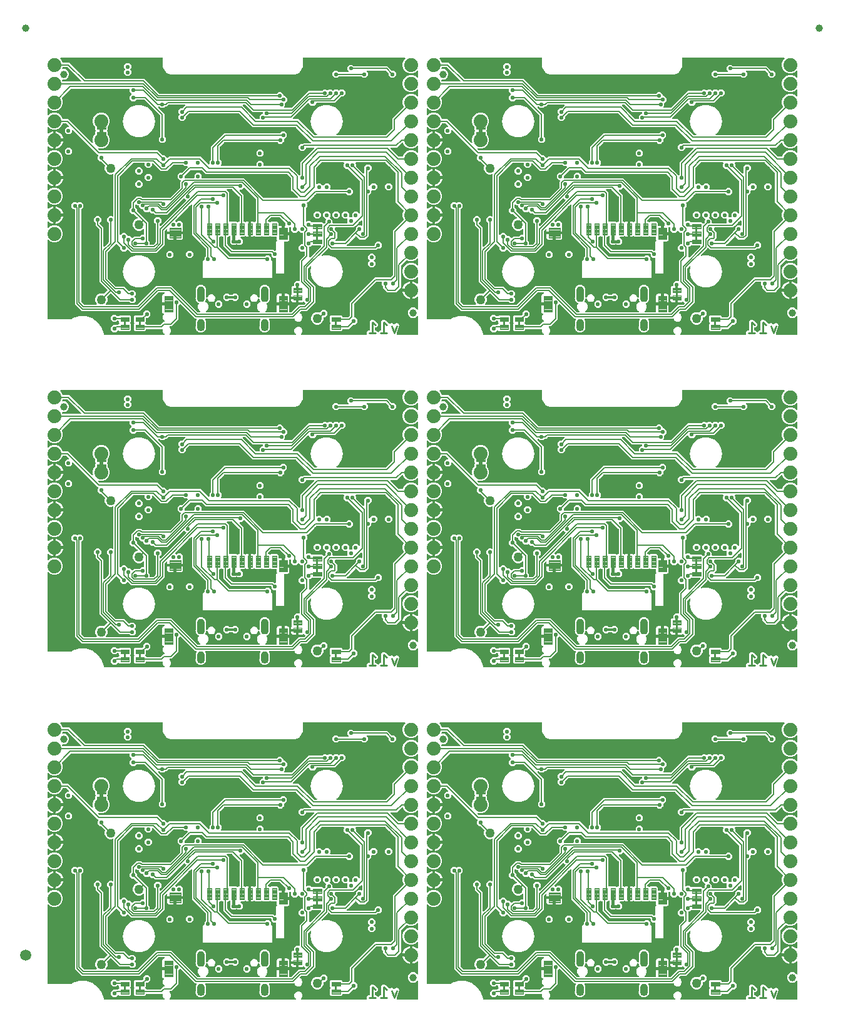
<source format=gbl>
G04 EAGLE Gerber RS-274X export*
G75*
%MOMM*%
%FSLAX34Y34*%
%LPD*%
%INBottom Copper*%
%IPPOS*%
%AMOC8*
5,1,8,0,0,1.08239X$1,22.5*%
G01*
%ADD10C,0.279400*%
%ADD11C,0.099059*%
%ADD12C,1.000000*%
%ADD13C,0.654000*%
%ADD14C,0.105000*%
%ADD15C,0.096000*%
%ADD16C,0.098000*%
%ADD17C,1.270000*%
%ADD18C,1.879600*%
%ADD19C,0.101600*%
%ADD20C,1.500000*%
%ADD21C,0.554000*%
%ADD22C,0.304800*%
%ADD23C,0.152400*%
%ADD24C,0.406400*%
%ADD25C,0.508000*%

G36*
X367094Y722895D02*
X367094Y722895D01*
X367167Y722895D01*
X367234Y722915D01*
X367302Y722925D01*
X367369Y722955D01*
X367440Y722975D01*
X367499Y723013D01*
X367562Y723041D01*
X367618Y723088D01*
X367680Y723128D01*
X367726Y723180D01*
X367779Y723224D01*
X367819Y723286D01*
X367868Y723341D01*
X367898Y723403D01*
X367936Y723461D01*
X367958Y723531D01*
X367990Y723598D01*
X368001Y723666D01*
X368022Y723732D01*
X368024Y723806D01*
X368036Y723878D01*
X368028Y723947D01*
X368029Y724016D01*
X368011Y724087D01*
X368002Y724161D01*
X367975Y724224D01*
X367958Y724291D01*
X367920Y724355D01*
X367891Y724422D01*
X367853Y724467D01*
X367812Y724536D01*
X367723Y724620D01*
X367673Y724678D01*
X364205Y727588D01*
X360398Y734182D01*
X359076Y741680D01*
X360398Y749178D01*
X364205Y755772D01*
X370038Y760667D01*
X377193Y763271D01*
X384807Y763271D01*
X391962Y760667D01*
X397795Y755772D01*
X401602Y749178D01*
X402924Y741680D01*
X401602Y734182D01*
X397795Y727588D01*
X394327Y724678D01*
X394277Y724623D01*
X394221Y724575D01*
X394183Y724518D01*
X394137Y724466D01*
X394105Y724400D01*
X394064Y724339D01*
X394043Y724273D01*
X394013Y724210D01*
X394000Y724138D01*
X393978Y724068D01*
X393976Y723999D01*
X393964Y723930D01*
X393973Y723857D01*
X393971Y723784D01*
X393988Y723717D01*
X393996Y723648D01*
X394024Y723580D01*
X394042Y723509D01*
X394078Y723449D01*
X394104Y723385D01*
X394150Y723327D01*
X394188Y723264D01*
X394238Y723217D01*
X394281Y723163D01*
X394341Y723120D01*
X394395Y723070D01*
X394457Y723038D01*
X394513Y722998D01*
X394583Y722974D01*
X394648Y722940D01*
X394706Y722930D01*
X394782Y722904D01*
X394904Y722897D01*
X394979Y722885D01*
X460702Y722885D01*
X460788Y722897D01*
X460876Y722900D01*
X460929Y722917D01*
X460983Y722925D01*
X461063Y722960D01*
X461146Y722987D01*
X461186Y723015D01*
X461243Y723041D01*
X461356Y723137D01*
X461420Y723182D01*
X469348Y731110D01*
X469364Y731131D01*
X469382Y731147D01*
X469414Y731194D01*
X469460Y731244D01*
X469486Y731293D01*
X469519Y731337D01*
X469532Y731371D01*
X469540Y731384D01*
X469553Y731425D01*
X469590Y731497D01*
X469598Y731545D01*
X469620Y731603D01*
X469624Y731649D01*
X469626Y731655D01*
X469626Y731678D01*
X469632Y731751D01*
X469645Y731828D01*
X469645Y745378D01*
X471580Y747312D01*
X484914Y760646D01*
X484915Y760648D01*
X484916Y760649D01*
X485002Y760764D01*
X485085Y760874D01*
X485085Y760875D01*
X485086Y760876D01*
X485137Y761010D01*
X485186Y761139D01*
X485186Y761141D01*
X485187Y761142D01*
X485198Y761287D01*
X485210Y761423D01*
X485209Y761424D01*
X485210Y761426D01*
X485206Y761441D01*
X485154Y761701D01*
X485140Y761728D01*
X485134Y761753D01*
X483869Y764806D01*
X483869Y769354D01*
X485610Y773555D01*
X488825Y776770D01*
X493026Y778511D01*
X497574Y778511D01*
X501775Y776771D01*
X503218Y775327D01*
X503242Y775310D01*
X503261Y775287D01*
X503355Y775225D01*
X503445Y775156D01*
X503473Y775146D01*
X503497Y775130D01*
X503605Y775096D01*
X503711Y775055D01*
X503740Y775053D01*
X503768Y775044D01*
X503882Y775041D01*
X503994Y775032D01*
X504023Y775037D01*
X504052Y775037D01*
X504162Y775065D01*
X504273Y775088D01*
X504299Y775101D01*
X504327Y775108D01*
X504425Y775166D01*
X504525Y775219D01*
X504547Y775239D01*
X504572Y775254D01*
X504649Y775336D01*
X504731Y775414D01*
X504746Y775440D01*
X504766Y775461D01*
X504818Y775562D01*
X504875Y775660D01*
X504882Y775688D01*
X504896Y775714D01*
X504909Y775792D01*
X504945Y775935D01*
X504943Y775998D01*
X504951Y776045D01*
X504951Y783515D01*
X504947Y783544D01*
X504950Y783573D01*
X504927Y783684D01*
X504911Y783796D01*
X504899Y783823D01*
X504894Y783852D01*
X504841Y783952D01*
X504795Y784056D01*
X504776Y784078D01*
X504763Y784104D01*
X504685Y784186D01*
X504612Y784273D01*
X504587Y784289D01*
X504567Y784310D01*
X504469Y784367D01*
X504375Y784430D01*
X504347Y784439D01*
X504322Y784454D01*
X504212Y784482D01*
X504104Y784516D01*
X504074Y784517D01*
X504046Y784524D01*
X503933Y784520D01*
X503820Y784523D01*
X503791Y784516D01*
X503762Y784515D01*
X503654Y784480D01*
X503545Y784452D01*
X503519Y784437D01*
X503491Y784428D01*
X503427Y784382D01*
X503300Y784306D01*
X503257Y784261D01*
X503218Y784233D01*
X501775Y782789D01*
X497574Y781049D01*
X493026Y781049D01*
X488825Y782790D01*
X485610Y786005D01*
X483869Y790206D01*
X483869Y794754D01*
X485610Y798955D01*
X488825Y802170D01*
X493026Y803911D01*
X497574Y803911D01*
X501775Y802171D01*
X503218Y800727D01*
X503242Y800710D01*
X503261Y800687D01*
X503355Y800625D01*
X503445Y800556D01*
X503473Y800546D01*
X503497Y800530D01*
X503605Y800496D01*
X503711Y800455D01*
X503740Y800453D01*
X503768Y800444D01*
X503882Y800441D01*
X503994Y800432D01*
X504023Y800437D01*
X504052Y800437D01*
X504162Y800465D01*
X504273Y800488D01*
X504299Y800501D01*
X504327Y800508D01*
X504425Y800566D01*
X504525Y800619D01*
X504547Y800639D01*
X504572Y800654D01*
X504649Y800736D01*
X504731Y800814D01*
X504746Y800840D01*
X504766Y800861D01*
X504818Y800962D01*
X504875Y801060D01*
X504882Y801088D01*
X504896Y801114D01*
X504909Y801192D01*
X504945Y801335D01*
X504943Y801398D01*
X504951Y801445D01*
X504951Y808915D01*
X504947Y808944D01*
X504950Y808973D01*
X504927Y809084D01*
X504911Y809196D01*
X504899Y809223D01*
X504894Y809252D01*
X504841Y809352D01*
X504795Y809456D01*
X504776Y809478D01*
X504763Y809504D01*
X504685Y809586D01*
X504612Y809673D01*
X504587Y809689D01*
X504567Y809710D01*
X504469Y809767D01*
X504375Y809830D01*
X504347Y809839D01*
X504322Y809854D01*
X504212Y809882D01*
X504104Y809916D01*
X504074Y809917D01*
X504046Y809924D01*
X503933Y809920D01*
X503820Y809923D01*
X503791Y809916D01*
X503762Y809915D01*
X503654Y809880D01*
X503545Y809852D01*
X503519Y809837D01*
X503491Y809828D01*
X503427Y809782D01*
X503300Y809706D01*
X503257Y809661D01*
X503218Y809633D01*
X501775Y808189D01*
X497574Y806449D01*
X493026Y806449D01*
X488825Y808190D01*
X485610Y811405D01*
X483869Y815606D01*
X483869Y820154D01*
X485609Y824355D01*
X487053Y825798D01*
X487070Y825822D01*
X487093Y825841D01*
X487155Y825935D01*
X487224Y826025D01*
X487234Y826053D01*
X487250Y826077D01*
X487284Y826185D01*
X487325Y826291D01*
X487327Y826320D01*
X487336Y826348D01*
X487339Y826462D01*
X487348Y826574D01*
X487343Y826603D01*
X487343Y826632D01*
X487315Y826742D01*
X487292Y826853D01*
X487279Y826879D01*
X487272Y826907D01*
X487214Y827005D01*
X487161Y827105D01*
X487141Y827127D01*
X487126Y827152D01*
X487044Y827229D01*
X486966Y827311D01*
X486940Y827326D01*
X486919Y827346D01*
X486818Y827398D01*
X486720Y827455D01*
X486692Y827462D01*
X486666Y827476D01*
X486588Y827489D01*
X486445Y827525D01*
X486382Y827523D01*
X486335Y827531D01*
X349504Y827531D01*
X349446Y827523D01*
X349388Y827525D01*
X349306Y827503D01*
X349222Y827491D01*
X349169Y827468D01*
X349113Y827453D01*
X349040Y827410D01*
X348963Y827375D01*
X348918Y827337D01*
X348868Y827308D01*
X348810Y827246D01*
X348746Y827192D01*
X348714Y827143D01*
X348674Y827100D01*
X348635Y827025D01*
X348588Y826955D01*
X348571Y826899D01*
X348544Y826847D01*
X348533Y826779D01*
X348503Y826684D01*
X348500Y826584D01*
X348489Y826516D01*
X348489Y815253D01*
X346478Y810398D01*
X344722Y808642D01*
X344670Y808572D01*
X344610Y808508D01*
X344608Y808506D01*
X344582Y808483D01*
X344518Y808438D01*
X342762Y806682D01*
X337907Y804671D01*
X170093Y804671D01*
X165238Y806682D01*
X163482Y808438D01*
X163412Y808490D01*
X163348Y808550D01*
X163346Y808552D01*
X163324Y808578D01*
X163310Y808602D01*
X163300Y808611D01*
X163278Y808642D01*
X161522Y810398D01*
X159511Y815253D01*
X159511Y826516D01*
X159503Y826574D01*
X159505Y826632D01*
X159483Y826714D01*
X159471Y826798D01*
X159448Y826851D01*
X159433Y826907D01*
X159390Y826980D01*
X159355Y827057D01*
X159317Y827102D01*
X159288Y827152D01*
X159226Y827210D01*
X159172Y827274D01*
X159123Y827306D01*
X159080Y827346D01*
X159005Y827385D01*
X158935Y827432D01*
X158879Y827449D01*
X158827Y827476D01*
X158759Y827487D01*
X158664Y827517D01*
X158564Y827520D01*
X158496Y827531D01*
X21665Y827531D01*
X21636Y827527D01*
X21607Y827530D01*
X21496Y827507D01*
X21384Y827491D01*
X21357Y827479D01*
X21328Y827474D01*
X21228Y827421D01*
X21124Y827375D01*
X21102Y827356D01*
X21076Y827343D01*
X20994Y827265D01*
X20907Y827192D01*
X20891Y827167D01*
X20870Y827147D01*
X20813Y827049D01*
X20750Y826955D01*
X20741Y826927D01*
X20726Y826902D01*
X20698Y826792D01*
X20664Y826684D01*
X20663Y826654D01*
X20656Y826626D01*
X20660Y826513D01*
X20657Y826400D01*
X20664Y826371D01*
X20665Y826342D01*
X20700Y826234D01*
X20728Y826125D01*
X20743Y826099D01*
X20752Y826071D01*
X20798Y826007D01*
X20874Y825880D01*
X20919Y825837D01*
X20947Y825798D01*
X22391Y824355D01*
X23655Y821301D01*
X23656Y821300D01*
X23657Y821299D01*
X23728Y821178D01*
X23800Y821057D01*
X23801Y821056D01*
X23802Y821054D01*
X23906Y820957D01*
X24006Y820861D01*
X24008Y820861D01*
X24009Y820860D01*
X24135Y820795D01*
X24259Y820731D01*
X24261Y820731D01*
X24262Y820730D01*
X24277Y820728D01*
X24538Y820676D01*
X24569Y820679D01*
X24593Y820675D01*
X32908Y820675D01*
X34842Y818740D01*
X53946Y799636D01*
X54016Y799584D01*
X54080Y799524D01*
X54129Y799498D01*
X54173Y799465D01*
X54255Y799434D01*
X54333Y799394D01*
X54381Y799386D01*
X54439Y799364D01*
X54587Y799352D01*
X54664Y799339D01*
X134254Y799339D01*
X136188Y797404D01*
X154530Y779062D01*
X154600Y779010D01*
X154664Y778950D01*
X154713Y778924D01*
X154757Y778891D01*
X154839Y778860D01*
X154917Y778820D01*
X154965Y778812D01*
X155023Y778790D01*
X155171Y778778D01*
X155248Y778765D01*
X313082Y778765D01*
X313169Y778777D01*
X313256Y778780D01*
X313309Y778797D01*
X313364Y778805D01*
X313443Y778840D01*
X313527Y778867D01*
X313566Y778895D01*
X313623Y778921D01*
X313736Y779017D01*
X313800Y779062D01*
X315511Y780773D01*
X319489Y780773D01*
X322303Y777959D01*
X322303Y776708D01*
X322311Y776650D01*
X322309Y776592D01*
X322331Y776510D01*
X322343Y776426D01*
X322366Y776373D01*
X322381Y776317D01*
X322424Y776244D01*
X322459Y776167D01*
X322497Y776122D01*
X322526Y776072D01*
X322588Y776014D01*
X322642Y775950D01*
X322691Y775918D01*
X322734Y775878D01*
X322809Y775839D01*
X322879Y775792D01*
X322935Y775775D01*
X322987Y775748D01*
X323055Y775737D01*
X323150Y775707D01*
X323250Y775704D01*
X323318Y775693D01*
X324569Y775693D01*
X327383Y772879D01*
X327383Y768901D01*
X324862Y766380D01*
X324810Y766310D01*
X324750Y766246D01*
X324724Y766197D01*
X324691Y766153D01*
X324660Y766071D01*
X324620Y765993D01*
X324612Y765946D01*
X324590Y765887D01*
X324578Y765739D01*
X324565Y765662D01*
X324565Y762551D01*
X323462Y761448D01*
X323444Y761424D01*
X323422Y761405D01*
X323359Y761311D01*
X323291Y761221D01*
X323281Y761193D01*
X323264Y761169D01*
X323230Y761061D01*
X323190Y760955D01*
X323187Y760926D01*
X323179Y760898D01*
X323176Y760784D01*
X323166Y760672D01*
X323172Y760643D01*
X323171Y760614D01*
X323200Y760504D01*
X323222Y760393D01*
X323236Y760367D01*
X323243Y760339D01*
X323301Y760241D01*
X323353Y760141D01*
X323373Y760119D01*
X323388Y760094D01*
X323471Y760017D01*
X323549Y759935D01*
X323574Y759920D01*
X323596Y759900D01*
X323696Y759848D01*
X323794Y759791D01*
X323823Y759784D01*
X323849Y759770D01*
X323926Y759757D01*
X324070Y759721D01*
X324132Y759723D01*
X324180Y759715D01*
X333014Y759715D01*
X333101Y759727D01*
X333188Y759730D01*
X333241Y759747D01*
X333296Y759755D01*
X333376Y759790D01*
X333459Y759817D01*
X333498Y759845D01*
X333555Y759871D01*
X333668Y759967D01*
X333732Y760012D01*
X354360Y780640D01*
X356295Y782575D01*
X374042Y782575D01*
X374129Y782587D01*
X374216Y782590D01*
X374269Y782607D01*
X374324Y782615D01*
X374403Y782650D01*
X374487Y782677D01*
X374526Y782705D01*
X374583Y782731D01*
X374696Y782827D01*
X374760Y782872D01*
X376471Y784583D01*
X380449Y784583D01*
X381413Y783619D01*
X381460Y783584D01*
X381500Y783541D01*
X381573Y783499D01*
X381640Y783448D01*
X381695Y783427D01*
X381745Y783398D01*
X381827Y783377D01*
X381906Y783347D01*
X381964Y783342D01*
X382021Y783328D01*
X382105Y783330D01*
X382189Y783323D01*
X382247Y783335D01*
X382305Y783337D01*
X382385Y783363D01*
X382468Y783379D01*
X382520Y783406D01*
X382576Y783424D01*
X382632Y783464D01*
X382720Y783510D01*
X382793Y783579D01*
X382849Y783619D01*
X383813Y784583D01*
X387791Y784583D01*
X389033Y783341D01*
X389080Y783306D01*
X389120Y783263D01*
X389193Y783221D01*
X389260Y783170D01*
X389315Y783149D01*
X389365Y783120D01*
X389447Y783099D01*
X389526Y783069D01*
X389584Y783064D01*
X389641Y783050D01*
X389725Y783052D01*
X389809Y783045D01*
X389867Y783057D01*
X389925Y783059D01*
X390005Y783085D01*
X390088Y783101D01*
X390140Y783128D01*
X390196Y783146D01*
X390252Y783186D01*
X390340Y783232D01*
X390413Y783301D01*
X390469Y783341D01*
X391711Y784583D01*
X395689Y784583D01*
X396792Y783480D01*
X396839Y783445D01*
X396879Y783402D01*
X396952Y783360D01*
X397019Y783309D01*
X397074Y783288D01*
X397124Y783259D01*
X397206Y783238D01*
X397285Y783208D01*
X397343Y783203D01*
X397400Y783189D01*
X397484Y783191D01*
X397568Y783184D01*
X397626Y783196D01*
X397684Y783198D01*
X397764Y783224D01*
X397847Y783240D01*
X397899Y783267D01*
X397955Y783285D01*
X398011Y783325D01*
X398099Y783371D01*
X398172Y783440D01*
X398228Y783480D01*
X399331Y784583D01*
X403309Y784583D01*
X406123Y781769D01*
X406123Y777791D01*
X403309Y774977D01*
X400890Y774977D01*
X400804Y774965D01*
X400716Y774962D01*
X400663Y774945D01*
X400609Y774937D01*
X400529Y774902D01*
X400446Y774875D01*
X400406Y774847D01*
X400349Y774821D01*
X400236Y774725D01*
X400172Y774680D01*
X393998Y768506D01*
X392064Y766571D01*
X367768Y766571D01*
X367710Y766563D01*
X367652Y766565D01*
X367570Y766543D01*
X367486Y766531D01*
X367433Y766508D01*
X367377Y766493D01*
X367304Y766450D01*
X367227Y766415D01*
X367182Y766377D01*
X367132Y766348D01*
X367074Y766286D01*
X367010Y766232D01*
X366978Y766183D01*
X366938Y766140D01*
X366899Y766065D01*
X366852Y765995D01*
X366835Y765939D01*
X366808Y765887D01*
X366797Y765819D01*
X366767Y765724D01*
X366764Y765624D01*
X366753Y765556D01*
X366753Y765369D01*
X363939Y762555D01*
X359961Y762555D01*
X357114Y765402D01*
X357107Y765450D01*
X357095Y765477D01*
X357090Y765506D01*
X357038Y765606D01*
X356991Y765710D01*
X356972Y765732D01*
X356959Y765758D01*
X356881Y765840D01*
X356808Y765927D01*
X356783Y765943D01*
X356763Y765964D01*
X356665Y766021D01*
X356571Y766084D01*
X356543Y766093D01*
X356518Y766108D01*
X356408Y766136D01*
X356300Y766170D01*
X356270Y766171D01*
X356242Y766178D01*
X356129Y766174D01*
X356016Y766177D01*
X355987Y766170D01*
X355958Y766169D01*
X355850Y766134D01*
X355741Y766105D01*
X355715Y766090D01*
X355687Y766081D01*
X355624Y766036D01*
X355496Y765960D01*
X355453Y765915D01*
X355414Y765887D01*
X335735Y746208D01*
X335718Y746184D01*
X335695Y746165D01*
X335632Y746071D01*
X335565Y745981D01*
X335554Y745953D01*
X335538Y745929D01*
X335504Y745821D01*
X335463Y745715D01*
X335461Y745686D01*
X335452Y745658D01*
X335449Y745544D01*
X335440Y745432D01*
X335445Y745403D01*
X335445Y745374D01*
X335473Y745264D01*
X335496Y745153D01*
X335509Y745127D01*
X335517Y745099D01*
X335574Y745001D01*
X335627Y744901D01*
X335647Y744879D01*
X335662Y744854D01*
X335744Y744777D01*
X335822Y744695D01*
X335848Y744680D01*
X335869Y744660D01*
X335970Y744608D01*
X336068Y744551D01*
X336096Y744544D01*
X336122Y744530D01*
X336200Y744517D01*
X336343Y744481D01*
X336406Y744483D01*
X336453Y744475D01*
X342788Y744475D01*
X364080Y723182D01*
X364150Y723130D01*
X364214Y723070D01*
X364263Y723044D01*
X364307Y723011D01*
X364389Y722980D01*
X364467Y722940D01*
X364515Y722932D01*
X364573Y722910D01*
X364721Y722898D01*
X364798Y722885D01*
X367021Y722885D01*
X367094Y722895D01*
G37*
G36*
X880174Y273315D02*
X880174Y273315D01*
X880247Y273315D01*
X880314Y273335D01*
X880382Y273345D01*
X880449Y273375D01*
X880520Y273395D01*
X880578Y273432D01*
X880642Y273461D01*
X880698Y273508D01*
X880760Y273548D01*
X880806Y273600D01*
X880859Y273644D01*
X880899Y273706D01*
X880948Y273761D01*
X880978Y273823D01*
X881016Y273881D01*
X881038Y273951D01*
X881070Y274018D01*
X881081Y274086D01*
X881102Y274152D01*
X881104Y274226D01*
X881116Y274298D01*
X881108Y274367D01*
X881109Y274436D01*
X881091Y274507D01*
X881082Y274581D01*
X881055Y274644D01*
X881038Y274711D01*
X881000Y274775D01*
X880971Y274842D01*
X880933Y274887D01*
X880892Y274956D01*
X880803Y275040D01*
X880753Y275098D01*
X877285Y278008D01*
X873478Y284602D01*
X872156Y292100D01*
X873478Y299598D01*
X877285Y306192D01*
X883118Y311087D01*
X890273Y313691D01*
X897887Y313691D01*
X905042Y311087D01*
X910875Y306192D01*
X914682Y299598D01*
X916004Y292100D01*
X914682Y284602D01*
X910875Y278008D01*
X907407Y275098D01*
X907357Y275043D01*
X907301Y274995D01*
X907263Y274938D01*
X907217Y274886D01*
X907185Y274820D01*
X907144Y274759D01*
X907123Y274693D01*
X907093Y274630D01*
X907080Y274558D01*
X907058Y274488D01*
X907056Y274419D01*
X907044Y274350D01*
X907053Y274277D01*
X907051Y274204D01*
X907068Y274137D01*
X907076Y274068D01*
X907104Y274000D01*
X907122Y273929D01*
X907158Y273869D01*
X907184Y273805D01*
X907230Y273747D01*
X907268Y273684D01*
X907318Y273637D01*
X907361Y273583D01*
X907421Y273540D01*
X907475Y273490D01*
X907537Y273458D01*
X907593Y273418D01*
X907663Y273394D01*
X907728Y273360D01*
X907786Y273350D01*
X907862Y273324D01*
X907984Y273317D01*
X908059Y273305D01*
X973782Y273305D01*
X973868Y273317D01*
X973956Y273320D01*
X974009Y273337D01*
X974063Y273345D01*
X974143Y273380D01*
X974226Y273407D01*
X974266Y273435D01*
X974323Y273461D01*
X974436Y273557D01*
X974500Y273602D01*
X982428Y281530D01*
X982444Y281551D01*
X982462Y281567D01*
X982494Y281614D01*
X982540Y281664D01*
X982566Y281713D01*
X982599Y281757D01*
X982612Y281791D01*
X982620Y281804D01*
X982633Y281845D01*
X982670Y281917D01*
X982678Y281965D01*
X982700Y282023D01*
X982704Y282069D01*
X982706Y282075D01*
X982706Y282098D01*
X982712Y282171D01*
X982725Y282248D01*
X982725Y295798D01*
X984660Y297732D01*
X997994Y311066D01*
X997995Y311068D01*
X997996Y311069D01*
X998082Y311184D01*
X998165Y311294D01*
X998165Y311295D01*
X998166Y311296D01*
X998217Y311430D01*
X998266Y311559D01*
X998266Y311561D01*
X998267Y311562D01*
X998278Y311707D01*
X998290Y311843D01*
X998289Y311844D01*
X998290Y311846D01*
X998286Y311861D01*
X998234Y312121D01*
X998220Y312148D01*
X998214Y312173D01*
X996949Y315226D01*
X996949Y319774D01*
X998690Y323975D01*
X1001905Y327190D01*
X1006106Y328931D01*
X1010654Y328931D01*
X1014855Y327191D01*
X1016298Y325747D01*
X1016322Y325730D01*
X1016341Y325707D01*
X1016435Y325645D01*
X1016525Y325576D01*
X1016553Y325566D01*
X1016577Y325550D01*
X1016685Y325516D01*
X1016791Y325475D01*
X1016820Y325473D01*
X1016848Y325464D01*
X1016962Y325461D01*
X1017074Y325452D01*
X1017103Y325457D01*
X1017132Y325457D01*
X1017242Y325485D01*
X1017353Y325508D01*
X1017379Y325521D01*
X1017407Y325528D01*
X1017505Y325586D01*
X1017605Y325639D01*
X1017627Y325659D01*
X1017652Y325674D01*
X1017729Y325756D01*
X1017811Y325834D01*
X1017826Y325860D01*
X1017846Y325881D01*
X1017898Y325982D01*
X1017955Y326080D01*
X1017962Y326108D01*
X1017976Y326134D01*
X1017989Y326212D01*
X1018025Y326355D01*
X1018023Y326418D01*
X1018031Y326465D01*
X1018031Y333935D01*
X1018027Y333964D01*
X1018030Y333993D01*
X1018007Y334104D01*
X1017991Y334216D01*
X1017979Y334243D01*
X1017974Y334272D01*
X1017921Y334372D01*
X1017875Y334476D01*
X1017856Y334498D01*
X1017843Y334524D01*
X1017765Y334606D01*
X1017692Y334693D01*
X1017667Y334709D01*
X1017647Y334730D01*
X1017549Y334787D01*
X1017455Y334850D01*
X1017427Y334859D01*
X1017402Y334874D01*
X1017292Y334902D01*
X1017184Y334936D01*
X1017154Y334937D01*
X1017126Y334944D01*
X1017013Y334940D01*
X1016900Y334943D01*
X1016871Y334936D01*
X1016842Y334935D01*
X1016734Y334900D01*
X1016625Y334872D01*
X1016599Y334857D01*
X1016571Y334848D01*
X1016507Y334802D01*
X1016380Y334726D01*
X1016337Y334681D01*
X1016298Y334653D01*
X1014855Y333209D01*
X1010654Y331469D01*
X1006106Y331469D01*
X1001905Y333210D01*
X998690Y336425D01*
X996949Y340626D01*
X996949Y345174D01*
X998690Y349375D01*
X1001905Y352590D01*
X1006106Y354331D01*
X1010654Y354331D01*
X1014855Y352591D01*
X1016298Y351147D01*
X1016322Y351130D01*
X1016341Y351107D01*
X1016435Y351045D01*
X1016525Y350976D01*
X1016553Y350966D01*
X1016577Y350950D01*
X1016685Y350916D01*
X1016791Y350875D01*
X1016820Y350873D01*
X1016848Y350864D01*
X1016962Y350861D01*
X1017074Y350852D01*
X1017103Y350857D01*
X1017132Y350857D01*
X1017242Y350885D01*
X1017353Y350908D01*
X1017379Y350921D01*
X1017407Y350928D01*
X1017505Y350986D01*
X1017605Y351039D01*
X1017627Y351059D01*
X1017652Y351074D01*
X1017729Y351156D01*
X1017811Y351234D01*
X1017826Y351260D01*
X1017846Y351281D01*
X1017898Y351382D01*
X1017955Y351480D01*
X1017962Y351508D01*
X1017976Y351534D01*
X1017989Y351612D01*
X1018025Y351755D01*
X1018023Y351818D01*
X1018031Y351865D01*
X1018031Y359335D01*
X1018027Y359364D01*
X1018030Y359393D01*
X1018007Y359504D01*
X1017991Y359616D01*
X1017979Y359643D01*
X1017974Y359672D01*
X1017921Y359772D01*
X1017875Y359876D01*
X1017856Y359898D01*
X1017843Y359924D01*
X1017765Y360006D01*
X1017692Y360093D01*
X1017667Y360109D01*
X1017647Y360130D01*
X1017549Y360187D01*
X1017455Y360250D01*
X1017427Y360259D01*
X1017402Y360274D01*
X1017292Y360302D01*
X1017184Y360336D01*
X1017154Y360337D01*
X1017126Y360344D01*
X1017013Y360340D01*
X1016900Y360343D01*
X1016871Y360336D01*
X1016842Y360335D01*
X1016734Y360300D01*
X1016625Y360272D01*
X1016599Y360257D01*
X1016571Y360248D01*
X1016507Y360202D01*
X1016380Y360126D01*
X1016337Y360081D01*
X1016298Y360053D01*
X1014855Y358609D01*
X1010654Y356869D01*
X1006106Y356869D01*
X1001905Y358610D01*
X998690Y361825D01*
X996949Y366026D01*
X996949Y370574D01*
X998689Y374775D01*
X1000133Y376218D01*
X1000150Y376242D01*
X1000173Y376261D01*
X1000235Y376355D01*
X1000304Y376445D01*
X1000314Y376473D01*
X1000330Y376497D01*
X1000364Y376605D01*
X1000405Y376711D01*
X1000407Y376740D01*
X1000416Y376768D01*
X1000419Y376882D01*
X1000428Y376994D01*
X1000423Y377023D01*
X1000423Y377052D01*
X1000395Y377162D01*
X1000372Y377273D01*
X1000359Y377299D01*
X1000352Y377327D01*
X1000294Y377425D01*
X1000241Y377525D01*
X1000221Y377547D01*
X1000206Y377572D01*
X1000124Y377649D01*
X1000046Y377731D01*
X1000020Y377746D01*
X999999Y377766D01*
X999898Y377818D01*
X999800Y377875D01*
X999772Y377882D01*
X999746Y377896D01*
X999668Y377909D01*
X999525Y377945D01*
X999462Y377943D01*
X999415Y377951D01*
X862584Y377951D01*
X862526Y377943D01*
X862468Y377945D01*
X862386Y377923D01*
X862302Y377911D01*
X862249Y377888D01*
X862193Y377873D01*
X862120Y377830D01*
X862043Y377795D01*
X861998Y377757D01*
X861948Y377728D01*
X861890Y377666D01*
X861826Y377612D01*
X861794Y377563D01*
X861754Y377520D01*
X861715Y377445D01*
X861668Y377375D01*
X861651Y377319D01*
X861624Y377267D01*
X861613Y377199D01*
X861583Y377104D01*
X861580Y377004D01*
X861569Y376936D01*
X861569Y365673D01*
X859558Y360818D01*
X857802Y359062D01*
X857750Y358992D01*
X857690Y358928D01*
X857688Y358926D01*
X857662Y358903D01*
X857598Y358858D01*
X855842Y357102D01*
X850987Y355091D01*
X683173Y355091D01*
X678318Y357102D01*
X676562Y358858D01*
X676492Y358910D01*
X676428Y358970D01*
X676426Y358972D01*
X676404Y358998D01*
X676390Y359022D01*
X676380Y359031D01*
X676358Y359062D01*
X674602Y360818D01*
X672591Y365673D01*
X672591Y376936D01*
X672583Y376994D01*
X672585Y377052D01*
X672563Y377134D01*
X672551Y377218D01*
X672528Y377271D01*
X672513Y377327D01*
X672470Y377400D01*
X672435Y377477D01*
X672397Y377522D01*
X672368Y377572D01*
X672306Y377630D01*
X672252Y377694D01*
X672203Y377726D01*
X672160Y377766D01*
X672085Y377805D01*
X672015Y377852D01*
X671959Y377869D01*
X671907Y377896D01*
X671839Y377907D01*
X671744Y377937D01*
X671644Y377940D01*
X671576Y377951D01*
X534745Y377951D01*
X534716Y377947D01*
X534687Y377950D01*
X534576Y377927D01*
X534464Y377911D01*
X534437Y377899D01*
X534408Y377894D01*
X534308Y377841D01*
X534204Y377795D01*
X534182Y377776D01*
X534156Y377763D01*
X534074Y377685D01*
X533987Y377612D01*
X533971Y377587D01*
X533950Y377567D01*
X533893Y377469D01*
X533830Y377375D01*
X533821Y377347D01*
X533806Y377322D01*
X533778Y377212D01*
X533744Y377104D01*
X533743Y377074D01*
X533736Y377046D01*
X533740Y376933D01*
X533737Y376820D01*
X533744Y376791D01*
X533745Y376762D01*
X533780Y376654D01*
X533808Y376545D01*
X533823Y376519D01*
X533832Y376491D01*
X533878Y376427D01*
X533954Y376300D01*
X533999Y376257D01*
X534027Y376218D01*
X535471Y374775D01*
X536735Y371721D01*
X536736Y371720D01*
X536737Y371719D01*
X536807Y371600D01*
X536880Y371477D01*
X536881Y371476D01*
X536882Y371474D01*
X536986Y371377D01*
X537087Y371281D01*
X537088Y371281D01*
X537089Y371280D01*
X537215Y371215D01*
X537339Y371151D01*
X537341Y371151D01*
X537342Y371150D01*
X537357Y371148D01*
X537618Y371096D01*
X537649Y371099D01*
X537673Y371095D01*
X545988Y371095D01*
X567026Y350056D01*
X567096Y350004D01*
X567160Y349944D01*
X567209Y349918D01*
X567253Y349885D01*
X567335Y349854D01*
X567413Y349814D01*
X567461Y349806D01*
X567519Y349784D01*
X567667Y349772D01*
X567744Y349759D01*
X647334Y349759D01*
X649268Y347824D01*
X667610Y329482D01*
X667680Y329430D01*
X667744Y329370D01*
X667793Y329344D01*
X667837Y329311D01*
X667919Y329280D01*
X667997Y329240D01*
X668045Y329232D01*
X668103Y329210D01*
X668251Y329198D01*
X668328Y329185D01*
X826162Y329185D01*
X826249Y329197D01*
X826336Y329200D01*
X826389Y329217D01*
X826444Y329225D01*
X826523Y329260D01*
X826607Y329287D01*
X826646Y329315D01*
X826703Y329341D01*
X826816Y329437D01*
X826880Y329482D01*
X828591Y331193D01*
X832569Y331193D01*
X835383Y328379D01*
X835383Y327128D01*
X835391Y327070D01*
X835389Y327012D01*
X835411Y326930D01*
X835423Y326846D01*
X835446Y326793D01*
X835461Y326737D01*
X835504Y326664D01*
X835539Y326587D01*
X835577Y326542D01*
X835606Y326492D01*
X835668Y326434D01*
X835722Y326370D01*
X835771Y326338D01*
X835814Y326298D01*
X835889Y326259D01*
X835959Y326212D01*
X836015Y326195D01*
X836067Y326168D01*
X836135Y326157D01*
X836230Y326127D01*
X836330Y326124D01*
X836398Y326113D01*
X837649Y326113D01*
X840463Y323299D01*
X840463Y319321D01*
X837942Y316800D01*
X837890Y316730D01*
X837830Y316666D01*
X837804Y316617D01*
X837771Y316573D01*
X837740Y316491D01*
X837700Y316413D01*
X837692Y316366D01*
X837670Y316307D01*
X837658Y316159D01*
X837645Y316082D01*
X837645Y312971D01*
X836542Y311868D01*
X836524Y311844D01*
X836502Y311825D01*
X836439Y311731D01*
X836371Y311641D01*
X836361Y311613D01*
X836344Y311589D01*
X836310Y311481D01*
X836270Y311375D01*
X836267Y311346D01*
X836259Y311318D01*
X836256Y311204D01*
X836246Y311092D01*
X836252Y311063D01*
X836251Y311034D01*
X836280Y310924D01*
X836302Y310813D01*
X836316Y310787D01*
X836323Y310759D01*
X836381Y310661D01*
X836433Y310561D01*
X836453Y310539D01*
X836468Y310514D01*
X836551Y310437D01*
X836629Y310355D01*
X836654Y310340D01*
X836676Y310320D01*
X836776Y310268D01*
X836874Y310211D01*
X836903Y310204D01*
X836929Y310190D01*
X837006Y310177D01*
X837150Y310141D01*
X837212Y310143D01*
X837260Y310135D01*
X846094Y310135D01*
X846181Y310147D01*
X846268Y310150D01*
X846321Y310167D01*
X846376Y310175D01*
X846456Y310210D01*
X846539Y310237D01*
X846578Y310265D01*
X846635Y310291D01*
X846748Y310387D01*
X846812Y310432D01*
X867440Y331060D01*
X867441Y331060D01*
X869375Y332995D01*
X887122Y332995D01*
X887209Y333007D01*
X887296Y333010D01*
X887349Y333027D01*
X887404Y333035D01*
X887483Y333070D01*
X887567Y333097D01*
X887606Y333125D01*
X887663Y333151D01*
X887776Y333247D01*
X887840Y333292D01*
X889551Y335003D01*
X893529Y335003D01*
X894493Y334039D01*
X894540Y334004D01*
X894580Y333961D01*
X894653Y333919D01*
X894720Y333868D01*
X894775Y333847D01*
X894825Y333818D01*
X894907Y333797D01*
X894986Y333767D01*
X895044Y333762D01*
X895101Y333748D01*
X895185Y333750D01*
X895269Y333743D01*
X895327Y333755D01*
X895385Y333757D01*
X895465Y333783D01*
X895548Y333799D01*
X895600Y333826D01*
X895656Y333844D01*
X895712Y333884D01*
X895800Y333930D01*
X895873Y333999D01*
X895929Y334039D01*
X896893Y335003D01*
X900871Y335003D01*
X902113Y333761D01*
X902160Y333726D01*
X902200Y333683D01*
X902273Y333641D01*
X902340Y333590D01*
X902395Y333569D01*
X902445Y333540D01*
X902527Y333519D01*
X902606Y333489D01*
X902664Y333484D01*
X902721Y333470D01*
X902805Y333472D01*
X902889Y333465D01*
X902947Y333477D01*
X903005Y333479D01*
X903085Y333505D01*
X903168Y333521D01*
X903220Y333548D01*
X903276Y333566D01*
X903332Y333606D01*
X903420Y333652D01*
X903493Y333721D01*
X903549Y333761D01*
X904791Y335003D01*
X908769Y335003D01*
X909872Y333900D01*
X909919Y333865D01*
X909959Y333822D01*
X910032Y333780D01*
X910099Y333729D01*
X910154Y333708D01*
X910204Y333679D01*
X910286Y333658D01*
X910365Y333628D01*
X910423Y333623D01*
X910480Y333609D01*
X910564Y333611D01*
X910648Y333604D01*
X910706Y333616D01*
X910764Y333618D01*
X910844Y333644D01*
X910927Y333660D01*
X910979Y333687D01*
X911035Y333705D01*
X911091Y333745D01*
X911179Y333791D01*
X911252Y333860D01*
X911308Y333900D01*
X912411Y335003D01*
X916389Y335003D01*
X919203Y332189D01*
X919203Y328211D01*
X916389Y325397D01*
X913970Y325397D01*
X913884Y325385D01*
X913796Y325382D01*
X913743Y325365D01*
X913689Y325357D01*
X913609Y325322D01*
X913526Y325295D01*
X913486Y325267D01*
X913429Y325241D01*
X913316Y325145D01*
X913252Y325100D01*
X907078Y318926D01*
X905144Y316991D01*
X880848Y316991D01*
X880790Y316983D01*
X880732Y316985D01*
X880650Y316963D01*
X880566Y316951D01*
X880513Y316928D01*
X880457Y316913D01*
X880384Y316870D01*
X880307Y316835D01*
X880262Y316797D01*
X880212Y316768D01*
X880154Y316706D01*
X880090Y316652D01*
X880058Y316603D01*
X880018Y316560D01*
X879979Y316485D01*
X879932Y316415D01*
X879915Y316359D01*
X879888Y316307D01*
X879877Y316239D01*
X879847Y316144D01*
X879844Y316044D01*
X879833Y315976D01*
X879833Y315789D01*
X877019Y312975D01*
X873041Y312975D01*
X870194Y315822D01*
X870187Y315870D01*
X870175Y315897D01*
X870170Y315926D01*
X870118Y316026D01*
X870071Y316130D01*
X870052Y316152D01*
X870039Y316178D01*
X869961Y316260D01*
X869888Y316347D01*
X869863Y316363D01*
X869843Y316384D01*
X869745Y316441D01*
X869651Y316504D01*
X869623Y316513D01*
X869598Y316528D01*
X869488Y316556D01*
X869380Y316590D01*
X869350Y316591D01*
X869322Y316598D01*
X869209Y316594D01*
X869096Y316597D01*
X869067Y316590D01*
X869038Y316589D01*
X868930Y316554D01*
X868821Y316525D01*
X868795Y316510D01*
X868767Y316501D01*
X868704Y316456D01*
X868576Y316380D01*
X868533Y316335D01*
X868494Y316307D01*
X848815Y296628D01*
X848798Y296604D01*
X848775Y296585D01*
X848712Y296491D01*
X848645Y296401D01*
X848634Y296373D01*
X848618Y296349D01*
X848584Y296241D01*
X848543Y296135D01*
X848541Y296106D01*
X848532Y296078D01*
X848529Y295964D01*
X848520Y295852D01*
X848525Y295823D01*
X848525Y295794D01*
X848553Y295684D01*
X848576Y295573D01*
X848589Y295547D01*
X848597Y295519D01*
X848654Y295421D01*
X848707Y295321D01*
X848727Y295299D01*
X848742Y295274D01*
X848824Y295197D01*
X848902Y295115D01*
X848928Y295100D01*
X848949Y295080D01*
X849050Y295028D01*
X849148Y294971D01*
X849176Y294964D01*
X849202Y294950D01*
X849280Y294937D01*
X849423Y294901D01*
X849486Y294903D01*
X849533Y294895D01*
X855868Y294895D01*
X877160Y273602D01*
X877230Y273550D01*
X877294Y273490D01*
X877343Y273464D01*
X877387Y273431D01*
X877469Y273400D01*
X877547Y273360D01*
X877595Y273352D01*
X877653Y273330D01*
X877801Y273318D01*
X877878Y273305D01*
X880101Y273305D01*
X880174Y273315D01*
G37*
G36*
X367094Y273315D02*
X367094Y273315D01*
X367167Y273315D01*
X367234Y273335D01*
X367302Y273345D01*
X367369Y273375D01*
X367440Y273395D01*
X367498Y273432D01*
X367562Y273461D01*
X367618Y273508D01*
X367680Y273548D01*
X367726Y273600D01*
X367779Y273644D01*
X367819Y273706D01*
X367868Y273761D01*
X367898Y273823D01*
X367936Y273881D01*
X367958Y273951D01*
X367990Y274018D01*
X368001Y274086D01*
X368022Y274152D01*
X368024Y274226D01*
X368036Y274298D01*
X368028Y274367D01*
X368029Y274436D01*
X368011Y274507D01*
X368002Y274581D01*
X367975Y274644D01*
X367958Y274711D01*
X367920Y274775D01*
X367891Y274842D01*
X367853Y274887D01*
X367812Y274956D01*
X367723Y275040D01*
X367673Y275098D01*
X364205Y278008D01*
X360398Y284602D01*
X359076Y292100D01*
X360398Y299598D01*
X364205Y306192D01*
X370038Y311087D01*
X377193Y313691D01*
X384807Y313691D01*
X391962Y311087D01*
X397795Y306192D01*
X401602Y299598D01*
X402924Y292100D01*
X401602Y284602D01*
X397795Y278008D01*
X394327Y275098D01*
X394277Y275043D01*
X394221Y274995D01*
X394183Y274938D01*
X394137Y274886D01*
X394105Y274820D01*
X394064Y274759D01*
X394043Y274693D01*
X394013Y274630D01*
X394000Y274558D01*
X393978Y274488D01*
X393976Y274419D01*
X393964Y274350D01*
X393973Y274277D01*
X393971Y274204D01*
X393988Y274137D01*
X393996Y274068D01*
X394024Y274000D01*
X394042Y273929D01*
X394078Y273869D01*
X394104Y273805D01*
X394150Y273747D01*
X394188Y273684D01*
X394238Y273637D01*
X394281Y273583D01*
X394341Y273540D01*
X394395Y273490D01*
X394457Y273458D01*
X394513Y273418D01*
X394583Y273394D01*
X394648Y273360D01*
X394706Y273350D01*
X394782Y273324D01*
X394904Y273317D01*
X394979Y273305D01*
X460702Y273305D01*
X460788Y273317D01*
X460876Y273320D01*
X460929Y273337D01*
X460983Y273345D01*
X461063Y273380D01*
X461146Y273407D01*
X461186Y273435D01*
X461243Y273461D01*
X461356Y273557D01*
X461420Y273602D01*
X469348Y281530D01*
X469364Y281551D01*
X469382Y281567D01*
X469414Y281614D01*
X469460Y281664D01*
X469486Y281713D01*
X469519Y281757D01*
X469532Y281791D01*
X469540Y281804D01*
X469553Y281845D01*
X469590Y281917D01*
X469598Y281965D01*
X469620Y282023D01*
X469624Y282069D01*
X469626Y282075D01*
X469626Y282098D01*
X469632Y282171D01*
X469645Y282248D01*
X469645Y295798D01*
X471580Y297732D01*
X484914Y311066D01*
X484915Y311068D01*
X484916Y311069D01*
X485002Y311184D01*
X485085Y311294D01*
X485085Y311295D01*
X485086Y311296D01*
X485137Y311430D01*
X485186Y311559D01*
X485186Y311561D01*
X485187Y311562D01*
X485198Y311707D01*
X485210Y311843D01*
X485209Y311844D01*
X485210Y311846D01*
X485206Y311861D01*
X485154Y312121D01*
X485140Y312148D01*
X485134Y312173D01*
X483869Y315226D01*
X483869Y319774D01*
X485610Y323975D01*
X488825Y327190D01*
X493026Y328931D01*
X497574Y328931D01*
X501775Y327191D01*
X503218Y325747D01*
X503242Y325730D01*
X503261Y325707D01*
X503355Y325645D01*
X503445Y325576D01*
X503473Y325566D01*
X503497Y325550D01*
X503605Y325516D01*
X503711Y325475D01*
X503740Y325473D01*
X503768Y325464D01*
X503882Y325461D01*
X503994Y325452D01*
X504023Y325457D01*
X504052Y325457D01*
X504162Y325485D01*
X504273Y325508D01*
X504299Y325521D01*
X504327Y325528D01*
X504425Y325586D01*
X504525Y325639D01*
X504547Y325659D01*
X504572Y325674D01*
X504649Y325756D01*
X504731Y325834D01*
X504746Y325860D01*
X504766Y325881D01*
X504818Y325982D01*
X504875Y326080D01*
X504882Y326108D01*
X504896Y326134D01*
X504909Y326212D01*
X504945Y326355D01*
X504943Y326418D01*
X504951Y326465D01*
X504951Y333935D01*
X504947Y333964D01*
X504950Y333993D01*
X504927Y334104D01*
X504911Y334216D01*
X504899Y334243D01*
X504894Y334272D01*
X504841Y334372D01*
X504795Y334476D01*
X504776Y334498D01*
X504763Y334524D01*
X504685Y334606D01*
X504612Y334693D01*
X504587Y334709D01*
X504567Y334730D01*
X504469Y334787D01*
X504375Y334850D01*
X504347Y334859D01*
X504322Y334874D01*
X504212Y334902D01*
X504104Y334936D01*
X504074Y334937D01*
X504046Y334944D01*
X503933Y334940D01*
X503820Y334943D01*
X503791Y334936D01*
X503762Y334935D01*
X503654Y334900D01*
X503545Y334872D01*
X503519Y334857D01*
X503491Y334848D01*
X503427Y334802D01*
X503300Y334726D01*
X503257Y334681D01*
X503218Y334653D01*
X501775Y333209D01*
X497574Y331469D01*
X493026Y331469D01*
X488825Y333210D01*
X485610Y336425D01*
X483869Y340626D01*
X483869Y345174D01*
X485610Y349375D01*
X488825Y352590D01*
X493026Y354331D01*
X497574Y354331D01*
X501775Y352591D01*
X503218Y351147D01*
X503242Y351130D01*
X503261Y351107D01*
X503355Y351045D01*
X503445Y350976D01*
X503473Y350966D01*
X503497Y350950D01*
X503605Y350916D01*
X503711Y350875D01*
X503740Y350873D01*
X503768Y350864D01*
X503882Y350861D01*
X503994Y350852D01*
X504023Y350857D01*
X504052Y350857D01*
X504162Y350885D01*
X504273Y350908D01*
X504299Y350921D01*
X504327Y350928D01*
X504425Y350986D01*
X504525Y351039D01*
X504547Y351059D01*
X504572Y351074D01*
X504649Y351156D01*
X504731Y351234D01*
X504746Y351260D01*
X504766Y351281D01*
X504818Y351382D01*
X504875Y351480D01*
X504882Y351508D01*
X504896Y351534D01*
X504909Y351612D01*
X504945Y351755D01*
X504943Y351818D01*
X504951Y351865D01*
X504951Y359335D01*
X504947Y359364D01*
X504950Y359393D01*
X504927Y359504D01*
X504911Y359616D01*
X504899Y359643D01*
X504894Y359672D01*
X504841Y359772D01*
X504795Y359876D01*
X504776Y359898D01*
X504763Y359924D01*
X504685Y360006D01*
X504612Y360093D01*
X504587Y360109D01*
X504567Y360130D01*
X504469Y360187D01*
X504375Y360250D01*
X504347Y360259D01*
X504322Y360274D01*
X504212Y360302D01*
X504104Y360336D01*
X504074Y360337D01*
X504046Y360344D01*
X503933Y360340D01*
X503820Y360343D01*
X503791Y360336D01*
X503762Y360335D01*
X503654Y360300D01*
X503545Y360272D01*
X503519Y360257D01*
X503491Y360248D01*
X503427Y360202D01*
X503300Y360126D01*
X503257Y360081D01*
X503218Y360053D01*
X501775Y358609D01*
X497574Y356869D01*
X493026Y356869D01*
X488825Y358610D01*
X485610Y361825D01*
X483869Y366026D01*
X483869Y370574D01*
X485609Y374775D01*
X487053Y376218D01*
X487070Y376242D01*
X487093Y376261D01*
X487155Y376355D01*
X487224Y376445D01*
X487234Y376473D01*
X487250Y376497D01*
X487284Y376605D01*
X487325Y376711D01*
X487327Y376740D01*
X487336Y376768D01*
X487339Y376882D01*
X487348Y376994D01*
X487343Y377023D01*
X487343Y377052D01*
X487315Y377162D01*
X487292Y377273D01*
X487279Y377299D01*
X487272Y377327D01*
X487214Y377425D01*
X487161Y377525D01*
X487141Y377547D01*
X487126Y377572D01*
X487044Y377649D01*
X486966Y377731D01*
X486940Y377746D01*
X486919Y377766D01*
X486818Y377818D01*
X486720Y377875D01*
X486692Y377882D01*
X486666Y377896D01*
X486588Y377909D01*
X486445Y377945D01*
X486382Y377943D01*
X486335Y377951D01*
X349504Y377951D01*
X349446Y377943D01*
X349388Y377945D01*
X349306Y377923D01*
X349222Y377911D01*
X349169Y377888D01*
X349113Y377873D01*
X349040Y377830D01*
X348963Y377795D01*
X348918Y377757D01*
X348868Y377728D01*
X348810Y377666D01*
X348746Y377612D01*
X348714Y377563D01*
X348674Y377520D01*
X348635Y377445D01*
X348588Y377375D01*
X348571Y377319D01*
X348544Y377267D01*
X348533Y377199D01*
X348503Y377104D01*
X348500Y377004D01*
X348489Y376936D01*
X348489Y365673D01*
X346478Y360818D01*
X344722Y359062D01*
X344670Y358992D01*
X344610Y358928D01*
X344608Y358926D01*
X344582Y358903D01*
X344518Y358858D01*
X342762Y357102D01*
X337907Y355091D01*
X170093Y355091D01*
X165238Y357102D01*
X163482Y358858D01*
X163412Y358910D01*
X163348Y358970D01*
X163346Y358972D01*
X163324Y358998D01*
X163310Y359022D01*
X163300Y359031D01*
X163278Y359062D01*
X161522Y360818D01*
X159511Y365673D01*
X159511Y376936D01*
X159503Y376994D01*
X159505Y377052D01*
X159483Y377134D01*
X159471Y377218D01*
X159448Y377271D01*
X159433Y377327D01*
X159390Y377400D01*
X159355Y377477D01*
X159317Y377522D01*
X159288Y377572D01*
X159226Y377630D01*
X159172Y377694D01*
X159123Y377726D01*
X159080Y377766D01*
X159005Y377805D01*
X158935Y377852D01*
X158879Y377869D01*
X158827Y377896D01*
X158759Y377907D01*
X158664Y377937D01*
X158564Y377940D01*
X158496Y377951D01*
X21665Y377951D01*
X21636Y377947D01*
X21607Y377950D01*
X21496Y377927D01*
X21384Y377911D01*
X21357Y377899D01*
X21328Y377894D01*
X21228Y377841D01*
X21124Y377795D01*
X21102Y377776D01*
X21076Y377763D01*
X20994Y377685D01*
X20907Y377612D01*
X20891Y377587D01*
X20870Y377567D01*
X20813Y377469D01*
X20750Y377375D01*
X20741Y377347D01*
X20726Y377322D01*
X20698Y377212D01*
X20664Y377104D01*
X20663Y377074D01*
X20656Y377046D01*
X20660Y376933D01*
X20657Y376820D01*
X20664Y376791D01*
X20665Y376762D01*
X20700Y376654D01*
X20728Y376545D01*
X20743Y376519D01*
X20752Y376491D01*
X20798Y376427D01*
X20874Y376300D01*
X20919Y376257D01*
X20947Y376218D01*
X22391Y374775D01*
X23655Y371721D01*
X23656Y371720D01*
X23657Y371719D01*
X23728Y371598D01*
X23800Y371477D01*
X23801Y371476D01*
X23802Y371474D01*
X23906Y371377D01*
X24006Y371281D01*
X24008Y371281D01*
X24009Y371280D01*
X24135Y371215D01*
X24259Y371151D01*
X24261Y371151D01*
X24262Y371150D01*
X24277Y371148D01*
X24538Y371096D01*
X24569Y371099D01*
X24593Y371095D01*
X32908Y371095D01*
X53946Y350056D01*
X54016Y350004D01*
X54080Y349944D01*
X54129Y349918D01*
X54173Y349885D01*
X54255Y349854D01*
X54333Y349814D01*
X54381Y349806D01*
X54439Y349784D01*
X54587Y349772D01*
X54664Y349759D01*
X134254Y349759D01*
X154530Y329482D01*
X154600Y329430D01*
X154664Y329370D01*
X154713Y329344D01*
X154757Y329311D01*
X154839Y329280D01*
X154917Y329240D01*
X154965Y329232D01*
X155023Y329210D01*
X155171Y329198D01*
X155248Y329185D01*
X313082Y329185D01*
X313169Y329197D01*
X313256Y329200D01*
X313309Y329217D01*
X313364Y329225D01*
X313443Y329260D01*
X313527Y329287D01*
X313566Y329315D01*
X313623Y329341D01*
X313736Y329437D01*
X313800Y329482D01*
X315511Y331193D01*
X319489Y331193D01*
X322303Y328379D01*
X322303Y327128D01*
X322311Y327070D01*
X322309Y327012D01*
X322331Y326930D01*
X322343Y326846D01*
X322366Y326793D01*
X322381Y326737D01*
X322424Y326664D01*
X322459Y326587D01*
X322497Y326542D01*
X322526Y326492D01*
X322588Y326434D01*
X322642Y326370D01*
X322691Y326338D01*
X322734Y326298D01*
X322809Y326259D01*
X322879Y326212D01*
X322935Y326195D01*
X322987Y326168D01*
X323055Y326157D01*
X323150Y326127D01*
X323250Y326124D01*
X323318Y326113D01*
X324569Y326113D01*
X327383Y323299D01*
X327383Y319321D01*
X324862Y316800D01*
X324810Y316730D01*
X324750Y316666D01*
X324724Y316617D01*
X324691Y316573D01*
X324660Y316491D01*
X324620Y316413D01*
X324612Y316366D01*
X324590Y316307D01*
X324578Y316159D01*
X324565Y316082D01*
X324565Y312971D01*
X323462Y311868D01*
X323444Y311844D01*
X323422Y311825D01*
X323359Y311731D01*
X323291Y311641D01*
X323281Y311613D01*
X323264Y311589D01*
X323230Y311481D01*
X323190Y311375D01*
X323187Y311346D01*
X323179Y311318D01*
X323176Y311204D01*
X323166Y311092D01*
X323172Y311063D01*
X323171Y311034D01*
X323200Y310924D01*
X323222Y310813D01*
X323236Y310787D01*
X323243Y310759D01*
X323301Y310661D01*
X323353Y310561D01*
X323373Y310539D01*
X323388Y310514D01*
X323471Y310437D01*
X323549Y310355D01*
X323574Y310340D01*
X323596Y310320D01*
X323696Y310268D01*
X323794Y310211D01*
X323823Y310204D01*
X323849Y310190D01*
X323926Y310177D01*
X324070Y310141D01*
X324132Y310143D01*
X324180Y310135D01*
X333014Y310135D01*
X333101Y310147D01*
X333188Y310150D01*
X333241Y310167D01*
X333296Y310175D01*
X333376Y310210D01*
X333459Y310237D01*
X333498Y310265D01*
X333555Y310291D01*
X333668Y310387D01*
X333732Y310432D01*
X354360Y331060D01*
X354361Y331060D01*
X356295Y332995D01*
X374042Y332995D01*
X374129Y333007D01*
X374216Y333010D01*
X374269Y333027D01*
X374324Y333035D01*
X374403Y333070D01*
X374487Y333097D01*
X374526Y333125D01*
X374583Y333151D01*
X374696Y333247D01*
X374760Y333292D01*
X376471Y335003D01*
X380449Y335003D01*
X381413Y334039D01*
X381460Y334004D01*
X381500Y333961D01*
X381573Y333919D01*
X381640Y333868D01*
X381695Y333847D01*
X381745Y333818D01*
X381827Y333797D01*
X381906Y333767D01*
X381964Y333762D01*
X382021Y333748D01*
X382105Y333750D01*
X382189Y333743D01*
X382247Y333755D01*
X382305Y333757D01*
X382385Y333783D01*
X382468Y333799D01*
X382520Y333826D01*
X382576Y333844D01*
X382632Y333884D01*
X382720Y333930D01*
X382793Y333999D01*
X382849Y334039D01*
X383813Y335003D01*
X387791Y335003D01*
X389033Y333761D01*
X389080Y333726D01*
X389120Y333683D01*
X389193Y333641D01*
X389260Y333590D01*
X389315Y333569D01*
X389365Y333540D01*
X389447Y333519D01*
X389526Y333489D01*
X389584Y333484D01*
X389641Y333470D01*
X389725Y333472D01*
X389809Y333465D01*
X389867Y333477D01*
X389925Y333479D01*
X390005Y333505D01*
X390088Y333521D01*
X390140Y333548D01*
X390196Y333566D01*
X390252Y333606D01*
X390340Y333652D01*
X390413Y333721D01*
X390469Y333761D01*
X391711Y335003D01*
X395689Y335003D01*
X396792Y333900D01*
X396839Y333865D01*
X396879Y333822D01*
X396952Y333780D01*
X397019Y333729D01*
X397074Y333708D01*
X397124Y333679D01*
X397206Y333658D01*
X397285Y333628D01*
X397343Y333623D01*
X397400Y333609D01*
X397484Y333611D01*
X397568Y333604D01*
X397626Y333616D01*
X397684Y333618D01*
X397764Y333644D01*
X397847Y333660D01*
X397899Y333687D01*
X397955Y333705D01*
X398011Y333745D01*
X398099Y333791D01*
X398172Y333860D01*
X398228Y333900D01*
X399331Y335003D01*
X403309Y335003D01*
X406123Y332189D01*
X406123Y328211D01*
X403309Y325397D01*
X400890Y325397D01*
X400804Y325385D01*
X400716Y325382D01*
X400663Y325365D01*
X400609Y325357D01*
X400529Y325322D01*
X400446Y325295D01*
X400406Y325267D01*
X400349Y325241D01*
X400236Y325145D01*
X400172Y325100D01*
X392064Y316991D01*
X367768Y316991D01*
X367710Y316983D01*
X367652Y316985D01*
X367570Y316963D01*
X367486Y316951D01*
X367433Y316928D01*
X367377Y316913D01*
X367304Y316870D01*
X367227Y316835D01*
X367182Y316797D01*
X367132Y316768D01*
X367074Y316706D01*
X367010Y316652D01*
X366978Y316603D01*
X366938Y316560D01*
X366899Y316485D01*
X366852Y316415D01*
X366835Y316359D01*
X366808Y316307D01*
X366797Y316239D01*
X366767Y316144D01*
X366764Y316044D01*
X366753Y315976D01*
X366753Y315789D01*
X363939Y312975D01*
X359961Y312975D01*
X357114Y315822D01*
X357107Y315870D01*
X357095Y315897D01*
X357090Y315926D01*
X357038Y316026D01*
X356991Y316130D01*
X356972Y316152D01*
X356959Y316178D01*
X356881Y316260D01*
X356808Y316347D01*
X356783Y316363D01*
X356763Y316384D01*
X356665Y316441D01*
X356571Y316504D01*
X356543Y316513D01*
X356518Y316528D01*
X356408Y316556D01*
X356300Y316590D01*
X356270Y316591D01*
X356242Y316598D01*
X356129Y316594D01*
X356016Y316597D01*
X355987Y316590D01*
X355958Y316589D01*
X355850Y316554D01*
X355741Y316525D01*
X355715Y316510D01*
X355687Y316501D01*
X355624Y316456D01*
X355496Y316380D01*
X355453Y316335D01*
X355414Y316307D01*
X335735Y296628D01*
X335718Y296604D01*
X335695Y296585D01*
X335632Y296491D01*
X335565Y296401D01*
X335554Y296373D01*
X335538Y296349D01*
X335504Y296241D01*
X335463Y296135D01*
X335461Y296106D01*
X335452Y296078D01*
X335449Y295964D01*
X335440Y295852D01*
X335445Y295823D01*
X335445Y295794D01*
X335473Y295684D01*
X335496Y295573D01*
X335509Y295547D01*
X335517Y295519D01*
X335574Y295421D01*
X335627Y295321D01*
X335647Y295299D01*
X335662Y295274D01*
X335744Y295197D01*
X335822Y295115D01*
X335848Y295100D01*
X335869Y295080D01*
X335970Y295028D01*
X336068Y294971D01*
X336096Y294964D01*
X336122Y294950D01*
X336200Y294937D01*
X336343Y294901D01*
X336406Y294903D01*
X336453Y294895D01*
X342788Y294895D01*
X364080Y273602D01*
X364150Y273550D01*
X364214Y273490D01*
X364263Y273464D01*
X364307Y273431D01*
X364389Y273400D01*
X364467Y273360D01*
X364515Y273352D01*
X364573Y273330D01*
X364721Y273318D01*
X364798Y273305D01*
X367021Y273305D01*
X367094Y273315D01*
G37*
G36*
X367094Y1172475D02*
X367094Y1172475D01*
X367167Y1172475D01*
X367234Y1172495D01*
X367302Y1172505D01*
X367369Y1172535D01*
X367440Y1172555D01*
X367498Y1172592D01*
X367562Y1172621D01*
X367618Y1172668D01*
X367680Y1172708D01*
X367726Y1172760D01*
X367779Y1172804D01*
X367819Y1172866D01*
X367868Y1172921D01*
X367898Y1172983D01*
X367936Y1173041D01*
X367958Y1173111D01*
X367990Y1173178D01*
X368001Y1173246D01*
X368022Y1173312D01*
X368024Y1173386D01*
X368036Y1173458D01*
X368028Y1173527D01*
X368029Y1173596D01*
X368011Y1173667D01*
X368002Y1173741D01*
X367975Y1173804D01*
X367958Y1173871D01*
X367920Y1173935D01*
X367891Y1174002D01*
X367853Y1174047D01*
X367812Y1174116D01*
X367723Y1174200D01*
X367673Y1174258D01*
X364205Y1177168D01*
X360398Y1183762D01*
X359076Y1191260D01*
X360398Y1198758D01*
X364205Y1205352D01*
X370038Y1210247D01*
X377193Y1212851D01*
X384807Y1212851D01*
X391962Y1210247D01*
X397795Y1205352D01*
X401602Y1198758D01*
X402924Y1191260D01*
X401602Y1183762D01*
X397795Y1177168D01*
X394327Y1174258D01*
X394277Y1174203D01*
X394221Y1174155D01*
X394183Y1174098D01*
X394137Y1174046D01*
X394105Y1173980D01*
X394064Y1173919D01*
X394043Y1173853D01*
X394013Y1173790D01*
X394000Y1173718D01*
X393978Y1173648D01*
X393976Y1173579D01*
X393964Y1173510D01*
X393973Y1173437D01*
X393971Y1173364D01*
X393988Y1173297D01*
X393996Y1173228D01*
X394024Y1173160D01*
X394042Y1173089D01*
X394078Y1173029D01*
X394104Y1172965D01*
X394150Y1172907D01*
X394188Y1172844D01*
X394238Y1172797D01*
X394281Y1172743D01*
X394341Y1172700D01*
X394395Y1172650D01*
X394457Y1172618D01*
X394513Y1172578D01*
X394583Y1172554D01*
X394648Y1172520D01*
X394706Y1172510D01*
X394782Y1172484D01*
X394904Y1172477D01*
X394979Y1172465D01*
X460702Y1172465D01*
X460788Y1172477D01*
X460876Y1172480D01*
X460929Y1172497D01*
X460983Y1172505D01*
X461063Y1172540D01*
X461146Y1172567D01*
X461186Y1172595D01*
X461243Y1172621D01*
X461356Y1172717D01*
X461420Y1172762D01*
X469348Y1180690D01*
X469364Y1180711D01*
X469382Y1180727D01*
X469414Y1180774D01*
X469460Y1180824D01*
X469486Y1180873D01*
X469519Y1180917D01*
X469532Y1180951D01*
X469540Y1180964D01*
X469553Y1181005D01*
X469590Y1181077D01*
X469598Y1181125D01*
X469620Y1181183D01*
X469624Y1181229D01*
X469626Y1181235D01*
X469626Y1181257D01*
X469632Y1181331D01*
X469645Y1181408D01*
X469645Y1194958D01*
X484914Y1210226D01*
X484915Y1210228D01*
X484916Y1210229D01*
X484999Y1210339D01*
X485085Y1210454D01*
X485085Y1210455D01*
X485086Y1210456D01*
X485136Y1210588D01*
X485186Y1210719D01*
X485186Y1210721D01*
X485187Y1210722D01*
X485198Y1210867D01*
X485210Y1211003D01*
X485209Y1211004D01*
X485210Y1211006D01*
X485206Y1211021D01*
X485154Y1211281D01*
X485140Y1211308D01*
X485134Y1211333D01*
X483869Y1214386D01*
X483869Y1218934D01*
X485610Y1223135D01*
X488825Y1226350D01*
X493026Y1228091D01*
X497574Y1228091D01*
X501775Y1226351D01*
X503218Y1224907D01*
X503242Y1224890D01*
X503261Y1224867D01*
X503355Y1224805D01*
X503445Y1224736D01*
X503473Y1224726D01*
X503497Y1224710D01*
X503605Y1224676D01*
X503711Y1224635D01*
X503740Y1224633D01*
X503768Y1224624D01*
X503882Y1224621D01*
X503994Y1224612D01*
X504023Y1224617D01*
X504052Y1224617D01*
X504162Y1224645D01*
X504273Y1224668D01*
X504299Y1224681D01*
X504327Y1224688D01*
X504425Y1224746D01*
X504525Y1224799D01*
X504547Y1224819D01*
X504572Y1224834D01*
X504649Y1224916D01*
X504731Y1224994D01*
X504746Y1225020D01*
X504766Y1225041D01*
X504818Y1225142D01*
X504875Y1225240D01*
X504882Y1225268D01*
X504896Y1225294D01*
X504909Y1225372D01*
X504945Y1225515D01*
X504943Y1225578D01*
X504951Y1225625D01*
X504951Y1233095D01*
X504947Y1233124D01*
X504950Y1233153D01*
X504927Y1233264D01*
X504911Y1233376D01*
X504899Y1233403D01*
X504894Y1233432D01*
X504841Y1233532D01*
X504795Y1233636D01*
X504776Y1233658D01*
X504763Y1233684D01*
X504685Y1233766D01*
X504612Y1233853D01*
X504587Y1233869D01*
X504567Y1233890D01*
X504469Y1233947D01*
X504375Y1234010D01*
X504347Y1234019D01*
X504322Y1234034D01*
X504212Y1234062D01*
X504104Y1234096D01*
X504074Y1234097D01*
X504046Y1234104D01*
X503933Y1234100D01*
X503820Y1234103D01*
X503791Y1234096D01*
X503762Y1234095D01*
X503654Y1234060D01*
X503545Y1234032D01*
X503519Y1234017D01*
X503491Y1234008D01*
X503427Y1233962D01*
X503300Y1233886D01*
X503257Y1233841D01*
X503218Y1233813D01*
X501775Y1232369D01*
X497574Y1230629D01*
X493026Y1230629D01*
X488825Y1232370D01*
X485610Y1235585D01*
X483869Y1239786D01*
X483869Y1244334D01*
X485610Y1248535D01*
X488825Y1251750D01*
X493026Y1253491D01*
X497574Y1253491D01*
X501775Y1251751D01*
X503218Y1250307D01*
X503242Y1250290D01*
X503261Y1250267D01*
X503355Y1250205D01*
X503445Y1250136D01*
X503473Y1250126D01*
X503497Y1250110D01*
X503605Y1250076D01*
X503711Y1250035D01*
X503740Y1250033D01*
X503768Y1250024D01*
X503882Y1250021D01*
X503994Y1250012D01*
X504023Y1250017D01*
X504052Y1250017D01*
X504162Y1250045D01*
X504273Y1250068D01*
X504299Y1250081D01*
X504327Y1250088D01*
X504425Y1250146D01*
X504525Y1250199D01*
X504547Y1250219D01*
X504572Y1250234D01*
X504649Y1250316D01*
X504731Y1250394D01*
X504746Y1250420D01*
X504766Y1250441D01*
X504818Y1250542D01*
X504875Y1250640D01*
X504882Y1250668D01*
X504896Y1250694D01*
X504909Y1250772D01*
X504945Y1250915D01*
X504943Y1250978D01*
X504951Y1251025D01*
X504951Y1258495D01*
X504947Y1258524D01*
X504950Y1258553D01*
X504927Y1258664D01*
X504911Y1258776D01*
X504899Y1258803D01*
X504894Y1258832D01*
X504841Y1258932D01*
X504795Y1259036D01*
X504776Y1259058D01*
X504763Y1259084D01*
X504685Y1259166D01*
X504612Y1259253D01*
X504587Y1259269D01*
X504567Y1259290D01*
X504469Y1259347D01*
X504375Y1259410D01*
X504347Y1259419D01*
X504322Y1259434D01*
X504212Y1259462D01*
X504104Y1259496D01*
X504074Y1259497D01*
X504046Y1259504D01*
X503933Y1259500D01*
X503820Y1259503D01*
X503791Y1259496D01*
X503762Y1259495D01*
X503654Y1259460D01*
X503545Y1259432D01*
X503519Y1259417D01*
X503491Y1259408D01*
X503427Y1259362D01*
X503300Y1259286D01*
X503257Y1259241D01*
X503218Y1259213D01*
X501775Y1257769D01*
X497574Y1256029D01*
X493026Y1256029D01*
X488825Y1257770D01*
X485610Y1260985D01*
X483869Y1265186D01*
X483869Y1269734D01*
X485609Y1273935D01*
X487053Y1275378D01*
X487070Y1275402D01*
X487093Y1275421D01*
X487155Y1275515D01*
X487224Y1275605D01*
X487234Y1275633D01*
X487250Y1275657D01*
X487284Y1275765D01*
X487325Y1275871D01*
X487327Y1275900D01*
X487336Y1275928D01*
X487339Y1276042D01*
X487348Y1276154D01*
X487343Y1276183D01*
X487343Y1276212D01*
X487315Y1276322D01*
X487292Y1276433D01*
X487279Y1276459D01*
X487272Y1276487D01*
X487214Y1276585D01*
X487161Y1276685D01*
X487141Y1276707D01*
X487126Y1276732D01*
X487044Y1276809D01*
X486966Y1276891D01*
X486940Y1276906D01*
X486919Y1276926D01*
X486818Y1276978D01*
X486720Y1277035D01*
X486692Y1277042D01*
X486666Y1277056D01*
X486588Y1277069D01*
X486445Y1277105D01*
X486382Y1277103D01*
X486335Y1277111D01*
X349504Y1277111D01*
X349446Y1277103D01*
X349388Y1277105D01*
X349306Y1277083D01*
X349222Y1277071D01*
X349169Y1277048D01*
X349113Y1277033D01*
X349040Y1276990D01*
X348963Y1276955D01*
X348918Y1276917D01*
X348868Y1276888D01*
X348810Y1276826D01*
X348746Y1276772D01*
X348714Y1276723D01*
X348674Y1276680D01*
X348635Y1276605D01*
X348588Y1276535D01*
X348571Y1276479D01*
X348544Y1276427D01*
X348533Y1276359D01*
X348503Y1276264D01*
X348500Y1276164D01*
X348489Y1276096D01*
X348489Y1264833D01*
X346478Y1259978D01*
X344722Y1258222D01*
X344670Y1258152D01*
X344610Y1258088D01*
X344608Y1258086D01*
X344582Y1258063D01*
X344518Y1258018D01*
X342762Y1256262D01*
X337907Y1254251D01*
X170093Y1254251D01*
X165238Y1256262D01*
X163482Y1258018D01*
X163412Y1258070D01*
X163348Y1258130D01*
X163346Y1258132D01*
X163324Y1258158D01*
X163310Y1258182D01*
X163300Y1258191D01*
X163278Y1258222D01*
X161522Y1259978D01*
X159511Y1264833D01*
X159511Y1276096D01*
X159503Y1276154D01*
X159505Y1276212D01*
X159483Y1276294D01*
X159471Y1276378D01*
X159448Y1276431D01*
X159433Y1276487D01*
X159390Y1276560D01*
X159355Y1276637D01*
X159317Y1276682D01*
X159288Y1276732D01*
X159226Y1276790D01*
X159172Y1276854D01*
X159123Y1276886D01*
X159080Y1276926D01*
X159005Y1276965D01*
X158935Y1277012D01*
X158879Y1277029D01*
X158827Y1277056D01*
X158759Y1277067D01*
X158664Y1277097D01*
X158564Y1277100D01*
X158496Y1277111D01*
X21665Y1277111D01*
X21636Y1277107D01*
X21607Y1277110D01*
X21496Y1277087D01*
X21384Y1277071D01*
X21357Y1277059D01*
X21328Y1277054D01*
X21228Y1277001D01*
X21124Y1276955D01*
X21102Y1276936D01*
X21076Y1276923D01*
X20994Y1276845D01*
X20907Y1276772D01*
X20891Y1276747D01*
X20870Y1276727D01*
X20813Y1276629D01*
X20750Y1276535D01*
X20741Y1276507D01*
X20726Y1276482D01*
X20698Y1276372D01*
X20664Y1276264D01*
X20663Y1276234D01*
X20656Y1276206D01*
X20660Y1276093D01*
X20657Y1275980D01*
X20664Y1275951D01*
X20665Y1275922D01*
X20700Y1275814D01*
X20728Y1275705D01*
X20743Y1275679D01*
X20752Y1275651D01*
X20798Y1275587D01*
X20874Y1275460D01*
X20919Y1275417D01*
X20947Y1275378D01*
X22391Y1273935D01*
X23655Y1270881D01*
X23656Y1270880D01*
X23657Y1270879D01*
X23728Y1270758D01*
X23800Y1270637D01*
X23801Y1270636D01*
X23802Y1270634D01*
X23906Y1270537D01*
X24006Y1270441D01*
X24008Y1270441D01*
X24009Y1270440D01*
X24135Y1270375D01*
X24259Y1270311D01*
X24261Y1270311D01*
X24262Y1270310D01*
X24277Y1270308D01*
X24538Y1270256D01*
X24569Y1270259D01*
X24593Y1270255D01*
X32908Y1270255D01*
X53946Y1249216D01*
X54016Y1249164D01*
X54080Y1249104D01*
X54129Y1249078D01*
X54173Y1249045D01*
X54255Y1249014D01*
X54333Y1248974D01*
X54381Y1248966D01*
X54439Y1248944D01*
X54587Y1248932D01*
X54664Y1248919D01*
X134254Y1248919D01*
X154530Y1228642D01*
X154600Y1228590D01*
X154664Y1228530D01*
X154713Y1228504D01*
X154757Y1228471D01*
X154839Y1228440D01*
X154917Y1228400D01*
X154965Y1228392D01*
X155023Y1228370D01*
X155171Y1228358D01*
X155248Y1228345D01*
X313082Y1228345D01*
X313169Y1228357D01*
X313256Y1228360D01*
X313309Y1228377D01*
X313364Y1228385D01*
X313443Y1228420D01*
X313527Y1228447D01*
X313566Y1228475D01*
X313623Y1228501D01*
X313736Y1228597D01*
X313800Y1228642D01*
X315511Y1230353D01*
X319489Y1230353D01*
X322303Y1227539D01*
X322303Y1226288D01*
X322311Y1226230D01*
X322309Y1226172D01*
X322331Y1226090D01*
X322343Y1226006D01*
X322366Y1225953D01*
X322381Y1225897D01*
X322424Y1225824D01*
X322459Y1225747D01*
X322497Y1225702D01*
X322526Y1225652D01*
X322588Y1225594D01*
X322642Y1225530D01*
X322691Y1225498D01*
X322734Y1225458D01*
X322809Y1225419D01*
X322879Y1225372D01*
X322935Y1225355D01*
X322987Y1225328D01*
X323055Y1225317D01*
X323150Y1225287D01*
X323250Y1225284D01*
X323318Y1225273D01*
X324569Y1225273D01*
X327383Y1222459D01*
X327383Y1218481D01*
X324862Y1215960D01*
X324810Y1215890D01*
X324750Y1215826D01*
X324724Y1215777D01*
X324691Y1215733D01*
X324660Y1215651D01*
X324620Y1215573D01*
X324612Y1215526D01*
X324590Y1215467D01*
X324578Y1215319D01*
X324565Y1215242D01*
X324565Y1212131D01*
X323462Y1211028D01*
X323444Y1211004D01*
X323422Y1210985D01*
X323359Y1210891D01*
X323291Y1210801D01*
X323281Y1210773D01*
X323264Y1210749D01*
X323230Y1210641D01*
X323190Y1210535D01*
X323187Y1210506D01*
X323179Y1210478D01*
X323176Y1210364D01*
X323166Y1210252D01*
X323172Y1210223D01*
X323171Y1210194D01*
X323200Y1210084D01*
X323222Y1209973D01*
X323236Y1209947D01*
X323243Y1209919D01*
X323301Y1209821D01*
X323353Y1209721D01*
X323373Y1209699D01*
X323388Y1209674D01*
X323471Y1209597D01*
X323549Y1209515D01*
X323574Y1209500D01*
X323596Y1209480D01*
X323696Y1209428D01*
X323794Y1209371D01*
X323823Y1209364D01*
X323849Y1209350D01*
X323926Y1209337D01*
X324070Y1209301D01*
X324132Y1209303D01*
X324180Y1209295D01*
X333014Y1209295D01*
X333101Y1209307D01*
X333188Y1209310D01*
X333241Y1209327D01*
X333296Y1209335D01*
X333376Y1209370D01*
X333459Y1209397D01*
X333498Y1209425D01*
X333555Y1209451D01*
X333668Y1209547D01*
X333732Y1209592D01*
X356295Y1232155D01*
X374042Y1232155D01*
X374129Y1232167D01*
X374216Y1232170D01*
X374269Y1232187D01*
X374324Y1232195D01*
X374403Y1232230D01*
X374487Y1232257D01*
X374526Y1232285D01*
X374583Y1232311D01*
X374696Y1232407D01*
X374760Y1232452D01*
X376471Y1234163D01*
X380449Y1234163D01*
X381413Y1233199D01*
X381460Y1233164D01*
X381500Y1233121D01*
X381573Y1233079D01*
X381640Y1233028D01*
X381695Y1233007D01*
X381745Y1232978D01*
X381827Y1232957D01*
X381906Y1232927D01*
X381964Y1232922D01*
X382021Y1232908D01*
X382105Y1232910D01*
X382189Y1232903D01*
X382247Y1232915D01*
X382305Y1232917D01*
X382385Y1232943D01*
X382468Y1232959D01*
X382520Y1232986D01*
X382576Y1233004D01*
X382632Y1233044D01*
X382720Y1233090D01*
X382793Y1233159D01*
X382849Y1233199D01*
X383813Y1234163D01*
X387791Y1234163D01*
X389033Y1232921D01*
X389080Y1232886D01*
X389120Y1232843D01*
X389193Y1232801D01*
X389260Y1232750D01*
X389315Y1232729D01*
X389365Y1232700D01*
X389447Y1232679D01*
X389526Y1232649D01*
X389584Y1232644D01*
X389641Y1232630D01*
X389725Y1232632D01*
X389809Y1232625D01*
X389867Y1232637D01*
X389925Y1232639D01*
X390005Y1232665D01*
X390088Y1232681D01*
X390140Y1232708D01*
X390196Y1232726D01*
X390252Y1232766D01*
X390340Y1232812D01*
X390413Y1232881D01*
X390469Y1232921D01*
X391711Y1234163D01*
X395689Y1234163D01*
X396792Y1233060D01*
X396839Y1233025D01*
X396879Y1232982D01*
X396952Y1232940D01*
X397019Y1232889D01*
X397074Y1232868D01*
X397124Y1232839D01*
X397206Y1232818D01*
X397285Y1232788D01*
X397343Y1232783D01*
X397400Y1232769D01*
X397484Y1232771D01*
X397568Y1232764D01*
X397626Y1232776D01*
X397684Y1232778D01*
X397764Y1232804D01*
X397847Y1232820D01*
X397899Y1232847D01*
X397955Y1232865D01*
X398011Y1232905D01*
X398099Y1232951D01*
X398172Y1233020D01*
X398228Y1233060D01*
X399331Y1234163D01*
X403309Y1234163D01*
X406123Y1231349D01*
X406123Y1227371D01*
X403309Y1224557D01*
X400890Y1224557D01*
X400804Y1224545D01*
X400716Y1224542D01*
X400663Y1224525D01*
X400609Y1224517D01*
X400529Y1224482D01*
X400446Y1224455D01*
X400406Y1224427D01*
X400349Y1224401D01*
X400236Y1224305D01*
X400172Y1224260D01*
X393998Y1218086D01*
X392064Y1216151D01*
X367768Y1216151D01*
X367710Y1216143D01*
X367652Y1216145D01*
X367570Y1216123D01*
X367486Y1216111D01*
X367433Y1216088D01*
X367377Y1216073D01*
X367304Y1216030D01*
X367227Y1215995D01*
X367182Y1215957D01*
X367132Y1215928D01*
X367074Y1215866D01*
X367010Y1215812D01*
X366978Y1215763D01*
X366938Y1215720D01*
X366899Y1215645D01*
X366852Y1215575D01*
X366835Y1215519D01*
X366808Y1215467D01*
X366797Y1215399D01*
X366767Y1215304D01*
X366764Y1215204D01*
X366753Y1215136D01*
X366753Y1214949D01*
X363939Y1212135D01*
X359961Y1212135D01*
X357114Y1214982D01*
X357107Y1215030D01*
X357095Y1215057D01*
X357090Y1215086D01*
X357038Y1215186D01*
X356991Y1215290D01*
X356972Y1215312D01*
X356959Y1215338D01*
X356881Y1215420D01*
X356808Y1215507D01*
X356783Y1215523D01*
X356763Y1215544D01*
X356665Y1215601D01*
X356571Y1215664D01*
X356543Y1215673D01*
X356518Y1215688D01*
X356408Y1215716D01*
X356300Y1215750D01*
X356270Y1215751D01*
X356242Y1215758D01*
X356129Y1215754D01*
X356016Y1215757D01*
X355987Y1215750D01*
X355958Y1215749D01*
X355850Y1215714D01*
X355741Y1215685D01*
X355715Y1215670D01*
X355687Y1215661D01*
X355624Y1215616D01*
X355496Y1215540D01*
X355453Y1215495D01*
X355414Y1215467D01*
X335735Y1195788D01*
X335718Y1195764D01*
X335695Y1195745D01*
X335632Y1195651D01*
X335565Y1195561D01*
X335554Y1195533D01*
X335538Y1195509D01*
X335504Y1195401D01*
X335463Y1195295D01*
X335461Y1195266D01*
X335452Y1195238D01*
X335449Y1195124D01*
X335440Y1195012D01*
X335445Y1194983D01*
X335445Y1194954D01*
X335473Y1194844D01*
X335496Y1194733D01*
X335509Y1194707D01*
X335517Y1194679D01*
X335574Y1194581D01*
X335627Y1194481D01*
X335647Y1194459D01*
X335662Y1194434D01*
X335744Y1194357D01*
X335822Y1194275D01*
X335848Y1194260D01*
X335869Y1194240D01*
X335970Y1194188D01*
X336068Y1194131D01*
X336096Y1194124D01*
X336122Y1194110D01*
X336200Y1194097D01*
X336343Y1194061D01*
X336406Y1194063D01*
X336453Y1194055D01*
X342788Y1194055D01*
X344722Y1192120D01*
X364080Y1172762D01*
X364150Y1172710D01*
X364214Y1172650D01*
X364263Y1172624D01*
X364307Y1172591D01*
X364389Y1172560D01*
X364467Y1172520D01*
X364515Y1172512D01*
X364573Y1172490D01*
X364721Y1172478D01*
X364798Y1172465D01*
X367021Y1172465D01*
X367094Y1172475D01*
G37*
G36*
X880174Y722895D02*
X880174Y722895D01*
X880247Y722895D01*
X880314Y722915D01*
X880382Y722925D01*
X880449Y722955D01*
X880520Y722975D01*
X880578Y723012D01*
X880642Y723041D01*
X880698Y723088D01*
X880760Y723128D01*
X880806Y723180D01*
X880859Y723224D01*
X880899Y723286D01*
X880948Y723341D01*
X880978Y723403D01*
X881016Y723461D01*
X881038Y723531D01*
X881070Y723598D01*
X881081Y723666D01*
X881102Y723732D01*
X881104Y723806D01*
X881116Y723878D01*
X881108Y723947D01*
X881109Y724016D01*
X881091Y724087D01*
X881082Y724161D01*
X881055Y724224D01*
X881038Y724291D01*
X881000Y724355D01*
X880971Y724422D01*
X880933Y724467D01*
X880892Y724536D01*
X880803Y724620D01*
X880753Y724678D01*
X877285Y727588D01*
X873478Y734182D01*
X872156Y741680D01*
X873478Y749178D01*
X877285Y755772D01*
X883118Y760667D01*
X890273Y763271D01*
X897887Y763271D01*
X905042Y760667D01*
X910875Y755772D01*
X914682Y749178D01*
X916004Y741680D01*
X914682Y734182D01*
X910875Y727588D01*
X907407Y724678D01*
X907357Y724623D01*
X907301Y724575D01*
X907263Y724518D01*
X907217Y724466D01*
X907185Y724400D01*
X907144Y724339D01*
X907123Y724273D01*
X907093Y724210D01*
X907080Y724138D01*
X907058Y724068D01*
X907056Y723999D01*
X907044Y723930D01*
X907053Y723857D01*
X907051Y723784D01*
X907068Y723717D01*
X907076Y723648D01*
X907104Y723580D01*
X907122Y723509D01*
X907158Y723449D01*
X907184Y723385D01*
X907230Y723327D01*
X907268Y723264D01*
X907318Y723217D01*
X907361Y723163D01*
X907421Y723120D01*
X907475Y723070D01*
X907537Y723038D01*
X907593Y722998D01*
X907663Y722974D01*
X907728Y722940D01*
X907786Y722930D01*
X907862Y722904D01*
X907984Y722897D01*
X908059Y722885D01*
X973782Y722885D01*
X973868Y722897D01*
X973956Y722900D01*
X974009Y722917D01*
X974063Y722925D01*
X974143Y722960D01*
X974226Y722987D01*
X974266Y723015D01*
X974323Y723041D01*
X974436Y723137D01*
X974500Y723182D01*
X982428Y731110D01*
X982444Y731131D01*
X982462Y731147D01*
X982494Y731194D01*
X982540Y731244D01*
X982566Y731293D01*
X982599Y731337D01*
X982612Y731371D01*
X982620Y731384D01*
X982633Y731425D01*
X982670Y731497D01*
X982678Y731545D01*
X982700Y731603D01*
X982704Y731649D01*
X982706Y731655D01*
X982706Y731678D01*
X982712Y731751D01*
X982725Y731828D01*
X982725Y745378D01*
X997994Y760646D01*
X997995Y760648D01*
X997996Y760649D01*
X998085Y760767D01*
X998165Y760874D01*
X998165Y760875D01*
X998166Y760876D01*
X998217Y761010D01*
X998266Y761139D01*
X998266Y761141D01*
X998267Y761142D01*
X998278Y761287D01*
X998290Y761423D01*
X998289Y761424D01*
X998290Y761426D01*
X998286Y761441D01*
X998234Y761701D01*
X998220Y761728D01*
X998214Y761753D01*
X996949Y764806D01*
X996949Y769354D01*
X998690Y773555D01*
X1001905Y776770D01*
X1006106Y778511D01*
X1010654Y778511D01*
X1014855Y776771D01*
X1016298Y775327D01*
X1016322Y775310D01*
X1016341Y775287D01*
X1016435Y775225D01*
X1016525Y775156D01*
X1016553Y775146D01*
X1016577Y775130D01*
X1016685Y775096D01*
X1016791Y775055D01*
X1016820Y775053D01*
X1016848Y775044D01*
X1016962Y775041D01*
X1017074Y775032D01*
X1017103Y775037D01*
X1017132Y775037D01*
X1017242Y775065D01*
X1017353Y775088D01*
X1017379Y775101D01*
X1017407Y775108D01*
X1017505Y775166D01*
X1017605Y775219D01*
X1017627Y775239D01*
X1017652Y775254D01*
X1017729Y775336D01*
X1017811Y775414D01*
X1017826Y775440D01*
X1017846Y775461D01*
X1017898Y775562D01*
X1017955Y775660D01*
X1017962Y775688D01*
X1017976Y775714D01*
X1017989Y775792D01*
X1018025Y775935D01*
X1018023Y775998D01*
X1018031Y776045D01*
X1018031Y783515D01*
X1018027Y783544D01*
X1018030Y783573D01*
X1018007Y783684D01*
X1017991Y783796D01*
X1017979Y783823D01*
X1017974Y783852D01*
X1017921Y783952D01*
X1017875Y784056D01*
X1017856Y784078D01*
X1017843Y784104D01*
X1017765Y784186D01*
X1017692Y784273D01*
X1017667Y784289D01*
X1017647Y784310D01*
X1017549Y784367D01*
X1017455Y784430D01*
X1017427Y784439D01*
X1017402Y784454D01*
X1017292Y784482D01*
X1017184Y784516D01*
X1017154Y784517D01*
X1017126Y784524D01*
X1017013Y784520D01*
X1016900Y784523D01*
X1016871Y784516D01*
X1016842Y784515D01*
X1016734Y784480D01*
X1016625Y784452D01*
X1016599Y784437D01*
X1016571Y784428D01*
X1016507Y784382D01*
X1016380Y784306D01*
X1016337Y784261D01*
X1016298Y784233D01*
X1014855Y782789D01*
X1010654Y781049D01*
X1006106Y781049D01*
X1001905Y782790D01*
X998690Y786005D01*
X996949Y790206D01*
X996949Y794754D01*
X998690Y798955D01*
X1001905Y802170D01*
X1006106Y803911D01*
X1010654Y803911D01*
X1014855Y802171D01*
X1016298Y800727D01*
X1016322Y800710D01*
X1016341Y800687D01*
X1016435Y800625D01*
X1016525Y800556D01*
X1016553Y800546D01*
X1016577Y800530D01*
X1016685Y800496D01*
X1016791Y800455D01*
X1016820Y800453D01*
X1016848Y800444D01*
X1016962Y800441D01*
X1017074Y800432D01*
X1017103Y800437D01*
X1017132Y800437D01*
X1017242Y800465D01*
X1017353Y800488D01*
X1017379Y800501D01*
X1017407Y800508D01*
X1017505Y800566D01*
X1017605Y800619D01*
X1017627Y800639D01*
X1017652Y800654D01*
X1017729Y800736D01*
X1017811Y800814D01*
X1017826Y800840D01*
X1017846Y800861D01*
X1017898Y800962D01*
X1017955Y801060D01*
X1017962Y801088D01*
X1017976Y801114D01*
X1017989Y801192D01*
X1018025Y801335D01*
X1018023Y801398D01*
X1018031Y801445D01*
X1018031Y808915D01*
X1018027Y808944D01*
X1018030Y808973D01*
X1018007Y809084D01*
X1017991Y809196D01*
X1017979Y809223D01*
X1017974Y809252D01*
X1017921Y809352D01*
X1017875Y809456D01*
X1017856Y809478D01*
X1017843Y809504D01*
X1017765Y809586D01*
X1017692Y809673D01*
X1017667Y809689D01*
X1017647Y809710D01*
X1017549Y809767D01*
X1017455Y809830D01*
X1017427Y809839D01*
X1017402Y809854D01*
X1017292Y809882D01*
X1017184Y809916D01*
X1017154Y809917D01*
X1017126Y809924D01*
X1017013Y809920D01*
X1016900Y809923D01*
X1016871Y809916D01*
X1016842Y809915D01*
X1016734Y809880D01*
X1016625Y809852D01*
X1016599Y809837D01*
X1016571Y809828D01*
X1016507Y809782D01*
X1016380Y809706D01*
X1016337Y809661D01*
X1016298Y809633D01*
X1014855Y808189D01*
X1010654Y806449D01*
X1006106Y806449D01*
X1001905Y808190D01*
X998690Y811405D01*
X996949Y815606D01*
X996949Y820154D01*
X998689Y824355D01*
X1000133Y825798D01*
X1000150Y825822D01*
X1000173Y825841D01*
X1000235Y825935D01*
X1000304Y826025D01*
X1000314Y826053D01*
X1000330Y826077D01*
X1000364Y826185D01*
X1000405Y826291D01*
X1000407Y826320D01*
X1000416Y826348D01*
X1000419Y826462D01*
X1000428Y826574D01*
X1000423Y826603D01*
X1000423Y826632D01*
X1000395Y826742D01*
X1000372Y826853D01*
X1000359Y826879D01*
X1000352Y826907D01*
X1000294Y827005D01*
X1000241Y827105D01*
X1000221Y827127D01*
X1000206Y827152D01*
X1000124Y827229D01*
X1000046Y827311D01*
X1000020Y827326D01*
X999999Y827346D01*
X999898Y827398D01*
X999800Y827455D01*
X999772Y827462D01*
X999746Y827476D01*
X999668Y827489D01*
X999525Y827525D01*
X999462Y827523D01*
X999415Y827531D01*
X862584Y827531D01*
X862526Y827523D01*
X862468Y827525D01*
X862386Y827503D01*
X862302Y827491D01*
X862249Y827468D01*
X862193Y827453D01*
X862120Y827410D01*
X862043Y827375D01*
X861998Y827337D01*
X861948Y827308D01*
X861890Y827246D01*
X861826Y827192D01*
X861794Y827143D01*
X861754Y827100D01*
X861715Y827025D01*
X861668Y826955D01*
X861651Y826899D01*
X861624Y826847D01*
X861613Y826779D01*
X861583Y826684D01*
X861580Y826584D01*
X861569Y826516D01*
X861569Y815253D01*
X859558Y810398D01*
X857802Y808642D01*
X857750Y808572D01*
X857690Y808508D01*
X857688Y808506D01*
X857662Y808483D01*
X857598Y808438D01*
X855842Y806682D01*
X850987Y804671D01*
X683173Y804671D01*
X678318Y806682D01*
X676562Y808438D01*
X676492Y808490D01*
X676428Y808550D01*
X676426Y808552D01*
X676404Y808578D01*
X676390Y808602D01*
X676380Y808611D01*
X676358Y808642D01*
X674602Y810398D01*
X672591Y815253D01*
X672591Y826516D01*
X672583Y826574D01*
X672585Y826632D01*
X672563Y826714D01*
X672551Y826798D01*
X672528Y826851D01*
X672513Y826907D01*
X672470Y826980D01*
X672435Y827057D01*
X672397Y827102D01*
X672368Y827152D01*
X672306Y827210D01*
X672252Y827274D01*
X672203Y827306D01*
X672160Y827346D01*
X672085Y827385D01*
X672015Y827432D01*
X671959Y827449D01*
X671907Y827476D01*
X671839Y827487D01*
X671744Y827517D01*
X671644Y827520D01*
X671576Y827531D01*
X534745Y827531D01*
X534716Y827527D01*
X534687Y827530D01*
X534576Y827507D01*
X534464Y827491D01*
X534437Y827479D01*
X534408Y827474D01*
X534308Y827421D01*
X534204Y827375D01*
X534182Y827356D01*
X534156Y827343D01*
X534074Y827265D01*
X533987Y827192D01*
X533971Y827167D01*
X533950Y827147D01*
X533893Y827049D01*
X533830Y826955D01*
X533821Y826927D01*
X533806Y826902D01*
X533778Y826792D01*
X533744Y826684D01*
X533743Y826654D01*
X533736Y826626D01*
X533740Y826513D01*
X533737Y826400D01*
X533744Y826371D01*
X533745Y826342D01*
X533780Y826234D01*
X533808Y826125D01*
X533823Y826099D01*
X533832Y826071D01*
X533878Y826007D01*
X533954Y825880D01*
X533999Y825837D01*
X534027Y825798D01*
X535471Y824355D01*
X536735Y821301D01*
X536736Y821300D01*
X536737Y821299D01*
X536807Y821180D01*
X536880Y821057D01*
X536881Y821056D01*
X536882Y821054D01*
X536986Y820957D01*
X537087Y820861D01*
X537088Y820861D01*
X537089Y820860D01*
X537215Y820795D01*
X537339Y820731D01*
X537341Y820731D01*
X537342Y820730D01*
X537357Y820728D01*
X537618Y820676D01*
X537649Y820679D01*
X537673Y820675D01*
X545988Y820675D01*
X567026Y799636D01*
X567096Y799584D01*
X567160Y799524D01*
X567209Y799498D01*
X567253Y799465D01*
X567335Y799434D01*
X567413Y799394D01*
X567461Y799386D01*
X567519Y799364D01*
X567667Y799352D01*
X567744Y799339D01*
X647334Y799339D01*
X667610Y779062D01*
X667680Y779010D01*
X667744Y778950D01*
X667793Y778924D01*
X667837Y778891D01*
X667919Y778860D01*
X667997Y778820D01*
X668045Y778812D01*
X668103Y778790D01*
X668251Y778778D01*
X668328Y778765D01*
X826162Y778765D01*
X826249Y778777D01*
X826336Y778780D01*
X826389Y778797D01*
X826444Y778805D01*
X826523Y778840D01*
X826607Y778867D01*
X826646Y778895D01*
X826703Y778921D01*
X826816Y779017D01*
X826880Y779062D01*
X828591Y780773D01*
X832569Y780773D01*
X835383Y777959D01*
X835383Y776708D01*
X835391Y776650D01*
X835389Y776592D01*
X835411Y776510D01*
X835423Y776426D01*
X835446Y776373D01*
X835461Y776317D01*
X835504Y776244D01*
X835539Y776167D01*
X835577Y776122D01*
X835606Y776072D01*
X835668Y776014D01*
X835722Y775950D01*
X835771Y775918D01*
X835814Y775878D01*
X835889Y775839D01*
X835959Y775792D01*
X836015Y775775D01*
X836067Y775748D01*
X836135Y775737D01*
X836230Y775707D01*
X836330Y775704D01*
X836398Y775693D01*
X837649Y775693D01*
X840463Y772879D01*
X840463Y768901D01*
X837942Y766380D01*
X837890Y766310D01*
X837830Y766246D01*
X837804Y766197D01*
X837771Y766153D01*
X837740Y766071D01*
X837700Y765993D01*
X837692Y765946D01*
X837670Y765887D01*
X837658Y765739D01*
X837645Y765662D01*
X837645Y762551D01*
X836542Y761448D01*
X836524Y761424D01*
X836502Y761405D01*
X836439Y761311D01*
X836371Y761221D01*
X836361Y761193D01*
X836344Y761169D01*
X836310Y761061D01*
X836270Y760955D01*
X836267Y760926D01*
X836259Y760898D01*
X836256Y760784D01*
X836246Y760672D01*
X836252Y760643D01*
X836251Y760614D01*
X836280Y760504D01*
X836302Y760393D01*
X836316Y760367D01*
X836323Y760339D01*
X836381Y760241D01*
X836433Y760141D01*
X836453Y760119D01*
X836468Y760094D01*
X836551Y760017D01*
X836629Y759935D01*
X836654Y759920D01*
X836676Y759900D01*
X836776Y759848D01*
X836874Y759791D01*
X836903Y759784D01*
X836929Y759770D01*
X837006Y759757D01*
X837150Y759721D01*
X837212Y759723D01*
X837260Y759715D01*
X846094Y759715D01*
X846181Y759727D01*
X846268Y759730D01*
X846321Y759747D01*
X846376Y759755D01*
X846456Y759790D01*
X846539Y759817D01*
X846578Y759845D01*
X846635Y759871D01*
X846748Y759967D01*
X846812Y760012D01*
X869375Y782575D01*
X887122Y782575D01*
X887209Y782587D01*
X887296Y782590D01*
X887349Y782607D01*
X887404Y782615D01*
X887483Y782650D01*
X887567Y782677D01*
X887606Y782705D01*
X887663Y782731D01*
X887776Y782827D01*
X887840Y782872D01*
X889551Y784583D01*
X893529Y784583D01*
X894493Y783619D01*
X894540Y783584D01*
X894580Y783541D01*
X894653Y783499D01*
X894720Y783448D01*
X894775Y783427D01*
X894825Y783398D01*
X894907Y783377D01*
X894986Y783347D01*
X895044Y783342D01*
X895101Y783328D01*
X895185Y783330D01*
X895269Y783323D01*
X895327Y783335D01*
X895385Y783337D01*
X895465Y783363D01*
X895548Y783379D01*
X895600Y783406D01*
X895656Y783424D01*
X895712Y783464D01*
X895800Y783510D01*
X895873Y783579D01*
X895929Y783619D01*
X896893Y784583D01*
X900871Y784583D01*
X902113Y783341D01*
X902160Y783306D01*
X902200Y783263D01*
X902273Y783221D01*
X902340Y783170D01*
X902395Y783149D01*
X902445Y783120D01*
X902527Y783099D01*
X902606Y783069D01*
X902664Y783064D01*
X902721Y783050D01*
X902805Y783052D01*
X902889Y783045D01*
X902947Y783057D01*
X903005Y783059D01*
X903085Y783085D01*
X903168Y783101D01*
X903220Y783128D01*
X903276Y783146D01*
X903332Y783186D01*
X903420Y783232D01*
X903493Y783301D01*
X903549Y783341D01*
X904791Y784583D01*
X908769Y784583D01*
X909872Y783480D01*
X909919Y783445D01*
X909959Y783402D01*
X910032Y783360D01*
X910099Y783309D01*
X910154Y783288D01*
X910204Y783259D01*
X910286Y783238D01*
X910365Y783208D01*
X910423Y783203D01*
X910480Y783189D01*
X910564Y783191D01*
X910648Y783184D01*
X910706Y783196D01*
X910764Y783198D01*
X910844Y783224D01*
X910927Y783240D01*
X910979Y783267D01*
X911035Y783285D01*
X911091Y783325D01*
X911179Y783371D01*
X911252Y783440D01*
X911308Y783480D01*
X912411Y784583D01*
X916389Y784583D01*
X919203Y781769D01*
X919203Y777791D01*
X916389Y774977D01*
X913970Y774977D01*
X913884Y774965D01*
X913796Y774962D01*
X913743Y774945D01*
X913689Y774937D01*
X913609Y774902D01*
X913526Y774875D01*
X913486Y774847D01*
X913429Y774821D01*
X913316Y774725D01*
X913252Y774680D01*
X907078Y768506D01*
X905144Y766571D01*
X880848Y766571D01*
X880790Y766563D01*
X880732Y766565D01*
X880650Y766543D01*
X880566Y766531D01*
X880513Y766508D01*
X880457Y766493D01*
X880384Y766450D01*
X880307Y766415D01*
X880262Y766377D01*
X880212Y766348D01*
X880154Y766286D01*
X880090Y766232D01*
X880058Y766183D01*
X880018Y766140D01*
X879979Y766065D01*
X879932Y765995D01*
X879915Y765939D01*
X879888Y765887D01*
X879877Y765819D01*
X879847Y765724D01*
X879844Y765624D01*
X879833Y765556D01*
X879833Y765369D01*
X877019Y762555D01*
X873041Y762555D01*
X870194Y765402D01*
X870187Y765450D01*
X870175Y765477D01*
X870170Y765506D01*
X870118Y765606D01*
X870071Y765710D01*
X870052Y765732D01*
X870039Y765758D01*
X869961Y765840D01*
X869888Y765927D01*
X869863Y765943D01*
X869843Y765964D01*
X869745Y766021D01*
X869651Y766084D01*
X869623Y766093D01*
X869598Y766108D01*
X869488Y766136D01*
X869380Y766170D01*
X869350Y766171D01*
X869322Y766178D01*
X869209Y766174D01*
X869096Y766177D01*
X869067Y766170D01*
X869038Y766169D01*
X868930Y766134D01*
X868821Y766105D01*
X868795Y766090D01*
X868767Y766081D01*
X868704Y766036D01*
X868576Y765960D01*
X868533Y765915D01*
X868494Y765887D01*
X848815Y746208D01*
X848798Y746184D01*
X848775Y746165D01*
X848712Y746071D01*
X848645Y745981D01*
X848634Y745953D01*
X848618Y745929D01*
X848584Y745821D01*
X848543Y745715D01*
X848541Y745686D01*
X848532Y745658D01*
X848529Y745544D01*
X848520Y745432D01*
X848525Y745403D01*
X848525Y745374D01*
X848553Y745264D01*
X848576Y745153D01*
X848589Y745127D01*
X848597Y745099D01*
X848654Y745001D01*
X848707Y744901D01*
X848727Y744879D01*
X848742Y744854D01*
X848824Y744777D01*
X848902Y744695D01*
X848928Y744680D01*
X848949Y744660D01*
X849050Y744608D01*
X849148Y744551D01*
X849176Y744544D01*
X849202Y744530D01*
X849280Y744517D01*
X849423Y744481D01*
X849486Y744483D01*
X849533Y744475D01*
X855868Y744475D01*
X877160Y723182D01*
X877230Y723130D01*
X877294Y723070D01*
X877343Y723044D01*
X877387Y723011D01*
X877469Y722980D01*
X877547Y722940D01*
X877595Y722932D01*
X877653Y722910D01*
X877801Y722898D01*
X877878Y722885D01*
X880101Y722885D01*
X880174Y722895D01*
G37*
G36*
X880174Y1172475D02*
X880174Y1172475D01*
X880247Y1172475D01*
X880314Y1172495D01*
X880382Y1172505D01*
X880449Y1172535D01*
X880520Y1172555D01*
X880578Y1172592D01*
X880642Y1172621D01*
X880698Y1172668D01*
X880760Y1172708D01*
X880806Y1172760D01*
X880859Y1172804D01*
X880899Y1172866D01*
X880948Y1172921D01*
X880978Y1172983D01*
X881016Y1173041D01*
X881038Y1173111D01*
X881070Y1173178D01*
X881081Y1173246D01*
X881102Y1173312D01*
X881104Y1173386D01*
X881116Y1173458D01*
X881108Y1173527D01*
X881109Y1173596D01*
X881091Y1173667D01*
X881082Y1173741D01*
X881055Y1173804D01*
X881038Y1173871D01*
X881000Y1173935D01*
X880971Y1174002D01*
X880933Y1174047D01*
X880892Y1174116D01*
X880803Y1174200D01*
X880753Y1174258D01*
X877285Y1177168D01*
X873478Y1183762D01*
X872156Y1191260D01*
X873478Y1198758D01*
X877285Y1205352D01*
X883118Y1210247D01*
X890273Y1212851D01*
X897887Y1212851D01*
X905042Y1210247D01*
X910875Y1205352D01*
X914682Y1198758D01*
X916004Y1191260D01*
X914682Y1183762D01*
X910875Y1177168D01*
X907407Y1174258D01*
X907357Y1174203D01*
X907301Y1174155D01*
X907263Y1174098D01*
X907217Y1174046D01*
X907185Y1173980D01*
X907144Y1173919D01*
X907123Y1173853D01*
X907093Y1173790D01*
X907080Y1173718D01*
X907058Y1173648D01*
X907056Y1173579D01*
X907044Y1173510D01*
X907053Y1173437D01*
X907051Y1173364D01*
X907068Y1173297D01*
X907076Y1173228D01*
X907104Y1173160D01*
X907122Y1173089D01*
X907158Y1173029D01*
X907184Y1172965D01*
X907230Y1172907D01*
X907268Y1172844D01*
X907318Y1172797D01*
X907361Y1172743D01*
X907421Y1172700D01*
X907475Y1172650D01*
X907537Y1172618D01*
X907593Y1172578D01*
X907663Y1172554D01*
X907728Y1172520D01*
X907786Y1172510D01*
X907862Y1172484D01*
X907984Y1172477D01*
X908059Y1172465D01*
X973782Y1172465D01*
X973868Y1172477D01*
X973956Y1172480D01*
X974009Y1172497D01*
X974063Y1172505D01*
X974143Y1172540D01*
X974226Y1172567D01*
X974266Y1172595D01*
X974323Y1172621D01*
X974436Y1172717D01*
X974500Y1172762D01*
X982428Y1180690D01*
X982444Y1180711D01*
X982462Y1180727D01*
X982494Y1180774D01*
X982540Y1180824D01*
X982566Y1180873D01*
X982599Y1180917D01*
X982612Y1180951D01*
X982620Y1180964D01*
X982633Y1181005D01*
X982670Y1181077D01*
X982678Y1181125D01*
X982700Y1181183D01*
X982704Y1181229D01*
X982706Y1181235D01*
X982706Y1181257D01*
X982712Y1181331D01*
X982725Y1181408D01*
X982725Y1194958D01*
X997994Y1210226D01*
X997995Y1210228D01*
X997996Y1210229D01*
X998085Y1210347D01*
X998165Y1210454D01*
X998165Y1210455D01*
X998166Y1210456D01*
X998217Y1210590D01*
X998266Y1210719D01*
X998266Y1210721D01*
X998267Y1210722D01*
X998278Y1210867D01*
X998290Y1211003D01*
X998289Y1211004D01*
X998290Y1211006D01*
X998286Y1211021D01*
X998234Y1211281D01*
X998220Y1211308D01*
X998214Y1211333D01*
X996949Y1214386D01*
X996949Y1218934D01*
X998690Y1223135D01*
X1001905Y1226350D01*
X1006106Y1228091D01*
X1010654Y1228091D01*
X1014855Y1226351D01*
X1016298Y1224907D01*
X1016322Y1224890D01*
X1016341Y1224867D01*
X1016435Y1224805D01*
X1016525Y1224736D01*
X1016553Y1224726D01*
X1016577Y1224710D01*
X1016685Y1224676D01*
X1016791Y1224635D01*
X1016820Y1224633D01*
X1016848Y1224624D01*
X1016962Y1224621D01*
X1017074Y1224612D01*
X1017103Y1224617D01*
X1017132Y1224617D01*
X1017242Y1224645D01*
X1017353Y1224668D01*
X1017379Y1224681D01*
X1017407Y1224688D01*
X1017505Y1224746D01*
X1017605Y1224799D01*
X1017627Y1224819D01*
X1017652Y1224834D01*
X1017729Y1224916D01*
X1017811Y1224994D01*
X1017826Y1225020D01*
X1017846Y1225041D01*
X1017898Y1225142D01*
X1017955Y1225240D01*
X1017962Y1225268D01*
X1017976Y1225294D01*
X1017989Y1225372D01*
X1018025Y1225515D01*
X1018023Y1225578D01*
X1018031Y1225625D01*
X1018031Y1233095D01*
X1018027Y1233124D01*
X1018030Y1233153D01*
X1018007Y1233264D01*
X1017991Y1233376D01*
X1017979Y1233403D01*
X1017974Y1233432D01*
X1017921Y1233532D01*
X1017875Y1233636D01*
X1017856Y1233658D01*
X1017843Y1233684D01*
X1017765Y1233766D01*
X1017692Y1233853D01*
X1017667Y1233869D01*
X1017647Y1233890D01*
X1017549Y1233947D01*
X1017455Y1234010D01*
X1017427Y1234019D01*
X1017402Y1234034D01*
X1017292Y1234062D01*
X1017184Y1234096D01*
X1017154Y1234097D01*
X1017126Y1234104D01*
X1017013Y1234100D01*
X1016900Y1234103D01*
X1016871Y1234096D01*
X1016842Y1234095D01*
X1016734Y1234060D01*
X1016625Y1234032D01*
X1016599Y1234017D01*
X1016571Y1234008D01*
X1016507Y1233962D01*
X1016380Y1233886D01*
X1016337Y1233841D01*
X1016298Y1233813D01*
X1014855Y1232369D01*
X1010654Y1230629D01*
X1006106Y1230629D01*
X1001905Y1232370D01*
X998690Y1235585D01*
X996949Y1239786D01*
X996949Y1244334D01*
X998690Y1248535D01*
X1001905Y1251750D01*
X1006106Y1253491D01*
X1010654Y1253491D01*
X1014855Y1251751D01*
X1016298Y1250307D01*
X1016322Y1250290D01*
X1016341Y1250267D01*
X1016435Y1250205D01*
X1016525Y1250136D01*
X1016553Y1250126D01*
X1016577Y1250110D01*
X1016685Y1250076D01*
X1016791Y1250035D01*
X1016820Y1250033D01*
X1016848Y1250024D01*
X1016962Y1250021D01*
X1017074Y1250012D01*
X1017103Y1250017D01*
X1017132Y1250017D01*
X1017242Y1250045D01*
X1017353Y1250068D01*
X1017379Y1250081D01*
X1017407Y1250088D01*
X1017505Y1250146D01*
X1017605Y1250199D01*
X1017627Y1250219D01*
X1017652Y1250234D01*
X1017729Y1250316D01*
X1017811Y1250394D01*
X1017826Y1250420D01*
X1017846Y1250441D01*
X1017898Y1250542D01*
X1017955Y1250640D01*
X1017962Y1250668D01*
X1017976Y1250694D01*
X1017989Y1250772D01*
X1018025Y1250915D01*
X1018023Y1250978D01*
X1018031Y1251025D01*
X1018031Y1258495D01*
X1018027Y1258524D01*
X1018030Y1258553D01*
X1018007Y1258664D01*
X1017991Y1258776D01*
X1017979Y1258803D01*
X1017974Y1258832D01*
X1017921Y1258932D01*
X1017875Y1259036D01*
X1017856Y1259058D01*
X1017843Y1259084D01*
X1017765Y1259166D01*
X1017692Y1259253D01*
X1017667Y1259269D01*
X1017647Y1259290D01*
X1017549Y1259347D01*
X1017455Y1259410D01*
X1017427Y1259419D01*
X1017402Y1259434D01*
X1017292Y1259462D01*
X1017184Y1259496D01*
X1017154Y1259497D01*
X1017126Y1259504D01*
X1017013Y1259500D01*
X1016900Y1259503D01*
X1016871Y1259496D01*
X1016842Y1259495D01*
X1016734Y1259460D01*
X1016625Y1259432D01*
X1016599Y1259417D01*
X1016571Y1259408D01*
X1016507Y1259362D01*
X1016380Y1259286D01*
X1016337Y1259241D01*
X1016298Y1259213D01*
X1014855Y1257769D01*
X1010654Y1256029D01*
X1006106Y1256029D01*
X1001905Y1257770D01*
X998690Y1260985D01*
X996949Y1265186D01*
X996949Y1269734D01*
X998689Y1273935D01*
X1000133Y1275378D01*
X1000150Y1275402D01*
X1000173Y1275421D01*
X1000235Y1275515D01*
X1000304Y1275605D01*
X1000314Y1275633D01*
X1000330Y1275657D01*
X1000364Y1275765D01*
X1000405Y1275871D01*
X1000407Y1275900D01*
X1000416Y1275928D01*
X1000419Y1276042D01*
X1000428Y1276154D01*
X1000423Y1276183D01*
X1000423Y1276212D01*
X1000395Y1276322D01*
X1000372Y1276433D01*
X1000359Y1276459D01*
X1000352Y1276487D01*
X1000294Y1276585D01*
X1000241Y1276685D01*
X1000221Y1276707D01*
X1000206Y1276732D01*
X1000124Y1276809D01*
X1000046Y1276891D01*
X1000020Y1276906D01*
X999999Y1276926D01*
X999898Y1276978D01*
X999800Y1277035D01*
X999772Y1277042D01*
X999746Y1277056D01*
X999668Y1277069D01*
X999525Y1277105D01*
X999462Y1277103D01*
X999415Y1277111D01*
X862584Y1277111D01*
X862526Y1277103D01*
X862468Y1277105D01*
X862386Y1277083D01*
X862302Y1277071D01*
X862249Y1277048D01*
X862193Y1277033D01*
X862120Y1276990D01*
X862043Y1276955D01*
X861998Y1276917D01*
X861948Y1276888D01*
X861890Y1276826D01*
X861826Y1276772D01*
X861794Y1276723D01*
X861754Y1276680D01*
X861715Y1276605D01*
X861668Y1276535D01*
X861651Y1276479D01*
X861624Y1276427D01*
X861613Y1276359D01*
X861583Y1276264D01*
X861580Y1276164D01*
X861569Y1276096D01*
X861569Y1264833D01*
X859558Y1259978D01*
X857802Y1258222D01*
X857750Y1258152D01*
X857690Y1258088D01*
X857688Y1258086D01*
X857662Y1258063D01*
X857598Y1258018D01*
X855842Y1256262D01*
X850987Y1254251D01*
X683173Y1254251D01*
X678318Y1256262D01*
X676562Y1258018D01*
X676492Y1258070D01*
X676428Y1258130D01*
X676426Y1258132D01*
X676404Y1258158D01*
X676390Y1258182D01*
X676380Y1258191D01*
X676358Y1258222D01*
X674602Y1259978D01*
X672591Y1264833D01*
X672591Y1276096D01*
X672583Y1276154D01*
X672585Y1276212D01*
X672563Y1276294D01*
X672551Y1276378D01*
X672528Y1276431D01*
X672513Y1276487D01*
X672470Y1276560D01*
X672435Y1276637D01*
X672397Y1276682D01*
X672368Y1276732D01*
X672306Y1276790D01*
X672252Y1276854D01*
X672203Y1276886D01*
X672160Y1276926D01*
X672085Y1276965D01*
X672015Y1277012D01*
X671959Y1277029D01*
X671907Y1277056D01*
X671839Y1277067D01*
X671744Y1277097D01*
X671644Y1277100D01*
X671576Y1277111D01*
X534745Y1277111D01*
X534716Y1277107D01*
X534687Y1277110D01*
X534576Y1277087D01*
X534464Y1277071D01*
X534437Y1277059D01*
X534408Y1277054D01*
X534308Y1277001D01*
X534204Y1276955D01*
X534182Y1276936D01*
X534156Y1276923D01*
X534074Y1276845D01*
X533987Y1276772D01*
X533971Y1276747D01*
X533950Y1276727D01*
X533893Y1276629D01*
X533830Y1276535D01*
X533821Y1276507D01*
X533806Y1276482D01*
X533778Y1276372D01*
X533744Y1276264D01*
X533743Y1276234D01*
X533736Y1276206D01*
X533740Y1276093D01*
X533737Y1275980D01*
X533744Y1275951D01*
X533745Y1275922D01*
X533780Y1275814D01*
X533808Y1275705D01*
X533823Y1275679D01*
X533832Y1275651D01*
X533878Y1275587D01*
X533954Y1275460D01*
X533999Y1275417D01*
X534027Y1275378D01*
X535471Y1273935D01*
X536735Y1270881D01*
X536736Y1270880D01*
X536737Y1270879D01*
X536807Y1270760D01*
X536880Y1270637D01*
X536881Y1270636D01*
X536882Y1270634D01*
X536986Y1270537D01*
X537087Y1270441D01*
X537088Y1270441D01*
X537089Y1270440D01*
X537215Y1270375D01*
X537339Y1270311D01*
X537341Y1270311D01*
X537342Y1270310D01*
X537357Y1270308D01*
X537618Y1270256D01*
X537649Y1270259D01*
X537673Y1270255D01*
X545988Y1270255D01*
X567026Y1249216D01*
X567096Y1249164D01*
X567160Y1249104D01*
X567209Y1249078D01*
X567253Y1249045D01*
X567335Y1249014D01*
X567413Y1248974D01*
X567461Y1248966D01*
X567519Y1248944D01*
X567667Y1248932D01*
X567744Y1248919D01*
X647334Y1248919D01*
X667610Y1228642D01*
X667680Y1228590D01*
X667744Y1228530D01*
X667793Y1228504D01*
X667837Y1228471D01*
X667919Y1228440D01*
X667997Y1228400D01*
X668045Y1228392D01*
X668103Y1228370D01*
X668251Y1228358D01*
X668328Y1228345D01*
X826162Y1228345D01*
X826249Y1228357D01*
X826336Y1228360D01*
X826389Y1228377D01*
X826444Y1228385D01*
X826523Y1228420D01*
X826607Y1228447D01*
X826646Y1228475D01*
X826703Y1228501D01*
X826816Y1228597D01*
X826880Y1228642D01*
X828591Y1230353D01*
X832569Y1230353D01*
X835383Y1227539D01*
X835383Y1226288D01*
X835391Y1226230D01*
X835389Y1226172D01*
X835411Y1226090D01*
X835423Y1226006D01*
X835446Y1225953D01*
X835461Y1225897D01*
X835504Y1225824D01*
X835539Y1225747D01*
X835577Y1225702D01*
X835606Y1225652D01*
X835668Y1225594D01*
X835722Y1225530D01*
X835771Y1225498D01*
X835814Y1225458D01*
X835889Y1225419D01*
X835959Y1225372D01*
X836015Y1225355D01*
X836067Y1225328D01*
X836135Y1225317D01*
X836230Y1225287D01*
X836330Y1225284D01*
X836398Y1225273D01*
X837649Y1225273D01*
X840463Y1222459D01*
X840463Y1218481D01*
X837942Y1215960D01*
X837890Y1215890D01*
X837830Y1215826D01*
X837804Y1215777D01*
X837771Y1215733D01*
X837740Y1215651D01*
X837700Y1215573D01*
X837692Y1215526D01*
X837670Y1215467D01*
X837658Y1215319D01*
X837645Y1215242D01*
X837645Y1212131D01*
X836542Y1211028D01*
X836524Y1211004D01*
X836502Y1210985D01*
X836439Y1210891D01*
X836371Y1210801D01*
X836361Y1210773D01*
X836344Y1210749D01*
X836310Y1210641D01*
X836270Y1210535D01*
X836267Y1210506D01*
X836259Y1210478D01*
X836256Y1210364D01*
X836246Y1210252D01*
X836252Y1210223D01*
X836251Y1210194D01*
X836280Y1210084D01*
X836302Y1209973D01*
X836316Y1209947D01*
X836323Y1209919D01*
X836381Y1209821D01*
X836433Y1209721D01*
X836453Y1209699D01*
X836468Y1209674D01*
X836551Y1209597D01*
X836629Y1209515D01*
X836654Y1209500D01*
X836676Y1209480D01*
X836776Y1209428D01*
X836874Y1209371D01*
X836903Y1209364D01*
X836929Y1209350D01*
X837006Y1209337D01*
X837150Y1209301D01*
X837212Y1209303D01*
X837260Y1209295D01*
X846094Y1209295D01*
X846181Y1209307D01*
X846268Y1209310D01*
X846321Y1209327D01*
X846376Y1209335D01*
X846456Y1209370D01*
X846539Y1209397D01*
X846578Y1209425D01*
X846635Y1209451D01*
X846748Y1209547D01*
X846812Y1209592D01*
X869375Y1232155D01*
X887122Y1232155D01*
X887209Y1232167D01*
X887296Y1232170D01*
X887349Y1232187D01*
X887404Y1232195D01*
X887483Y1232230D01*
X887567Y1232257D01*
X887606Y1232285D01*
X887663Y1232311D01*
X887776Y1232407D01*
X887840Y1232452D01*
X889551Y1234163D01*
X893529Y1234163D01*
X894493Y1233199D01*
X894540Y1233164D01*
X894580Y1233121D01*
X894653Y1233079D01*
X894720Y1233028D01*
X894775Y1233007D01*
X894825Y1232978D01*
X894907Y1232957D01*
X894986Y1232927D01*
X895044Y1232922D01*
X895101Y1232908D01*
X895185Y1232910D01*
X895269Y1232903D01*
X895327Y1232915D01*
X895385Y1232917D01*
X895465Y1232943D01*
X895548Y1232959D01*
X895600Y1232986D01*
X895656Y1233004D01*
X895712Y1233044D01*
X895800Y1233090D01*
X895873Y1233159D01*
X895929Y1233199D01*
X896893Y1234163D01*
X900871Y1234163D01*
X902113Y1232921D01*
X902160Y1232886D01*
X902200Y1232843D01*
X902273Y1232801D01*
X902340Y1232750D01*
X902395Y1232729D01*
X902445Y1232700D01*
X902527Y1232679D01*
X902606Y1232649D01*
X902664Y1232644D01*
X902721Y1232630D01*
X902805Y1232632D01*
X902889Y1232625D01*
X902947Y1232637D01*
X903005Y1232639D01*
X903085Y1232665D01*
X903168Y1232681D01*
X903220Y1232708D01*
X903276Y1232726D01*
X903332Y1232766D01*
X903420Y1232812D01*
X903493Y1232881D01*
X903549Y1232921D01*
X904791Y1234163D01*
X908769Y1234163D01*
X909872Y1233060D01*
X909919Y1233025D01*
X909959Y1232982D01*
X910032Y1232940D01*
X910099Y1232889D01*
X910154Y1232868D01*
X910204Y1232839D01*
X910286Y1232818D01*
X910365Y1232788D01*
X910423Y1232783D01*
X910480Y1232769D01*
X910564Y1232771D01*
X910648Y1232764D01*
X910706Y1232776D01*
X910764Y1232778D01*
X910844Y1232804D01*
X910927Y1232820D01*
X910979Y1232847D01*
X911035Y1232865D01*
X911091Y1232905D01*
X911179Y1232951D01*
X911252Y1233020D01*
X911308Y1233060D01*
X912411Y1234163D01*
X916389Y1234163D01*
X919203Y1231349D01*
X919203Y1227371D01*
X916389Y1224557D01*
X913970Y1224557D01*
X913884Y1224545D01*
X913796Y1224542D01*
X913743Y1224525D01*
X913689Y1224517D01*
X913609Y1224482D01*
X913526Y1224455D01*
X913486Y1224427D01*
X913429Y1224401D01*
X913316Y1224305D01*
X913252Y1224260D01*
X907078Y1218086D01*
X905144Y1216151D01*
X880848Y1216151D01*
X880790Y1216143D01*
X880732Y1216145D01*
X880650Y1216123D01*
X880566Y1216111D01*
X880513Y1216088D01*
X880457Y1216073D01*
X880384Y1216030D01*
X880307Y1215995D01*
X880262Y1215957D01*
X880212Y1215928D01*
X880154Y1215866D01*
X880090Y1215812D01*
X880058Y1215763D01*
X880018Y1215720D01*
X879979Y1215645D01*
X879932Y1215575D01*
X879915Y1215519D01*
X879888Y1215467D01*
X879877Y1215399D01*
X879847Y1215304D01*
X879844Y1215204D01*
X879833Y1215136D01*
X879833Y1214949D01*
X877019Y1212135D01*
X873041Y1212135D01*
X870194Y1214982D01*
X870187Y1215030D01*
X870175Y1215057D01*
X870170Y1215086D01*
X870118Y1215186D01*
X870071Y1215290D01*
X870052Y1215312D01*
X870039Y1215338D01*
X869961Y1215420D01*
X869888Y1215507D01*
X869863Y1215523D01*
X869843Y1215544D01*
X869745Y1215601D01*
X869651Y1215664D01*
X869623Y1215673D01*
X869598Y1215688D01*
X869488Y1215716D01*
X869380Y1215750D01*
X869350Y1215751D01*
X869322Y1215758D01*
X869209Y1215754D01*
X869096Y1215757D01*
X869067Y1215750D01*
X869038Y1215749D01*
X868930Y1215714D01*
X868821Y1215685D01*
X868795Y1215670D01*
X868767Y1215661D01*
X868704Y1215616D01*
X868576Y1215540D01*
X868533Y1215495D01*
X868494Y1215467D01*
X848815Y1195788D01*
X848798Y1195764D01*
X848775Y1195745D01*
X848712Y1195651D01*
X848645Y1195561D01*
X848634Y1195533D01*
X848618Y1195509D01*
X848584Y1195401D01*
X848543Y1195295D01*
X848541Y1195266D01*
X848532Y1195238D01*
X848529Y1195124D01*
X848520Y1195012D01*
X848525Y1194983D01*
X848525Y1194954D01*
X848553Y1194844D01*
X848576Y1194733D01*
X848589Y1194707D01*
X848597Y1194679D01*
X848654Y1194581D01*
X848707Y1194481D01*
X848727Y1194459D01*
X848742Y1194434D01*
X848824Y1194357D01*
X848902Y1194275D01*
X848928Y1194260D01*
X848949Y1194240D01*
X849050Y1194188D01*
X849148Y1194131D01*
X849176Y1194124D01*
X849202Y1194110D01*
X849280Y1194097D01*
X849423Y1194061D01*
X849486Y1194063D01*
X849533Y1194055D01*
X855868Y1194055D01*
X877160Y1172762D01*
X877230Y1172710D01*
X877294Y1172650D01*
X877343Y1172624D01*
X877387Y1172591D01*
X877469Y1172560D01*
X877547Y1172520D01*
X877595Y1172512D01*
X877653Y1172490D01*
X877801Y1172478D01*
X877878Y1172465D01*
X880101Y1172465D01*
X880174Y1172475D01*
G37*
G36*
X851465Y902213D02*
X851465Y902213D01*
X851494Y902210D01*
X851605Y902233D01*
X851717Y902249D01*
X851744Y902261D01*
X851773Y902266D01*
X851874Y902319D01*
X851977Y902365D01*
X851999Y902384D01*
X852025Y902397D01*
X852107Y902475D01*
X852194Y902548D01*
X852210Y902573D01*
X852231Y902593D01*
X852288Y902691D01*
X852351Y902785D01*
X852360Y902813D01*
X852375Y902838D01*
X852403Y902948D01*
X852437Y903056D01*
X852438Y903086D01*
X852445Y903114D01*
X852441Y903227D01*
X852444Y903340D01*
X852437Y903369D01*
X852436Y903398D01*
X852401Y903506D01*
X852373Y903615D01*
X852358Y903641D01*
X852349Y903669D01*
X852303Y903733D01*
X852227Y903860D01*
X852182Y903903D01*
X852154Y903942D01*
X851290Y904806D01*
X850447Y906839D01*
X850447Y909041D01*
X851290Y911074D01*
X852846Y912630D01*
X854879Y913473D01*
X857081Y913473D01*
X859114Y912630D01*
X860670Y911074D01*
X861513Y909041D01*
X861513Y906839D01*
X860670Y904806D01*
X859806Y903942D01*
X859789Y903918D01*
X859766Y903899D01*
X859704Y903805D01*
X859635Y903715D01*
X859625Y903687D01*
X859609Y903663D01*
X859575Y903555D01*
X859534Y903449D01*
X859532Y903420D01*
X859523Y903392D01*
X859520Y903278D01*
X859511Y903166D01*
X859516Y903137D01*
X859516Y903108D01*
X859544Y902998D01*
X859567Y902887D01*
X859580Y902861D01*
X859587Y902833D01*
X859645Y902735D01*
X859697Y902635D01*
X859718Y902613D01*
X859733Y902588D01*
X859815Y902511D01*
X859893Y902429D01*
X859919Y902414D01*
X859940Y902394D01*
X860041Y902342D01*
X860139Y902285D01*
X860167Y902278D01*
X860193Y902264D01*
X860270Y902251D01*
X860414Y902215D01*
X860477Y902217D01*
X860524Y902209D01*
X947239Y902209D01*
X947297Y902217D01*
X947355Y902215D01*
X947437Y902237D01*
X947520Y902249D01*
X947574Y902272D01*
X947630Y902287D01*
X947703Y902330D01*
X947780Y902365D01*
X947824Y902403D01*
X947875Y902432D01*
X947932Y902494D01*
X947997Y902548D01*
X948029Y902597D01*
X948069Y902640D01*
X948108Y902715D01*
X948154Y902785D01*
X948172Y902841D01*
X948199Y902893D01*
X948210Y902961D01*
X948240Y903056D01*
X948243Y903156D01*
X948254Y903224D01*
X948254Y905788D01*
X950263Y907797D01*
X951402Y907797D01*
X951460Y907805D01*
X951518Y907803D01*
X951600Y907825D01*
X951683Y907837D01*
X951737Y907860D01*
X951793Y907875D01*
X951865Y907918D01*
X951943Y907953D01*
X951987Y907991D01*
X952037Y908020D01*
X952095Y908082D01*
X952160Y908136D01*
X952192Y908185D01*
X952232Y908228D01*
X952270Y908303D01*
X952317Y908373D01*
X952335Y908429D01*
X952361Y908481D01*
X952373Y908549D01*
X952403Y908644D01*
X952405Y908744D01*
X952417Y908812D01*
X952417Y919107D01*
X952408Y919170D01*
X952411Y919219D01*
X952278Y920417D01*
X952283Y920427D01*
X952339Y920523D01*
X952347Y920553D01*
X952361Y920581D01*
X952374Y920659D01*
X952400Y920756D01*
X953247Y921604D01*
X953286Y921655D01*
X953322Y921688D01*
X954075Y922629D01*
X954086Y922633D01*
X954194Y922660D01*
X954221Y922676D01*
X954251Y922686D01*
X954315Y922732D01*
X954402Y922783D01*
X955600Y922783D01*
X955664Y922792D01*
X955713Y922789D01*
X956911Y922922D01*
X956921Y922917D01*
X957016Y922860D01*
X957047Y922853D01*
X957075Y922838D01*
X957152Y922825D01*
X957250Y922800D01*
X958098Y921952D01*
X958149Y921914D01*
X958181Y921877D01*
X963261Y917813D01*
X963575Y914990D01*
X961800Y912771D01*
X960180Y912591D01*
X960177Y912590D01*
X960175Y912590D01*
X960040Y912555D01*
X959904Y912520D01*
X959902Y912519D01*
X959900Y912519D01*
X959783Y912449D01*
X959659Y912376D01*
X959658Y912374D01*
X959656Y912373D01*
X959560Y912271D01*
X959464Y912169D01*
X959463Y912168D01*
X959461Y912166D01*
X959398Y912042D01*
X959333Y911917D01*
X959333Y911915D01*
X959332Y911913D01*
X959329Y911893D01*
X959278Y911638D01*
X959281Y911607D01*
X959276Y911582D01*
X959276Y908812D01*
X959285Y908754D01*
X959283Y908696D01*
X959304Y908614D01*
X959316Y908530D01*
X959340Y908477D01*
X959355Y908421D01*
X959398Y908348D01*
X959432Y908271D01*
X959470Y908226D01*
X959500Y908176D01*
X959562Y908118D01*
X959616Y908054D01*
X959665Y908022D01*
X959707Y907982D01*
X959783Y907943D01*
X959853Y907896D01*
X959909Y907879D01*
X959961Y907852D01*
X960029Y907841D01*
X960124Y907811D01*
X960224Y907808D01*
X960292Y907797D01*
X961430Y907797D01*
X962944Y906282D01*
X962991Y906247D01*
X963031Y906205D01*
X963104Y906162D01*
X963172Y906112D01*
X963226Y906091D01*
X963277Y906061D01*
X963358Y906040D01*
X963437Y906010D01*
X963496Y906005D01*
X963552Y905991D01*
X963636Y905994D01*
X963721Y905987D01*
X963778Y905998D01*
X963836Y906000D01*
X963917Y906026D01*
X963999Y906043D01*
X964051Y906070D01*
X964107Y906088D01*
X964163Y906128D01*
X964252Y906174D01*
X964324Y906242D01*
X964380Y906282D01*
X965894Y907797D01*
X967033Y907797D01*
X967091Y907805D01*
X967149Y907803D01*
X967231Y907825D01*
X967314Y907837D01*
X967368Y907860D01*
X967424Y907875D01*
X967497Y907918D01*
X967574Y907953D01*
X967618Y907991D01*
X967669Y908020D01*
X967726Y908082D01*
X967791Y908136D01*
X967823Y908185D01*
X967863Y908228D01*
X967902Y908303D01*
X967948Y908373D01*
X967966Y908429D01*
X967993Y908481D01*
X968004Y908549D01*
X968034Y908644D01*
X968037Y908744D01*
X968048Y908812D01*
X968048Y919107D01*
X968039Y919170D01*
X968042Y919219D01*
X967909Y920417D01*
X967914Y920427D01*
X967970Y920523D01*
X967978Y920553D01*
X967993Y920581D01*
X968006Y920659D01*
X968031Y920756D01*
X968879Y921604D01*
X968917Y921655D01*
X968953Y921688D01*
X969707Y922629D01*
X969717Y922633D01*
X969825Y922660D01*
X969852Y922676D01*
X969882Y922686D01*
X969946Y922732D01*
X970033Y922783D01*
X971232Y922783D01*
X971295Y922792D01*
X971344Y922789D01*
X972542Y922922D01*
X972552Y922917D01*
X972647Y922860D01*
X972678Y922853D01*
X972706Y922838D01*
X972784Y922825D01*
X972881Y922800D01*
X973729Y921952D01*
X973780Y921914D01*
X973813Y921877D01*
X979021Y917711D01*
X979070Y917627D01*
X979087Y917611D01*
X979100Y917592D01*
X979190Y917514D01*
X979277Y917432D01*
X979297Y917421D01*
X979315Y917406D01*
X979423Y917356D01*
X979529Y917301D01*
X979552Y917296D01*
X979573Y917287D01*
X979691Y917269D01*
X979808Y917246D01*
X979831Y917248D01*
X979854Y917244D01*
X979929Y917256D01*
X980091Y917270D01*
X980143Y917289D01*
X980185Y917296D01*
X982479Y918061D01*
X985092Y916754D01*
X985108Y916749D01*
X985122Y916740D01*
X985243Y916704D01*
X985361Y916664D01*
X985378Y916663D01*
X985395Y916658D01*
X985521Y916657D01*
X985645Y916652D01*
X985662Y916656D01*
X985679Y916656D01*
X985747Y916677D01*
X985922Y916719D01*
X985963Y916743D01*
X986000Y916754D01*
X988613Y918061D01*
X991308Y917162D01*
X992579Y914621D01*
X989268Y904688D01*
X989265Y904673D01*
X989259Y904659D01*
X989240Y904533D01*
X989217Y904408D01*
X989218Y904393D01*
X989216Y904378D01*
X989227Y904310D01*
X989245Y904126D01*
X989252Y904109D01*
X989036Y903678D01*
X989033Y903670D01*
X989029Y903663D01*
X988988Y903535D01*
X988946Y903408D01*
X988945Y903400D01*
X988943Y903392D01*
X988939Y903257D01*
X988934Y903124D01*
X988936Y903116D01*
X988935Y903108D01*
X988969Y902978D01*
X989001Y902848D01*
X989005Y902841D01*
X989007Y902833D01*
X989075Y902719D01*
X989142Y902601D01*
X989148Y902595D01*
X989153Y902588D01*
X989250Y902497D01*
X989346Y902403D01*
X989354Y902399D01*
X989360Y902394D01*
X989479Y902333D01*
X989597Y902270D01*
X989605Y902268D01*
X989613Y902264D01*
X989665Y902255D01*
X989875Y902211D01*
X989913Y902214D01*
X989944Y902209D01*
X1017016Y902209D01*
X1017074Y902217D01*
X1017132Y902215D01*
X1017214Y902237D01*
X1017298Y902249D01*
X1017351Y902272D01*
X1017407Y902287D01*
X1017480Y902330D01*
X1017557Y902365D01*
X1017602Y902403D01*
X1017652Y902432D01*
X1017710Y902494D01*
X1017774Y902548D01*
X1017806Y902597D01*
X1017846Y902640D01*
X1017885Y902715D01*
X1017932Y902785D01*
X1017949Y902841D01*
X1017976Y902893D01*
X1017987Y902961D01*
X1018017Y903056D01*
X1018020Y903156D01*
X1018031Y903224D01*
X1018031Y926894D01*
X1018027Y926924D01*
X1018030Y926953D01*
X1018007Y927064D01*
X1017991Y927176D01*
X1017979Y927203D01*
X1017974Y927231D01*
X1017921Y927332D01*
X1017875Y927435D01*
X1017856Y927458D01*
X1017843Y927484D01*
X1017765Y927566D01*
X1017692Y927652D01*
X1017667Y927669D01*
X1017647Y927690D01*
X1017549Y927747D01*
X1017455Y927810D01*
X1017427Y927819D01*
X1017402Y927834D01*
X1017292Y927861D01*
X1017184Y927896D01*
X1017154Y927896D01*
X1017126Y927904D01*
X1017013Y927900D01*
X1016900Y927903D01*
X1016871Y927896D01*
X1016842Y927895D01*
X1016734Y927860D01*
X1016625Y927831D01*
X1016599Y927816D01*
X1016571Y927807D01*
X1016507Y927762D01*
X1016380Y927686D01*
X1016337Y927640D01*
X1016298Y927612D01*
X1014904Y926218D01*
X1012319Y925147D01*
X1009521Y925147D01*
X1006936Y926218D01*
X1004958Y928196D01*
X1003887Y930781D01*
X1003887Y933579D01*
X1004958Y936164D01*
X1006936Y938142D01*
X1009521Y939213D01*
X1012319Y939213D01*
X1014904Y938142D01*
X1016298Y936748D01*
X1016322Y936730D01*
X1016341Y936708D01*
X1016435Y936645D01*
X1016525Y936577D01*
X1016553Y936566D01*
X1016577Y936550D01*
X1016685Y936516D01*
X1016791Y936476D01*
X1016820Y936473D01*
X1016848Y936464D01*
X1016962Y936461D01*
X1017074Y936452D01*
X1017103Y936458D01*
X1017132Y936457D01*
X1017242Y936486D01*
X1017353Y936508D01*
X1017379Y936521D01*
X1017407Y936529D01*
X1017505Y936586D01*
X1017605Y936639D01*
X1017627Y936659D01*
X1017652Y936674D01*
X1017729Y936757D01*
X1017811Y936835D01*
X1017826Y936860D01*
X1017846Y936881D01*
X1017898Y936982D01*
X1017955Y937080D01*
X1017962Y937108D01*
X1017976Y937134D01*
X1017989Y937212D01*
X1018025Y937355D01*
X1018023Y937418D01*
X1018031Y937466D01*
X1018031Y952976D01*
X1018027Y953005D01*
X1018030Y953035D01*
X1018024Y953063D01*
X1018025Y953088D01*
X1018005Y953163D01*
X1017991Y953258D01*
X1017979Y953285D01*
X1017974Y953313D01*
X1017957Y953345D01*
X1017953Y953363D01*
X1017919Y953419D01*
X1017875Y953517D01*
X1017856Y953540D01*
X1017843Y953566D01*
X1017814Y953596D01*
X1017808Y953607D01*
X1017770Y953643D01*
X1017765Y953648D01*
X1017692Y953734D01*
X1017667Y953751D01*
X1017647Y953772D01*
X1017607Y953795D01*
X1017600Y953802D01*
X1017568Y953818D01*
X1017549Y953829D01*
X1017455Y953892D01*
X1017427Y953901D01*
X1017402Y953916D01*
X1017353Y953928D01*
X1017347Y953931D01*
X1017329Y953934D01*
X1017292Y953943D01*
X1017184Y953978D01*
X1017155Y953978D01*
X1017126Y953986D01*
X1017038Y953983D01*
X1017016Y953986D01*
X1017011Y953986D01*
X1016984Y953983D01*
X1016900Y953985D01*
X1016871Y953978D01*
X1016842Y953977D01*
X1016765Y953952D01*
X1016729Y953947D01*
X1016696Y953932D01*
X1016625Y953913D01*
X1016599Y953898D01*
X1016571Y953889D01*
X1016521Y953853D01*
X1016470Y953830D01*
X1016434Y953800D01*
X1016380Y953768D01*
X1016337Y953722D01*
X1016298Y953694D01*
X1016157Y953554D01*
X1014637Y952449D01*
X1012963Y951596D01*
X1011176Y951015D01*
X1010411Y950894D01*
X1010411Y961644D01*
X1010403Y961702D01*
X1010405Y961760D01*
X1010383Y961842D01*
X1010371Y961925D01*
X1010347Y961979D01*
X1010333Y962035D01*
X1010290Y962108D01*
X1010255Y962185D01*
X1010217Y962229D01*
X1010187Y962280D01*
X1010126Y962337D01*
X1010071Y962402D01*
X1010023Y962434D01*
X1009980Y962474D01*
X1009905Y962513D01*
X1009835Y962559D01*
X1009779Y962577D01*
X1009727Y962604D01*
X1009659Y962615D01*
X1009564Y962645D01*
X1009464Y962648D01*
X1009396Y962659D01*
X1008379Y962659D01*
X1008379Y962661D01*
X1009396Y962661D01*
X1009454Y962669D01*
X1009512Y962668D01*
X1009594Y962689D01*
X1009677Y962701D01*
X1009731Y962725D01*
X1009787Y962739D01*
X1009860Y962782D01*
X1009937Y962817D01*
X1009982Y962855D01*
X1010032Y962885D01*
X1010090Y962946D01*
X1010154Y963001D01*
X1010186Y963049D01*
X1010226Y963092D01*
X1010265Y963167D01*
X1010311Y963237D01*
X1010329Y963293D01*
X1010356Y963345D01*
X1010367Y963413D01*
X1010397Y963508D01*
X1010400Y963608D01*
X1010411Y963676D01*
X1010411Y974426D01*
X1011176Y974305D01*
X1012963Y973724D01*
X1014637Y972871D01*
X1016157Y971766D01*
X1016298Y971626D01*
X1016322Y971608D01*
X1016341Y971586D01*
X1016435Y971523D01*
X1016525Y971455D01*
X1016553Y971444D01*
X1016577Y971428D01*
X1016685Y971394D01*
X1016791Y971354D01*
X1016820Y971351D01*
X1016848Y971342D01*
X1016961Y971339D01*
X1017074Y971330D01*
X1017103Y971336D01*
X1017132Y971335D01*
X1017242Y971364D01*
X1017353Y971386D01*
X1017379Y971399D01*
X1017407Y971407D01*
X1017505Y971465D01*
X1017605Y971517D01*
X1017627Y971537D01*
X1017652Y971552D01*
X1017729Y971635D01*
X1017811Y971713D01*
X1017826Y971738D01*
X1017846Y971759D01*
X1017898Y971860D01*
X1017955Y971958D01*
X1017962Y971986D01*
X1017976Y972013D01*
X1017989Y972090D01*
X1018025Y972233D01*
X1018023Y972296D01*
X1018031Y972344D01*
X1018031Y979095D01*
X1018027Y979124D01*
X1018030Y979153D01*
X1018007Y979264D01*
X1017991Y979376D01*
X1017979Y979403D01*
X1017974Y979432D01*
X1017921Y979532D01*
X1017875Y979636D01*
X1017856Y979658D01*
X1017843Y979684D01*
X1017765Y979766D01*
X1017692Y979853D01*
X1017667Y979869D01*
X1017647Y979890D01*
X1017549Y979947D01*
X1017455Y980010D01*
X1017427Y980019D01*
X1017402Y980034D01*
X1017292Y980062D01*
X1017184Y980096D01*
X1017154Y980097D01*
X1017126Y980104D01*
X1017013Y980100D01*
X1016900Y980103D01*
X1016871Y980096D01*
X1016842Y980095D01*
X1016734Y980060D01*
X1016625Y980032D01*
X1016599Y980017D01*
X1016571Y980008D01*
X1016507Y979962D01*
X1016380Y979886D01*
X1016337Y979841D01*
X1016298Y979813D01*
X1014855Y978369D01*
X1010654Y976629D01*
X1006106Y976629D01*
X1001905Y978370D01*
X998690Y981585D01*
X996949Y985786D01*
X996949Y990334D01*
X998690Y994535D01*
X1001905Y997750D01*
X1006106Y999491D01*
X1010654Y999491D01*
X1014855Y997751D01*
X1016298Y996307D01*
X1016322Y996290D01*
X1016341Y996267D01*
X1016435Y996205D01*
X1016525Y996136D01*
X1016553Y996126D01*
X1016577Y996110D01*
X1016685Y996076D01*
X1016791Y996035D01*
X1016820Y996033D01*
X1016848Y996024D01*
X1016962Y996021D01*
X1017074Y996012D01*
X1017103Y996017D01*
X1017132Y996017D01*
X1017242Y996045D01*
X1017353Y996068D01*
X1017379Y996081D01*
X1017407Y996088D01*
X1017505Y996146D01*
X1017605Y996199D01*
X1017627Y996219D01*
X1017652Y996234D01*
X1017729Y996316D01*
X1017811Y996394D01*
X1017826Y996420D01*
X1017846Y996441D01*
X1017898Y996542D01*
X1017955Y996640D01*
X1017962Y996668D01*
X1017976Y996694D01*
X1017989Y996772D01*
X1018025Y996915D01*
X1018023Y996978D01*
X1018031Y997025D01*
X1018031Y1004495D01*
X1018027Y1004524D01*
X1018030Y1004553D01*
X1018007Y1004664D01*
X1017991Y1004776D01*
X1017979Y1004803D01*
X1017974Y1004832D01*
X1017921Y1004932D01*
X1017875Y1005036D01*
X1017856Y1005058D01*
X1017843Y1005084D01*
X1017765Y1005166D01*
X1017692Y1005253D01*
X1017667Y1005269D01*
X1017647Y1005290D01*
X1017549Y1005347D01*
X1017455Y1005410D01*
X1017427Y1005419D01*
X1017402Y1005434D01*
X1017292Y1005462D01*
X1017184Y1005496D01*
X1017154Y1005497D01*
X1017126Y1005504D01*
X1017013Y1005500D01*
X1016900Y1005503D01*
X1016871Y1005496D01*
X1016842Y1005495D01*
X1016734Y1005460D01*
X1016625Y1005432D01*
X1016599Y1005417D01*
X1016571Y1005408D01*
X1016507Y1005362D01*
X1016380Y1005286D01*
X1016337Y1005241D01*
X1016298Y1005213D01*
X1014855Y1003769D01*
X1010654Y1002029D01*
X1006106Y1002029D01*
X1003053Y1003294D01*
X1003051Y1003294D01*
X1003050Y1003295D01*
X1002916Y1003329D01*
X1002777Y1003365D01*
X1002776Y1003365D01*
X1002774Y1003365D01*
X1002634Y1003361D01*
X1002493Y1003357D01*
X1002492Y1003356D01*
X1002490Y1003356D01*
X1002357Y1003313D01*
X1002223Y1003270D01*
X1002221Y1003269D01*
X1002220Y1003269D01*
X1002208Y1003260D01*
X1001986Y1003112D01*
X1001967Y1003088D01*
X1001946Y1003074D01*
X994962Y996090D01*
X994910Y996020D01*
X994850Y995956D01*
X994824Y995907D01*
X994791Y995863D01*
X994760Y995781D01*
X994720Y995703D01*
X994712Y995655D01*
X994690Y995597D01*
X994678Y995449D01*
X994665Y995372D01*
X994665Y966582D01*
X992730Y964648D01*
X989882Y961800D01*
X987948Y959865D01*
X976107Y959865D01*
X970660Y965312D01*
X970660Y967132D01*
X970648Y967219D01*
X970645Y967306D01*
X970628Y967359D01*
X970620Y967414D01*
X970585Y967493D01*
X970558Y967577D01*
X970530Y967616D01*
X970504Y967673D01*
X970408Y967786D01*
X970363Y967850D01*
X968652Y969561D01*
X968652Y973177D01*
X968644Y973235D01*
X968646Y973293D01*
X968624Y973375D01*
X968612Y973459D01*
X968589Y973512D01*
X968574Y973568D01*
X968531Y973641D01*
X968496Y973718D01*
X968458Y973763D01*
X968429Y973813D01*
X968367Y973871D01*
X968313Y973935D01*
X968264Y973967D01*
X968221Y974007D01*
X968146Y974046D01*
X968076Y974093D01*
X968020Y974110D01*
X967968Y974137D01*
X967900Y974148D01*
X967805Y974178D01*
X967705Y974181D01*
X967637Y974192D01*
X962055Y974192D01*
X961969Y974180D01*
X961881Y974177D01*
X961828Y974160D01*
X961774Y974152D01*
X961694Y974117D01*
X961611Y974090D01*
X961571Y974062D01*
X961514Y974036D01*
X961401Y973940D01*
X961337Y973895D01*
X931462Y944020D01*
X931410Y943950D01*
X931350Y943886D01*
X931324Y943837D01*
X931291Y943793D01*
X931260Y943711D01*
X931220Y943633D01*
X931212Y943585D01*
X931190Y943527D01*
X931178Y943379D01*
X931165Y943302D01*
X931165Y926568D01*
X931173Y926511D01*
X931171Y926458D01*
X931172Y926458D01*
X931171Y926452D01*
X931193Y926370D01*
X931205Y926286D01*
X931228Y926233D01*
X931243Y926177D01*
X931286Y926104D01*
X931321Y926027D01*
X931359Y925982D01*
X931388Y925932D01*
X931450Y925874D01*
X931504Y925810D01*
X931553Y925778D01*
X931596Y925738D01*
X931671Y925699D01*
X931741Y925652D01*
X931797Y925635D01*
X931849Y925608D01*
X931917Y925597D01*
X932012Y925567D01*
X932112Y925564D01*
X932180Y925553D01*
X932899Y925553D01*
X935713Y922739D01*
X935713Y918761D01*
X932899Y915947D01*
X930480Y915947D01*
X930394Y915935D01*
X930306Y915932D01*
X930253Y915915D01*
X930199Y915907D01*
X930119Y915872D01*
X930036Y915845D01*
X929996Y915817D01*
X929939Y915791D01*
X929826Y915695D01*
X929762Y915650D01*
X924321Y910208D01*
X916178Y910208D01*
X916120Y910200D01*
X916062Y910202D01*
X915980Y910180D01*
X915896Y910168D01*
X915843Y910145D01*
X915787Y910130D01*
X915714Y910087D01*
X915637Y910052D01*
X915592Y910014D01*
X915542Y909985D01*
X915484Y909923D01*
X915420Y909869D01*
X915388Y909820D01*
X915348Y909777D01*
X915309Y909702D01*
X915262Y909632D01*
X915245Y909576D01*
X915218Y909524D01*
X915207Y909456D01*
X915177Y909361D01*
X915174Y909261D01*
X915163Y909193D01*
X915163Y909149D01*
X913682Y907668D01*
X899878Y907668D01*
X898397Y909149D01*
X898397Y916857D01*
X899033Y917492D01*
X899068Y917539D01*
X899110Y917579D01*
X899153Y917652D01*
X899203Y917719D01*
X899224Y917774D01*
X899254Y917824D01*
X899275Y917906D01*
X899305Y917985D01*
X899309Y918043D01*
X899324Y918100D01*
X899321Y918184D01*
X899328Y918268D01*
X899317Y918326D01*
X899315Y918384D01*
X899289Y918464D01*
X899272Y918547D01*
X899245Y918599D01*
X899227Y918655D01*
X899187Y918711D01*
X899141Y918799D01*
X899073Y918872D01*
X899033Y918928D01*
X898397Y919563D01*
X898397Y927271D01*
X899878Y928752D01*
X913682Y928752D01*
X915163Y927271D01*
X915163Y927227D01*
X915171Y927169D01*
X915169Y927111D01*
X915191Y927029D01*
X915203Y926945D01*
X915226Y926892D01*
X915241Y926836D01*
X915284Y926763D01*
X915319Y926686D01*
X915357Y926641D01*
X915386Y926591D01*
X915448Y926533D01*
X915502Y926469D01*
X915551Y926437D01*
X915594Y926397D01*
X915669Y926358D01*
X915739Y926311D01*
X915795Y926294D01*
X915847Y926267D01*
X915915Y926256D01*
X916010Y926226D01*
X916110Y926223D01*
X916178Y926212D01*
X923109Y926212D01*
X923195Y926224D01*
X923283Y926227D01*
X923336Y926244D01*
X923390Y926252D01*
X923470Y926287D01*
X923553Y926314D01*
X923593Y926342D01*
X923650Y926368D01*
X923763Y926464D01*
X923827Y926509D01*
X925278Y927960D01*
X925330Y928030D01*
X925390Y928094D01*
X925416Y928143D01*
X925449Y928187D01*
X925480Y928269D01*
X925520Y928347D01*
X925528Y928395D01*
X925550Y928453D01*
X925562Y928601D01*
X925575Y928678D01*
X925575Y946038D01*
X927510Y947972D01*
X959319Y979782D01*
X979981Y979782D01*
X980067Y979794D01*
X980155Y979797D01*
X980208Y979814D01*
X980262Y979822D01*
X980342Y979857D01*
X980425Y979884D01*
X980465Y979912D01*
X980522Y979938D01*
X980635Y980034D01*
X980699Y980079D01*
X983190Y982570D01*
X983242Y982640D01*
X983302Y982704D01*
X983328Y982753D01*
X983361Y982797D01*
X983392Y982879D01*
X983432Y982957D01*
X983440Y983005D01*
X983462Y983063D01*
X983474Y983211D01*
X983487Y983288D01*
X983487Y1043320D01*
X985422Y1045254D01*
X997994Y1057826D01*
X997995Y1057828D01*
X997996Y1057829D01*
X998079Y1057939D01*
X998165Y1058054D01*
X998165Y1058055D01*
X998166Y1058056D01*
X998216Y1058188D01*
X998266Y1058319D01*
X998266Y1058321D01*
X998267Y1058322D01*
X998278Y1058467D01*
X998290Y1058603D01*
X998289Y1058604D01*
X998290Y1058606D01*
X998286Y1058621D01*
X998279Y1058657D01*
X998279Y1058674D01*
X998263Y1058737D01*
X998234Y1058881D01*
X998220Y1058908D01*
X998214Y1058933D01*
X996949Y1061986D01*
X996949Y1066534D01*
X998214Y1069587D01*
X998214Y1069589D01*
X998215Y1069590D01*
X998248Y1069717D01*
X998285Y1069863D01*
X998285Y1069864D01*
X998285Y1069866D01*
X998281Y1070006D01*
X998277Y1070147D01*
X998276Y1070148D01*
X998276Y1070150D01*
X998233Y1070283D01*
X998190Y1070417D01*
X998189Y1070419D01*
X998189Y1070420D01*
X998180Y1070432D01*
X998032Y1070654D01*
X998009Y1070673D01*
X997994Y1070694D01*
X989486Y1079202D01*
X987551Y1081136D01*
X987551Y1121073D01*
X987539Y1121160D01*
X987536Y1121247D01*
X987519Y1121300D01*
X987511Y1121355D01*
X987476Y1121434D01*
X987449Y1121518D01*
X987421Y1121557D01*
X987395Y1121614D01*
X987299Y1121727D01*
X987254Y1121791D01*
X973709Y1135336D01*
X973639Y1135388D01*
X973575Y1135448D01*
X973526Y1135474D01*
X973482Y1135507D01*
X973400Y1135538D01*
X973322Y1135578D01*
X973275Y1135586D01*
X973216Y1135608D01*
X973068Y1135620D01*
X972991Y1135633D01*
X934010Y1135633D01*
X933981Y1135629D01*
X933952Y1135632D01*
X933840Y1135609D01*
X933728Y1135593D01*
X933702Y1135581D01*
X933673Y1135576D01*
X933572Y1135523D01*
X933469Y1135477D01*
X933447Y1135458D01*
X933420Y1135445D01*
X933338Y1135367D01*
X933252Y1135294D01*
X933236Y1135269D01*
X933214Y1135249D01*
X933157Y1135151D01*
X933094Y1135057D01*
X933085Y1135029D01*
X933071Y1135004D01*
X933043Y1134894D01*
X933009Y1134786D01*
X933008Y1134756D01*
X933001Y1134728D01*
X933004Y1134615D01*
X933001Y1134502D01*
X933009Y1134473D01*
X933010Y1134444D01*
X933045Y1134336D01*
X933073Y1134227D01*
X933088Y1134201D01*
X933097Y1134173D01*
X933143Y1134109D01*
X933218Y1133982D01*
X933264Y1133939D01*
X933292Y1133900D01*
X933633Y1133559D01*
X933633Y1131140D01*
X933645Y1131054D01*
X933648Y1130966D01*
X933665Y1130913D01*
X933673Y1130859D01*
X933708Y1130779D01*
X933735Y1130696D01*
X933763Y1130656D01*
X933789Y1130599D01*
X933885Y1130486D01*
X933930Y1130422D01*
X943564Y1120788D01*
X943588Y1120771D01*
X943607Y1120748D01*
X943701Y1120685D01*
X943791Y1120617D01*
X943819Y1120607D01*
X943843Y1120591D01*
X943951Y1120556D01*
X944057Y1120516D01*
X944086Y1120514D01*
X944114Y1120505D01*
X944228Y1120502D01*
X944340Y1120493D01*
X944369Y1120498D01*
X944398Y1120498D01*
X944508Y1120526D01*
X944619Y1120548D01*
X944645Y1120562D01*
X944673Y1120569D01*
X944771Y1120627D01*
X944871Y1120679D01*
X944893Y1120700D01*
X944918Y1120715D01*
X944995Y1120797D01*
X945077Y1120875D01*
X945092Y1120901D01*
X945112Y1120922D01*
X945164Y1121023D01*
X945221Y1121120D01*
X945228Y1121149D01*
X945242Y1121175D01*
X945255Y1121252D01*
X945291Y1121396D01*
X945289Y1121458D01*
X945297Y1121506D01*
X945297Y1125210D01*
X945285Y1125297D01*
X945282Y1125384D01*
X945265Y1125437D01*
X945257Y1125492D01*
X945222Y1125571D01*
X945195Y1125655D01*
X945167Y1125694D01*
X945157Y1125715D01*
X945157Y1129749D01*
X947971Y1132563D01*
X951949Y1132563D01*
X954763Y1129749D01*
X954763Y1125771D01*
X951949Y1122957D01*
X951902Y1122957D01*
X951844Y1122949D01*
X951786Y1122951D01*
X951704Y1122929D01*
X951620Y1122917D01*
X951567Y1122894D01*
X951511Y1122879D01*
X951438Y1122836D01*
X951361Y1122801D01*
X951316Y1122763D01*
X951266Y1122734D01*
X951208Y1122672D01*
X951144Y1122618D01*
X951112Y1122569D01*
X951072Y1122526D01*
X951033Y1122451D01*
X950986Y1122381D01*
X950969Y1122325D01*
X950942Y1122273D01*
X950931Y1122205D01*
X950901Y1122110D01*
X950898Y1122010D01*
X950887Y1121942D01*
X950887Y1104910D01*
X950891Y1104881D01*
X950888Y1104852D01*
X950911Y1104741D01*
X950927Y1104628D01*
X950939Y1104602D01*
X950944Y1104573D01*
X950997Y1104472D01*
X951043Y1104369D01*
X951062Y1104347D01*
X951075Y1104320D01*
X951153Y1104238D01*
X951226Y1104152D01*
X951251Y1104136D01*
X951271Y1104114D01*
X951369Y1104057D01*
X951463Y1103994D01*
X951491Y1103985D01*
X951516Y1103971D01*
X951626Y1103943D01*
X951734Y1103909D01*
X951764Y1103908D01*
X951792Y1103901D01*
X951905Y1103904D01*
X952018Y1103901D01*
X952047Y1103909D01*
X952076Y1103910D01*
X952184Y1103944D01*
X952293Y1103973D01*
X952319Y1103988D01*
X952347Y1103997D01*
X952410Y1104043D01*
X952538Y1104118D01*
X952581Y1104164D01*
X952620Y1104192D01*
X955591Y1107163D01*
X959569Y1107163D01*
X962383Y1104349D01*
X962383Y1100371D01*
X959569Y1097557D01*
X955500Y1097557D01*
X955442Y1097549D01*
X955384Y1097551D01*
X955302Y1097529D01*
X955218Y1097517D01*
X955165Y1097494D01*
X955109Y1097479D01*
X955036Y1097436D01*
X954959Y1097401D01*
X954914Y1097363D01*
X954864Y1097334D01*
X954806Y1097272D01*
X954742Y1097218D01*
X954710Y1097169D01*
X954670Y1097126D01*
X954631Y1097051D01*
X954584Y1096981D01*
X954567Y1096925D01*
X954540Y1096873D01*
X954529Y1096805D01*
X954499Y1096710D01*
X954496Y1096610D01*
X954485Y1096542D01*
X954485Y1094021D01*
X951633Y1091169D01*
X951620Y1091167D01*
X951567Y1091144D01*
X951511Y1091129D01*
X951438Y1091086D01*
X951361Y1091051D01*
X951316Y1091013D01*
X951266Y1090984D01*
X951208Y1090922D01*
X951144Y1090868D01*
X951112Y1090819D01*
X951072Y1090776D01*
X951033Y1090701D01*
X950986Y1090631D01*
X950969Y1090575D01*
X950942Y1090523D01*
X950931Y1090455D01*
X950901Y1090360D01*
X950898Y1090260D01*
X950887Y1090192D01*
X950887Y1035713D01*
X946437Y1031263D01*
X938364Y1031263D01*
X934168Y1035460D01*
X934121Y1035495D01*
X934081Y1035537D01*
X934008Y1035580D01*
X933941Y1035631D01*
X933886Y1035651D01*
X933836Y1035681D01*
X933754Y1035702D01*
X933675Y1035732D01*
X933617Y1035737D01*
X933560Y1035751D01*
X933476Y1035748D01*
X933392Y1035755D01*
X933334Y1035744D01*
X933276Y1035742D01*
X933196Y1035716D01*
X933113Y1035700D01*
X933061Y1035673D01*
X933005Y1035655D01*
X932949Y1035615D01*
X932861Y1035569D01*
X932788Y1035500D01*
X932732Y1035460D01*
X922572Y1025300D01*
X921610Y1024338D01*
X921593Y1024314D01*
X921570Y1024295D01*
X921507Y1024201D01*
X921439Y1024111D01*
X921429Y1024083D01*
X921413Y1024059D01*
X921378Y1023951D01*
X921338Y1023845D01*
X921336Y1023816D01*
X921327Y1023788D01*
X921324Y1023674D01*
X921315Y1023562D01*
X921320Y1023533D01*
X921320Y1023504D01*
X921348Y1023394D01*
X921370Y1023283D01*
X921384Y1023257D01*
X921391Y1023229D01*
X921449Y1023131D01*
X921501Y1023031D01*
X921522Y1023009D01*
X921537Y1022984D01*
X921619Y1022907D01*
X921697Y1022825D01*
X921722Y1022810D01*
X921744Y1022790D01*
X921845Y1022738D01*
X921942Y1022681D01*
X921971Y1022674D01*
X921997Y1022660D01*
X922074Y1022647D01*
X922218Y1022611D01*
X922280Y1022613D01*
X922328Y1022605D01*
X958112Y1022605D01*
X958170Y1022613D01*
X958228Y1022611D01*
X958310Y1022633D01*
X958394Y1022645D01*
X958447Y1022668D01*
X958503Y1022683D01*
X958576Y1022726D01*
X958653Y1022761D01*
X958698Y1022799D01*
X958748Y1022828D01*
X958806Y1022890D01*
X958870Y1022944D01*
X958902Y1022993D01*
X958942Y1023036D01*
X958981Y1023111D01*
X959028Y1023181D01*
X959045Y1023237D01*
X959072Y1023289D01*
X959083Y1023357D01*
X959113Y1023452D01*
X959116Y1023552D01*
X959127Y1023620D01*
X959127Y1025609D01*
X961941Y1028423D01*
X965919Y1028423D01*
X968733Y1025609D01*
X968733Y1021631D01*
X965919Y1018817D01*
X963500Y1018817D01*
X963414Y1018805D01*
X963326Y1018802D01*
X963273Y1018785D01*
X963219Y1018777D01*
X963139Y1018742D01*
X963056Y1018715D01*
X963016Y1018687D01*
X962959Y1018661D01*
X962846Y1018565D01*
X962782Y1018520D01*
X961278Y1017015D01*
X900101Y1017015D01*
X898167Y1018950D01*
X897625Y1019491D01*
X897579Y1019526D01*
X897538Y1019569D01*
X897465Y1019612D01*
X897398Y1019662D01*
X897344Y1019683D01*
X897293Y1019712D01*
X897211Y1019733D01*
X897133Y1019763D01*
X897074Y1019768D01*
X897018Y1019783D01*
X896933Y1019780D01*
X896849Y1019787D01*
X896792Y1019775D01*
X896733Y1019774D01*
X896653Y1019748D01*
X896570Y1019731D01*
X896519Y1019704D01*
X896463Y1019686D01*
X896407Y1019646D01*
X896318Y1019600D01*
X896246Y1019531D01*
X896190Y1019491D01*
X887342Y1010643D01*
X887304Y1010593D01*
X887258Y1010548D01*
X887218Y1010479D01*
X887171Y1010416D01*
X887148Y1010357D01*
X887116Y1010301D01*
X887098Y1010224D01*
X887070Y1010151D01*
X887064Y1010087D01*
X887049Y1010025D01*
X887053Y1009946D01*
X887046Y1009867D01*
X887059Y1009805D01*
X887061Y1009741D01*
X887087Y1009666D01*
X887102Y1009589D01*
X887131Y1009532D01*
X887152Y1009471D01*
X887197Y1009406D01*
X887233Y1009336D01*
X887277Y1009290D01*
X887313Y1009237D01*
X887374Y1009187D01*
X887429Y1009130D01*
X887484Y1009098D01*
X887533Y1009057D01*
X887606Y1009026D01*
X887674Y1008986D01*
X887736Y1008971D01*
X887795Y1008945D01*
X887873Y1008936D01*
X887950Y1008916D01*
X888013Y1008918D01*
X888077Y1008910D01*
X888141Y1008922D01*
X888234Y1008925D01*
X888336Y1008958D01*
X888407Y1008972D01*
X890273Y1009651D01*
X897887Y1009651D01*
X905042Y1007047D01*
X910875Y1002152D01*
X914682Y995558D01*
X916004Y988060D01*
X914682Y980562D01*
X910875Y973968D01*
X905042Y969073D01*
X897887Y966469D01*
X890273Y966469D01*
X883118Y969073D01*
X877285Y973968D01*
X873478Y980562D01*
X872156Y988060D01*
X873181Y993871D01*
X873185Y993988D01*
X873194Y994105D01*
X873190Y994130D01*
X873190Y994155D01*
X873162Y994269D01*
X873139Y994384D01*
X873127Y994406D01*
X873121Y994430D01*
X873062Y994532D01*
X873008Y994636D01*
X872990Y994654D01*
X872978Y994676D01*
X872893Y994757D01*
X872812Y994842D01*
X872790Y994855D01*
X872772Y994872D01*
X872668Y994927D01*
X872567Y994986D01*
X872542Y994992D01*
X872520Y995004D01*
X872405Y995027D01*
X872291Y995056D01*
X872266Y995055D01*
X872241Y995060D01*
X872124Y995051D01*
X872007Y995047D01*
X871983Y995039D01*
X871958Y995037D01*
X871848Y994996D01*
X871736Y994960D01*
X871718Y994946D01*
X871692Y994937D01*
X871465Y994766D01*
X871464Y994765D01*
X871463Y994765D01*
X869232Y992534D01*
X869180Y992464D01*
X869120Y992400D01*
X869094Y992351D01*
X869061Y992307D01*
X869030Y992225D01*
X868990Y992147D01*
X868982Y992099D01*
X868960Y992041D01*
X868948Y991893D01*
X868935Y991816D01*
X868935Y978208D01*
X868947Y978122D01*
X868950Y978034D01*
X868967Y977981D01*
X868975Y977927D01*
X869010Y977847D01*
X869037Y977764D01*
X869065Y977724D01*
X869091Y977667D01*
X869187Y977554D01*
X869232Y977490D01*
X879095Y967628D01*
X879095Y946262D01*
X867298Y934465D01*
X860098Y934465D01*
X860012Y934453D01*
X859924Y934450D01*
X859871Y934433D01*
X859817Y934425D01*
X859737Y934390D01*
X859654Y934363D01*
X859614Y934335D01*
X859557Y934309D01*
X859444Y934213D01*
X859380Y934168D01*
X857875Y932663D01*
X857807Y932572D01*
X857732Y932483D01*
X857721Y932458D01*
X857704Y932436D01*
X857664Y932328D01*
X857617Y932223D01*
X857613Y932196D01*
X857603Y932170D01*
X857594Y932056D01*
X857578Y931942D01*
X857582Y931914D01*
X857580Y931887D01*
X857602Y931774D01*
X857619Y931661D01*
X857630Y931635D01*
X857635Y931608D01*
X857688Y931506D01*
X857736Y931401D01*
X857754Y931380D01*
X857766Y931356D01*
X857846Y931272D01*
X857920Y931185D01*
X857941Y931172D01*
X857962Y931150D01*
X858192Y931015D01*
X858205Y931007D01*
X859114Y930630D01*
X860670Y929074D01*
X861513Y927041D01*
X861513Y924839D01*
X860670Y922806D01*
X859114Y921250D01*
X857081Y920407D01*
X854879Y920407D01*
X852846Y921250D01*
X851290Y922806D01*
X850913Y923715D01*
X850854Y923815D01*
X850801Y923917D01*
X850782Y923936D01*
X850768Y923960D01*
X850685Y924039D01*
X850606Y924123D01*
X850582Y924136D01*
X850562Y924155D01*
X850460Y924208D01*
X850360Y924266D01*
X850333Y924273D01*
X850309Y924286D01*
X850196Y924308D01*
X850085Y924336D01*
X850057Y924335D01*
X850030Y924341D01*
X849916Y924331D01*
X849800Y924327D01*
X849774Y924319D01*
X849747Y924316D01*
X849719Y924305D01*
X816898Y924305D01*
X816869Y924301D01*
X816839Y924304D01*
X816728Y924281D01*
X816616Y924265D01*
X816590Y924253D01*
X816561Y924248D01*
X816460Y924196D01*
X816357Y924149D01*
X816334Y924130D01*
X816308Y924117D01*
X816226Y924039D01*
X816140Y923966D01*
X816124Y923941D01*
X816102Y923921D01*
X816045Y923823D01*
X815982Y923729D01*
X815973Y923701D01*
X815959Y923676D01*
X815931Y923566D01*
X815896Y923458D01*
X815896Y923428D01*
X815889Y923400D01*
X815892Y923287D01*
X815889Y923174D01*
X815897Y923145D01*
X815898Y923116D01*
X815932Y923008D01*
X815961Y922899D01*
X815976Y922873D01*
X815985Y922845D01*
X816031Y922782D01*
X816106Y922654D01*
X816152Y922611D01*
X816180Y922572D01*
X816384Y922368D01*
X816615Y921707D01*
X816684Y921574D01*
X816714Y921502D01*
X817087Y920909D01*
X817165Y920213D01*
X817202Y920068D01*
X817216Y919991D01*
X817393Y919485D01*
X817387Y919449D01*
X817357Y919355D01*
X817354Y919254D01*
X817343Y919186D01*
X817343Y918694D01*
X817352Y918630D01*
X817349Y918580D01*
X817432Y917845D01*
X817420Y917824D01*
X817412Y917794D01*
X817398Y917767D01*
X817386Y917694D01*
X817358Y917605D01*
X817357Y917581D01*
X817349Y917549D01*
X817351Y917485D01*
X817343Y917436D01*
X817343Y913604D01*
X817347Y913574D01*
X817345Y913543D01*
X817367Y913433D01*
X817383Y913323D01*
X817395Y913295D01*
X817401Y913264D01*
X817433Y913207D01*
X817349Y912460D01*
X817351Y912395D01*
X817343Y912346D01*
X817343Y911854D01*
X817351Y911795D01*
X817350Y911736D01*
X817369Y911670D01*
X817383Y911573D01*
X817392Y911552D01*
X817216Y911049D01*
X817187Y910903D01*
X817165Y910827D01*
X817087Y910131D01*
X816714Y909538D01*
X816653Y909402D01*
X816615Y909333D01*
X816384Y908672D01*
X815889Y908177D01*
X815799Y908058D01*
X815747Y907999D01*
X815374Y907406D01*
X814781Y907033D01*
X814667Y906937D01*
X814603Y906891D01*
X814108Y906396D01*
X813447Y906165D01*
X813314Y906096D01*
X813242Y906066D01*
X812649Y905693D01*
X811953Y905615D01*
X811808Y905578D01*
X811731Y905564D01*
X811070Y905333D01*
X810374Y905411D01*
X810224Y905407D01*
X810146Y905411D01*
X809450Y905333D01*
X808789Y905564D01*
X808643Y905593D01*
X808567Y905615D01*
X807871Y905693D01*
X807278Y906066D01*
X807142Y906127D01*
X807073Y906165D01*
X806412Y906396D01*
X805917Y906891D01*
X805798Y906981D01*
X805739Y907033D01*
X805146Y907406D01*
X804773Y907999D01*
X804677Y908113D01*
X804631Y908177D01*
X804136Y908672D01*
X803905Y909333D01*
X803836Y909466D01*
X803806Y909538D01*
X803433Y910131D01*
X803355Y910827D01*
X803318Y910972D01*
X803304Y911049D01*
X803127Y911555D01*
X803133Y911591D01*
X803163Y911685D01*
X803166Y911786D01*
X803177Y911854D01*
X803177Y912346D01*
X803168Y912410D01*
X803171Y912460D01*
X803088Y913195D01*
X803100Y913216D01*
X803108Y913246D01*
X803122Y913273D01*
X803135Y913350D01*
X803171Y913491D01*
X803169Y913555D01*
X803177Y913604D01*
X803177Y917436D01*
X803173Y917466D01*
X803175Y917497D01*
X803169Y917530D01*
X803169Y917554D01*
X803150Y917627D01*
X803137Y917717D01*
X803125Y917745D01*
X803119Y917776D01*
X803105Y917800D01*
X803098Y917829D01*
X803088Y917845D01*
X803171Y918580D01*
X803169Y918645D01*
X803177Y918694D01*
X803177Y919186D01*
X803169Y919245D01*
X803170Y919304D01*
X803151Y919370D01*
X803137Y919467D01*
X803128Y919488D01*
X803304Y919991D01*
X803333Y920137D01*
X803355Y920213D01*
X803433Y920909D01*
X803806Y921502D01*
X803867Y921638D01*
X803905Y921707D01*
X804136Y922368D01*
X804340Y922572D01*
X804358Y922596D01*
X804380Y922615D01*
X804443Y922709D01*
X804511Y922799D01*
X804521Y922827D01*
X804538Y922851D01*
X804572Y922959D01*
X804612Y923065D01*
X804615Y923094D01*
X804624Y923122D01*
X804626Y923236D01*
X804636Y923348D01*
X804630Y923377D01*
X804631Y923406D01*
X804602Y923516D01*
X804580Y923627D01*
X804566Y923653D01*
X804559Y923681D01*
X804501Y923779D01*
X804449Y923879D01*
X804429Y923901D01*
X804414Y923926D01*
X804331Y924003D01*
X804253Y924085D01*
X804228Y924100D01*
X804206Y924120D01*
X804106Y924172D01*
X804008Y924229D01*
X803979Y924236D01*
X803953Y924250D01*
X803876Y924263D01*
X803732Y924299D01*
X803670Y924297D01*
X803622Y924305D01*
X730538Y924305D01*
X730509Y924301D01*
X730479Y924304D01*
X730368Y924281D01*
X730256Y924265D01*
X730230Y924253D01*
X730201Y924248D01*
X730100Y924196D01*
X729997Y924149D01*
X729974Y924130D01*
X729948Y924117D01*
X729866Y924039D01*
X729780Y923966D01*
X729764Y923941D01*
X729742Y923921D01*
X729685Y923823D01*
X729622Y923729D01*
X729613Y923701D01*
X729599Y923676D01*
X729571Y923566D01*
X729536Y923458D01*
X729536Y923428D01*
X729529Y923400D01*
X729532Y923287D01*
X729529Y923174D01*
X729537Y923145D01*
X729538Y923116D01*
X729572Y923008D01*
X729601Y922899D01*
X729616Y922873D01*
X729625Y922845D01*
X729671Y922782D01*
X729746Y922654D01*
X729792Y922611D01*
X729820Y922572D01*
X730024Y922368D01*
X730255Y921707D01*
X730324Y921574D01*
X730354Y921502D01*
X730727Y920909D01*
X730805Y920213D01*
X730842Y920068D01*
X730856Y919991D01*
X731033Y919485D01*
X731027Y919449D01*
X730997Y919355D01*
X730994Y919254D01*
X730983Y919186D01*
X730983Y918694D01*
X730992Y918630D01*
X730989Y918580D01*
X731072Y917845D01*
X731060Y917824D01*
X731052Y917794D01*
X731038Y917767D01*
X731026Y917694D01*
X730998Y917605D01*
X730997Y917581D01*
X730989Y917549D01*
X730991Y917485D01*
X730983Y917436D01*
X730983Y913604D01*
X730987Y913574D01*
X730985Y913543D01*
X731007Y913433D01*
X731023Y913323D01*
X731035Y913295D01*
X731041Y913264D01*
X731073Y913207D01*
X730989Y912460D01*
X730991Y912395D01*
X730983Y912346D01*
X730983Y911854D01*
X730991Y911795D01*
X730990Y911736D01*
X731009Y911670D01*
X731023Y911573D01*
X731032Y911552D01*
X730856Y911049D01*
X730827Y910903D01*
X730805Y910827D01*
X730727Y910131D01*
X730354Y909538D01*
X730293Y909402D01*
X730255Y909333D01*
X730024Y908672D01*
X729529Y908177D01*
X729439Y908058D01*
X729387Y907999D01*
X729014Y907406D01*
X728574Y907129D01*
X728421Y907033D01*
X728307Y906937D01*
X728243Y906891D01*
X727748Y906396D01*
X727087Y906165D01*
X726954Y906096D01*
X726882Y906066D01*
X726289Y905693D01*
X725593Y905615D01*
X725448Y905578D01*
X725371Y905564D01*
X724710Y905333D01*
X724014Y905411D01*
X723864Y905407D01*
X723786Y905411D01*
X723090Y905333D01*
X722429Y905564D01*
X722283Y905593D01*
X722207Y905615D01*
X721511Y905693D01*
X720918Y906066D01*
X720782Y906127D01*
X720713Y906165D01*
X720052Y906396D01*
X719557Y906891D01*
X719437Y906981D01*
X719379Y907033D01*
X718786Y907406D01*
X718413Y907999D01*
X718317Y908113D01*
X718271Y908177D01*
X717776Y908672D01*
X717545Y909333D01*
X717476Y909466D01*
X717446Y909538D01*
X717073Y910131D01*
X716995Y910827D01*
X716958Y910972D01*
X716944Y911049D01*
X716767Y911555D01*
X716773Y911591D01*
X716803Y911685D01*
X716806Y911786D01*
X716817Y911854D01*
X716817Y912346D01*
X716808Y912410D01*
X716811Y912460D01*
X716728Y913195D01*
X716740Y913216D01*
X716748Y913246D01*
X716762Y913273D01*
X716775Y913350D01*
X716811Y913491D01*
X716809Y913555D01*
X716817Y913604D01*
X716817Y917436D01*
X716813Y917466D01*
X716815Y917497D01*
X716809Y917530D01*
X716809Y917554D01*
X716790Y917627D01*
X716777Y917717D01*
X716765Y917745D01*
X716759Y917776D01*
X716745Y917800D01*
X716738Y917829D01*
X716728Y917845D01*
X716811Y918580D01*
X716809Y918645D01*
X716817Y918694D01*
X716817Y919186D01*
X716809Y919245D01*
X716810Y919304D01*
X716791Y919370D01*
X716777Y919467D01*
X716768Y919488D01*
X716944Y919991D01*
X716973Y920137D01*
X716995Y920213D01*
X717073Y920909D01*
X717446Y921502D01*
X717507Y921638D01*
X717545Y921707D01*
X717776Y922368D01*
X717980Y922572D01*
X717998Y922596D01*
X718020Y922615D01*
X718083Y922709D01*
X718151Y922799D01*
X718161Y922827D01*
X718178Y922851D01*
X718212Y922959D01*
X718252Y923065D01*
X718255Y923094D01*
X718264Y923122D01*
X718266Y923236D01*
X718276Y923348D01*
X718270Y923377D01*
X718271Y923406D01*
X718242Y923516D01*
X718220Y923627D01*
X718206Y923653D01*
X718199Y923681D01*
X718141Y923779D01*
X718089Y923879D01*
X718069Y923901D01*
X718054Y923926D01*
X717971Y924003D01*
X717893Y924085D01*
X717868Y924100D01*
X717846Y924120D01*
X717746Y924172D01*
X717648Y924229D01*
X717619Y924236D01*
X717593Y924250D01*
X717516Y924263D01*
X717372Y924299D01*
X717310Y924297D01*
X717262Y924305D01*
X715979Y924305D01*
X696621Y943663D01*
X696574Y943698D01*
X696534Y943741D01*
X696461Y943783D01*
X696394Y943834D01*
X696339Y943855D01*
X696289Y943885D01*
X696207Y943905D01*
X696128Y943935D01*
X696070Y943940D01*
X696013Y943955D01*
X695929Y943952D01*
X695845Y943959D01*
X695788Y943947D01*
X695729Y943946D01*
X695649Y943920D01*
X695566Y943903D01*
X695514Y943876D01*
X695459Y943858D01*
X695402Y943818D01*
X695314Y943772D01*
X695242Y943703D01*
X695185Y943663D01*
X693972Y942450D01*
X693920Y942380D01*
X693860Y942316D01*
X693834Y942267D01*
X693801Y942223D01*
X693770Y942141D01*
X693730Y942063D01*
X693722Y942016D01*
X693700Y941957D01*
X693688Y941809D01*
X693675Y941732D01*
X693675Y923402D01*
X684418Y914145D01*
X682250Y914145D01*
X682221Y914141D01*
X682192Y914144D01*
X682081Y914121D01*
X681969Y914105D01*
X681942Y914093D01*
X681913Y914088D01*
X681812Y914035D01*
X681709Y913989D01*
X681687Y913970D01*
X681661Y913957D01*
X681579Y913879D01*
X681492Y913806D01*
X681476Y913781D01*
X681455Y913761D01*
X681398Y913663D01*
X681335Y913569D01*
X681326Y913541D01*
X681311Y913516D01*
X681283Y913406D01*
X681249Y913298D01*
X681248Y913268D01*
X681241Y913240D01*
X681245Y913127D01*
X681242Y913014D01*
X681249Y912985D01*
X681250Y912956D01*
X681285Y912848D01*
X681313Y912739D01*
X681328Y912713D01*
X681337Y912685D01*
X681383Y912621D01*
X681459Y912494D01*
X681504Y912451D01*
X681532Y912412D01*
X682870Y911074D01*
X683713Y909041D01*
X683713Y906839D01*
X682870Y904806D01*
X682006Y903942D01*
X681989Y903918D01*
X681966Y903899D01*
X681904Y903805D01*
X681835Y903715D01*
X681825Y903687D01*
X681809Y903663D01*
X681775Y903555D01*
X681734Y903449D01*
X681732Y903420D01*
X681723Y903392D01*
X681720Y903278D01*
X681711Y903166D01*
X681716Y903137D01*
X681716Y903108D01*
X681744Y902998D01*
X681767Y902887D01*
X681780Y902861D01*
X681787Y902833D01*
X681845Y902735D01*
X681897Y902635D01*
X681918Y902613D01*
X681933Y902588D01*
X682015Y902511D01*
X682093Y902429D01*
X682119Y902414D01*
X682140Y902394D01*
X682241Y902342D01*
X682339Y902285D01*
X682367Y902278D01*
X682393Y902264D01*
X682470Y902251D01*
X682614Y902215D01*
X682677Y902217D01*
X682724Y902209D01*
X851436Y902209D01*
X851465Y902213D01*
G37*
G36*
X338385Y452633D02*
X338385Y452633D01*
X338414Y452630D01*
X338525Y452653D01*
X338637Y452669D01*
X338664Y452681D01*
X338693Y452686D01*
X338794Y452739D01*
X338897Y452785D01*
X338919Y452804D01*
X338945Y452817D01*
X339027Y452895D01*
X339114Y452968D01*
X339130Y452993D01*
X339151Y453013D01*
X339208Y453111D01*
X339271Y453205D01*
X339280Y453233D01*
X339295Y453258D01*
X339323Y453368D01*
X339357Y453476D01*
X339358Y453506D01*
X339365Y453534D01*
X339361Y453647D01*
X339364Y453760D01*
X339357Y453789D01*
X339356Y453818D01*
X339321Y453926D01*
X339293Y454035D01*
X339278Y454061D01*
X339269Y454089D01*
X339223Y454153D01*
X339147Y454280D01*
X339102Y454323D01*
X339074Y454362D01*
X338210Y455226D01*
X337367Y457259D01*
X337367Y459461D01*
X338210Y461494D01*
X339766Y463050D01*
X341799Y463893D01*
X344001Y463893D01*
X346034Y463050D01*
X347590Y461494D01*
X348433Y459461D01*
X348433Y457259D01*
X347590Y455226D01*
X346726Y454362D01*
X346709Y454338D01*
X346686Y454319D01*
X346624Y454225D01*
X346555Y454135D01*
X346545Y454107D01*
X346529Y454083D01*
X346495Y453975D01*
X346454Y453869D01*
X346452Y453840D01*
X346443Y453812D01*
X346440Y453698D01*
X346431Y453586D01*
X346436Y453557D01*
X346436Y453528D01*
X346464Y453418D01*
X346487Y453307D01*
X346500Y453281D01*
X346507Y453253D01*
X346565Y453155D01*
X346617Y453055D01*
X346638Y453033D01*
X346653Y453008D01*
X346735Y452931D01*
X346813Y452849D01*
X346839Y452834D01*
X346860Y452814D01*
X346961Y452762D01*
X347059Y452705D01*
X347087Y452698D01*
X347113Y452684D01*
X347190Y452671D01*
X347334Y452635D01*
X347397Y452637D01*
X347444Y452629D01*
X434159Y452629D01*
X434217Y452637D01*
X434275Y452635D01*
X434357Y452657D01*
X434440Y452669D01*
X434494Y452692D01*
X434550Y452707D01*
X434623Y452750D01*
X434700Y452785D01*
X434744Y452823D01*
X434795Y452852D01*
X434852Y452914D01*
X434917Y452968D01*
X434949Y453017D01*
X434989Y453060D01*
X435028Y453135D01*
X435074Y453205D01*
X435092Y453261D01*
X435119Y453313D01*
X435130Y453381D01*
X435160Y453476D01*
X435163Y453576D01*
X435174Y453644D01*
X435174Y456208D01*
X437183Y458217D01*
X438322Y458217D01*
X438380Y458225D01*
X438438Y458223D01*
X438520Y458245D01*
X438603Y458257D01*
X438657Y458280D01*
X438713Y458295D01*
X438785Y458338D01*
X438863Y458373D01*
X438907Y458411D01*
X438957Y458440D01*
X439015Y458502D01*
X439080Y458556D01*
X439112Y458605D01*
X439152Y458648D01*
X439190Y458723D01*
X439237Y458793D01*
X439255Y458849D01*
X439281Y458901D01*
X439293Y458969D01*
X439323Y459064D01*
X439325Y459164D01*
X439337Y459232D01*
X439337Y469527D01*
X439328Y469590D01*
X439331Y469639D01*
X439198Y470837D01*
X439203Y470847D01*
X439259Y470943D01*
X439267Y470973D01*
X439281Y471001D01*
X439294Y471079D01*
X439320Y471176D01*
X440167Y472024D01*
X440206Y472075D01*
X440242Y472108D01*
X440995Y473049D01*
X441006Y473053D01*
X441114Y473080D01*
X441141Y473096D01*
X441171Y473106D01*
X441235Y473152D01*
X441322Y473203D01*
X442520Y473203D01*
X442584Y473212D01*
X442633Y473209D01*
X443831Y473342D01*
X443841Y473337D01*
X443936Y473280D01*
X443967Y473273D01*
X443995Y473258D01*
X444072Y473245D01*
X444170Y473220D01*
X445018Y472372D01*
X445069Y472334D01*
X445101Y472297D01*
X450181Y468233D01*
X450495Y465410D01*
X448720Y463191D01*
X447100Y463011D01*
X447097Y463010D01*
X447095Y463010D01*
X446960Y462975D01*
X446824Y462940D01*
X446822Y462939D01*
X446820Y462939D01*
X446703Y462869D01*
X446579Y462796D01*
X446578Y462794D01*
X446576Y462793D01*
X446480Y462691D01*
X446384Y462589D01*
X446383Y462588D01*
X446381Y462586D01*
X446318Y462462D01*
X446253Y462337D01*
X446253Y462335D01*
X446252Y462333D01*
X446249Y462313D01*
X446198Y462058D01*
X446201Y462027D01*
X446196Y462002D01*
X446196Y459232D01*
X446205Y459174D01*
X446203Y459116D01*
X446224Y459034D01*
X446236Y458950D01*
X446260Y458897D01*
X446275Y458841D01*
X446318Y458768D01*
X446352Y458691D01*
X446390Y458646D01*
X446420Y458596D01*
X446482Y458538D01*
X446536Y458474D01*
X446585Y458442D01*
X446627Y458402D01*
X446703Y458363D01*
X446773Y458316D01*
X446829Y458299D01*
X446881Y458272D01*
X446949Y458261D01*
X447044Y458231D01*
X447144Y458228D01*
X447212Y458217D01*
X448350Y458217D01*
X449864Y456702D01*
X449911Y456667D01*
X449951Y456625D01*
X450024Y456582D01*
X450092Y456532D01*
X450146Y456511D01*
X450197Y456481D01*
X450278Y456460D01*
X450357Y456430D01*
X450416Y456425D01*
X450472Y456411D01*
X450556Y456414D01*
X450641Y456407D01*
X450698Y456418D01*
X450756Y456420D01*
X450837Y456446D01*
X450919Y456463D01*
X450971Y456490D01*
X451027Y456508D01*
X451083Y456548D01*
X451172Y456594D01*
X451244Y456662D01*
X451300Y456702D01*
X452814Y458217D01*
X453953Y458217D01*
X454011Y458225D01*
X454069Y458223D01*
X454151Y458245D01*
X454234Y458257D01*
X454288Y458280D01*
X454344Y458295D01*
X454417Y458338D01*
X454494Y458373D01*
X454538Y458411D01*
X454589Y458440D01*
X454646Y458502D01*
X454711Y458556D01*
X454743Y458605D01*
X454783Y458648D01*
X454822Y458723D01*
X454868Y458793D01*
X454886Y458849D01*
X454913Y458901D01*
X454924Y458969D01*
X454954Y459064D01*
X454957Y459164D01*
X454968Y459232D01*
X454968Y469527D01*
X454959Y469590D01*
X454962Y469639D01*
X454829Y470837D01*
X454834Y470847D01*
X454890Y470943D01*
X454898Y470973D01*
X454913Y471001D01*
X454926Y471079D01*
X454951Y471176D01*
X455799Y472024D01*
X455837Y472075D01*
X455873Y472108D01*
X456627Y473049D01*
X456637Y473053D01*
X456745Y473080D01*
X456772Y473096D01*
X456802Y473106D01*
X456866Y473152D01*
X456953Y473203D01*
X458152Y473203D01*
X458215Y473212D01*
X458264Y473209D01*
X459462Y473342D01*
X459472Y473337D01*
X459567Y473280D01*
X459598Y473273D01*
X459626Y473258D01*
X459704Y473245D01*
X459801Y473220D01*
X460649Y472372D01*
X460700Y472334D01*
X460733Y472297D01*
X465941Y468131D01*
X465990Y468047D01*
X466007Y468031D01*
X466020Y468012D01*
X466110Y467934D01*
X466197Y467852D01*
X466217Y467841D01*
X466235Y467826D01*
X466343Y467776D01*
X466449Y467721D01*
X466472Y467716D01*
X466493Y467707D01*
X466611Y467689D01*
X466728Y467666D01*
X466751Y467668D01*
X466774Y467664D01*
X466849Y467676D01*
X467011Y467690D01*
X467063Y467709D01*
X467105Y467716D01*
X469399Y468481D01*
X472012Y467174D01*
X472028Y467169D01*
X472042Y467160D01*
X472163Y467124D01*
X472281Y467084D01*
X472298Y467083D01*
X472315Y467078D01*
X472441Y467077D01*
X472565Y467072D01*
X472582Y467076D01*
X472599Y467076D01*
X472667Y467097D01*
X472842Y467139D01*
X472883Y467163D01*
X472920Y467174D01*
X475533Y468481D01*
X478228Y467582D01*
X479499Y465041D01*
X476188Y455108D01*
X476185Y455093D01*
X476179Y455079D01*
X476160Y454953D01*
X476137Y454828D01*
X476138Y454813D01*
X476136Y454798D01*
X476147Y454730D01*
X476165Y454546D01*
X476172Y454529D01*
X475956Y454098D01*
X475953Y454090D01*
X475949Y454083D01*
X475908Y453955D01*
X475866Y453828D01*
X475865Y453820D01*
X475863Y453812D01*
X475859Y453677D01*
X475854Y453544D01*
X475856Y453536D01*
X475855Y453528D01*
X475889Y453398D01*
X475921Y453268D01*
X475925Y453261D01*
X475927Y453253D01*
X475995Y453139D01*
X476062Y453021D01*
X476068Y453015D01*
X476073Y453008D01*
X476170Y452917D01*
X476266Y452823D01*
X476274Y452819D01*
X476280Y452814D01*
X476399Y452753D01*
X476517Y452690D01*
X476525Y452688D01*
X476533Y452684D01*
X476585Y452675D01*
X476795Y452631D01*
X476833Y452634D01*
X476864Y452629D01*
X503936Y452629D01*
X503994Y452637D01*
X504052Y452635D01*
X504134Y452657D01*
X504218Y452669D01*
X504271Y452692D01*
X504327Y452707D01*
X504400Y452750D01*
X504477Y452785D01*
X504522Y452823D01*
X504572Y452852D01*
X504630Y452914D01*
X504694Y452968D01*
X504726Y453017D01*
X504766Y453060D01*
X504805Y453135D01*
X504852Y453205D01*
X504869Y453261D01*
X504896Y453313D01*
X504907Y453381D01*
X504937Y453476D01*
X504940Y453576D01*
X504951Y453644D01*
X504951Y477314D01*
X504947Y477344D01*
X504950Y477373D01*
X504927Y477484D01*
X504911Y477596D01*
X504899Y477623D01*
X504894Y477651D01*
X504841Y477752D01*
X504795Y477855D01*
X504776Y477878D01*
X504763Y477904D01*
X504685Y477986D01*
X504612Y478072D01*
X504587Y478089D01*
X504567Y478110D01*
X504469Y478167D01*
X504375Y478230D01*
X504347Y478239D01*
X504322Y478254D01*
X504212Y478281D01*
X504104Y478316D01*
X504074Y478316D01*
X504046Y478324D01*
X503933Y478320D01*
X503820Y478323D01*
X503791Y478316D01*
X503762Y478315D01*
X503654Y478280D01*
X503545Y478251D01*
X503519Y478236D01*
X503491Y478227D01*
X503427Y478182D01*
X503300Y478106D01*
X503257Y478060D01*
X503218Y478032D01*
X501824Y476638D01*
X499239Y475567D01*
X496441Y475567D01*
X493856Y476638D01*
X491878Y478616D01*
X490807Y481201D01*
X490807Y483999D01*
X491878Y486584D01*
X493856Y488562D01*
X496441Y489633D01*
X499239Y489633D01*
X501824Y488562D01*
X503218Y487168D01*
X503242Y487150D01*
X503261Y487128D01*
X503355Y487065D01*
X503445Y486997D01*
X503473Y486986D01*
X503497Y486970D01*
X503605Y486936D01*
X503711Y486896D01*
X503740Y486893D01*
X503768Y486884D01*
X503882Y486881D01*
X503994Y486872D01*
X504023Y486878D01*
X504052Y486877D01*
X504162Y486906D01*
X504273Y486928D01*
X504299Y486941D01*
X504327Y486949D01*
X504425Y487006D01*
X504525Y487059D01*
X504547Y487079D01*
X504572Y487094D01*
X504649Y487177D01*
X504731Y487255D01*
X504746Y487280D01*
X504766Y487301D01*
X504818Y487402D01*
X504875Y487500D01*
X504882Y487528D01*
X504896Y487554D01*
X504909Y487632D01*
X504945Y487775D01*
X504943Y487838D01*
X504951Y487886D01*
X504951Y503396D01*
X504947Y503425D01*
X504950Y503455D01*
X504944Y503483D01*
X504945Y503508D01*
X504925Y503583D01*
X504911Y503678D01*
X504899Y503705D01*
X504894Y503733D01*
X504877Y503765D01*
X504873Y503783D01*
X504839Y503839D01*
X504795Y503937D01*
X504776Y503960D01*
X504763Y503986D01*
X504734Y504016D01*
X504728Y504027D01*
X504690Y504063D01*
X504685Y504068D01*
X504612Y504154D01*
X504587Y504171D01*
X504567Y504192D01*
X504527Y504215D01*
X504520Y504222D01*
X504488Y504238D01*
X504469Y504249D01*
X504375Y504312D01*
X504347Y504321D01*
X504322Y504336D01*
X504273Y504348D01*
X504267Y504351D01*
X504249Y504354D01*
X504212Y504363D01*
X504104Y504398D01*
X504075Y504398D01*
X504046Y504406D01*
X503958Y504403D01*
X503936Y504406D01*
X503931Y504406D01*
X503904Y504403D01*
X503820Y504405D01*
X503791Y504398D01*
X503762Y504397D01*
X503685Y504372D01*
X503649Y504367D01*
X503616Y504352D01*
X503545Y504333D01*
X503519Y504318D01*
X503491Y504309D01*
X503441Y504273D01*
X503390Y504250D01*
X503354Y504220D01*
X503300Y504188D01*
X503257Y504142D01*
X503218Y504114D01*
X503077Y503974D01*
X501557Y502869D01*
X499883Y502016D01*
X498096Y501435D01*
X497331Y501314D01*
X497331Y512064D01*
X497323Y512122D01*
X497325Y512180D01*
X497303Y512262D01*
X497291Y512345D01*
X497267Y512399D01*
X497253Y512455D01*
X497210Y512528D01*
X497175Y512605D01*
X497137Y512649D01*
X497107Y512700D01*
X497046Y512757D01*
X496991Y512822D01*
X496943Y512854D01*
X496900Y512894D01*
X496825Y512933D01*
X496755Y512979D01*
X496699Y512997D01*
X496647Y513024D01*
X496579Y513035D01*
X496484Y513065D01*
X496384Y513068D01*
X496316Y513079D01*
X495299Y513079D01*
X495299Y513081D01*
X496316Y513081D01*
X496374Y513089D01*
X496432Y513088D01*
X496514Y513109D01*
X496597Y513121D01*
X496651Y513145D01*
X496707Y513159D01*
X496780Y513202D01*
X496857Y513237D01*
X496902Y513275D01*
X496952Y513305D01*
X497010Y513366D01*
X497074Y513421D01*
X497106Y513469D01*
X497146Y513512D01*
X497185Y513587D01*
X497231Y513657D01*
X497249Y513713D01*
X497276Y513765D01*
X497287Y513833D01*
X497317Y513928D01*
X497320Y514028D01*
X497331Y514096D01*
X497331Y524846D01*
X498096Y524725D01*
X499883Y524144D01*
X501557Y523291D01*
X503077Y522186D01*
X503218Y522046D01*
X503242Y522028D01*
X503261Y522006D01*
X503355Y521943D01*
X503445Y521875D01*
X503473Y521864D01*
X503497Y521848D01*
X503605Y521814D01*
X503711Y521774D01*
X503740Y521771D01*
X503768Y521762D01*
X503881Y521759D01*
X503994Y521750D01*
X504023Y521756D01*
X504052Y521755D01*
X504162Y521784D01*
X504273Y521806D01*
X504299Y521819D01*
X504327Y521827D01*
X504425Y521885D01*
X504525Y521937D01*
X504547Y521957D01*
X504572Y521972D01*
X504649Y522055D01*
X504731Y522133D01*
X504746Y522158D01*
X504766Y522179D01*
X504818Y522280D01*
X504875Y522378D01*
X504882Y522406D01*
X504896Y522433D01*
X504909Y522510D01*
X504945Y522653D01*
X504943Y522716D01*
X504951Y522764D01*
X504951Y529515D01*
X504947Y529544D01*
X504950Y529573D01*
X504927Y529684D01*
X504911Y529796D01*
X504899Y529823D01*
X504894Y529852D01*
X504841Y529952D01*
X504795Y530056D01*
X504776Y530078D01*
X504763Y530104D01*
X504685Y530186D01*
X504612Y530273D01*
X504587Y530289D01*
X504567Y530310D01*
X504469Y530367D01*
X504375Y530430D01*
X504347Y530439D01*
X504322Y530454D01*
X504212Y530482D01*
X504104Y530516D01*
X504074Y530517D01*
X504046Y530524D01*
X503933Y530520D01*
X503820Y530523D01*
X503791Y530516D01*
X503762Y530515D01*
X503654Y530480D01*
X503545Y530452D01*
X503519Y530437D01*
X503491Y530428D01*
X503427Y530382D01*
X503300Y530306D01*
X503257Y530261D01*
X503218Y530233D01*
X501775Y528789D01*
X497574Y527049D01*
X493026Y527049D01*
X488825Y528790D01*
X485610Y532005D01*
X483869Y536206D01*
X483869Y540754D01*
X485610Y544955D01*
X488825Y548170D01*
X493026Y549911D01*
X497574Y549911D01*
X501775Y548171D01*
X503218Y546727D01*
X503242Y546710D01*
X503261Y546687D01*
X503355Y546625D01*
X503445Y546556D01*
X503473Y546546D01*
X503497Y546530D01*
X503605Y546496D01*
X503711Y546455D01*
X503740Y546453D01*
X503768Y546444D01*
X503882Y546441D01*
X503994Y546432D01*
X504023Y546437D01*
X504052Y546437D01*
X504162Y546465D01*
X504273Y546488D01*
X504299Y546501D01*
X504327Y546508D01*
X504425Y546566D01*
X504525Y546619D01*
X504547Y546639D01*
X504572Y546654D01*
X504649Y546736D01*
X504731Y546814D01*
X504746Y546840D01*
X504766Y546861D01*
X504818Y546962D01*
X504875Y547060D01*
X504882Y547088D01*
X504896Y547114D01*
X504909Y547192D01*
X504945Y547335D01*
X504943Y547398D01*
X504951Y547445D01*
X504951Y554915D01*
X504947Y554944D01*
X504950Y554973D01*
X504927Y555084D01*
X504911Y555196D01*
X504899Y555223D01*
X504894Y555252D01*
X504841Y555352D01*
X504795Y555456D01*
X504776Y555478D01*
X504763Y555504D01*
X504685Y555586D01*
X504612Y555673D01*
X504587Y555689D01*
X504567Y555710D01*
X504469Y555767D01*
X504375Y555830D01*
X504347Y555839D01*
X504322Y555854D01*
X504212Y555882D01*
X504104Y555916D01*
X504074Y555917D01*
X504046Y555924D01*
X503933Y555920D01*
X503820Y555923D01*
X503791Y555916D01*
X503762Y555915D01*
X503654Y555880D01*
X503545Y555852D01*
X503519Y555837D01*
X503491Y555828D01*
X503427Y555782D01*
X503300Y555706D01*
X503257Y555661D01*
X503218Y555633D01*
X501775Y554189D01*
X497574Y552449D01*
X493026Y552449D01*
X489973Y553714D01*
X489971Y553714D01*
X489970Y553715D01*
X489836Y553749D01*
X489697Y553785D01*
X489696Y553785D01*
X489694Y553785D01*
X489554Y553781D01*
X489413Y553777D01*
X489412Y553776D01*
X489410Y553776D01*
X489277Y553733D01*
X489143Y553690D01*
X489141Y553689D01*
X489140Y553689D01*
X489128Y553680D01*
X488906Y553532D01*
X488887Y553509D01*
X488866Y553494D01*
X481882Y546510D01*
X481830Y546440D01*
X481770Y546376D01*
X481744Y546327D01*
X481711Y546283D01*
X481680Y546201D01*
X481640Y546123D01*
X481632Y546075D01*
X481610Y546017D01*
X481598Y545869D01*
X481585Y545792D01*
X481585Y517002D01*
X474868Y510285D01*
X463027Y510285D01*
X461093Y512220D01*
X457580Y515732D01*
X457580Y517552D01*
X457568Y517639D01*
X457565Y517726D01*
X457548Y517779D01*
X457540Y517834D01*
X457505Y517913D01*
X457478Y517997D01*
X457450Y518036D01*
X457424Y518093D01*
X457328Y518206D01*
X457283Y518270D01*
X455572Y519981D01*
X455572Y523597D01*
X455564Y523655D01*
X455566Y523713D01*
X455544Y523795D01*
X455532Y523879D01*
X455509Y523932D01*
X455494Y523988D01*
X455451Y524061D01*
X455416Y524138D01*
X455378Y524183D01*
X455349Y524233D01*
X455287Y524291D01*
X455233Y524355D01*
X455184Y524387D01*
X455141Y524427D01*
X455066Y524466D01*
X454996Y524513D01*
X454940Y524530D01*
X454888Y524557D01*
X454820Y524568D01*
X454725Y524598D01*
X454625Y524601D01*
X454557Y524612D01*
X448975Y524612D01*
X448889Y524600D01*
X448801Y524597D01*
X448748Y524580D01*
X448694Y524572D01*
X448614Y524537D01*
X448531Y524510D01*
X448491Y524482D01*
X448434Y524456D01*
X448321Y524360D01*
X448257Y524315D01*
X418382Y494440D01*
X418330Y494370D01*
X418270Y494306D01*
X418244Y494257D01*
X418211Y494213D01*
X418180Y494131D01*
X418140Y494053D01*
X418132Y494005D01*
X418110Y493947D01*
X418098Y493799D01*
X418085Y493722D01*
X418085Y476988D01*
X418093Y476931D01*
X418091Y476878D01*
X418092Y476878D01*
X418091Y476872D01*
X418113Y476790D01*
X418125Y476706D01*
X418148Y476653D01*
X418163Y476597D01*
X418206Y476524D01*
X418241Y476447D01*
X418279Y476402D01*
X418308Y476352D01*
X418370Y476294D01*
X418424Y476230D01*
X418473Y476198D01*
X418516Y476158D01*
X418591Y476119D01*
X418661Y476072D01*
X418717Y476055D01*
X418769Y476028D01*
X418837Y476017D01*
X418932Y475987D01*
X419032Y475984D01*
X419100Y475973D01*
X419819Y475973D01*
X422633Y473159D01*
X422633Y469181D01*
X419819Y466367D01*
X417400Y466367D01*
X417314Y466355D01*
X417226Y466352D01*
X417173Y466335D01*
X417119Y466327D01*
X417039Y466292D01*
X416956Y466265D01*
X416916Y466237D01*
X416859Y466211D01*
X416746Y466115D01*
X416682Y466070D01*
X411241Y460628D01*
X403098Y460628D01*
X403040Y460620D01*
X402982Y460622D01*
X402900Y460600D01*
X402816Y460588D01*
X402763Y460565D01*
X402707Y460550D01*
X402634Y460507D01*
X402557Y460472D01*
X402512Y460434D01*
X402462Y460405D01*
X402404Y460343D01*
X402340Y460289D01*
X402308Y460240D01*
X402268Y460197D01*
X402229Y460122D01*
X402182Y460052D01*
X402165Y459996D01*
X402138Y459944D01*
X402127Y459876D01*
X402097Y459781D01*
X402094Y459681D01*
X402083Y459613D01*
X402083Y459569D01*
X400602Y458088D01*
X386798Y458088D01*
X385317Y459569D01*
X385317Y467277D01*
X385953Y467912D01*
X385988Y467959D01*
X386030Y467999D01*
X386073Y468072D01*
X386123Y468139D01*
X386144Y468194D01*
X386174Y468244D01*
X386195Y468326D01*
X386225Y468405D01*
X386229Y468463D01*
X386244Y468520D01*
X386241Y468604D01*
X386248Y468688D01*
X386237Y468746D01*
X386235Y468804D01*
X386209Y468884D01*
X386192Y468967D01*
X386165Y469019D01*
X386147Y469075D01*
X386107Y469131D01*
X386061Y469219D01*
X385993Y469292D01*
X385953Y469348D01*
X385317Y469983D01*
X385317Y477691D01*
X386798Y479172D01*
X400602Y479172D01*
X402083Y477691D01*
X402083Y477647D01*
X402091Y477589D01*
X402089Y477531D01*
X402111Y477449D01*
X402123Y477365D01*
X402146Y477312D01*
X402161Y477256D01*
X402204Y477183D01*
X402239Y477106D01*
X402277Y477061D01*
X402306Y477011D01*
X402368Y476953D01*
X402422Y476889D01*
X402471Y476857D01*
X402514Y476817D01*
X402589Y476778D01*
X402659Y476731D01*
X402715Y476714D01*
X402767Y476687D01*
X402835Y476676D01*
X402930Y476646D01*
X403030Y476643D01*
X403098Y476632D01*
X410029Y476632D01*
X410115Y476644D01*
X410203Y476647D01*
X410256Y476664D01*
X410310Y476672D01*
X410390Y476707D01*
X410473Y476734D01*
X410513Y476762D01*
X410570Y476788D01*
X410683Y476884D01*
X410747Y476929D01*
X412198Y478380D01*
X412250Y478450D01*
X412310Y478514D01*
X412336Y478563D01*
X412369Y478607D01*
X412400Y478689D01*
X412440Y478767D01*
X412448Y478815D01*
X412470Y478873D01*
X412482Y479021D01*
X412495Y479098D01*
X412495Y496458D01*
X414430Y498392D01*
X446239Y530202D01*
X466901Y530202D01*
X466987Y530214D01*
X467075Y530217D01*
X467128Y530234D01*
X467182Y530242D01*
X467262Y530277D01*
X467345Y530304D01*
X467385Y530332D01*
X467442Y530358D01*
X467555Y530454D01*
X467619Y530499D01*
X470110Y532990D01*
X470162Y533060D01*
X470222Y533124D01*
X470248Y533173D01*
X470281Y533217D01*
X470312Y533299D01*
X470352Y533377D01*
X470360Y533425D01*
X470382Y533483D01*
X470394Y533631D01*
X470407Y533708D01*
X470407Y593740D01*
X472342Y595674D01*
X484914Y608246D01*
X484915Y608248D01*
X484916Y608249D01*
X484998Y608358D01*
X485085Y608474D01*
X485085Y608475D01*
X485086Y608476D01*
X485136Y608608D01*
X485186Y608739D01*
X485186Y608741D01*
X485187Y608742D01*
X485198Y608887D01*
X485210Y609023D01*
X485209Y609024D01*
X485210Y609026D01*
X485206Y609041D01*
X485199Y609077D01*
X485199Y609094D01*
X485183Y609157D01*
X485154Y609301D01*
X485140Y609328D01*
X485134Y609353D01*
X483869Y612406D01*
X483869Y616954D01*
X485134Y620007D01*
X485134Y620009D01*
X485135Y620010D01*
X485168Y620137D01*
X485205Y620283D01*
X485205Y620284D01*
X485205Y620286D01*
X485201Y620426D01*
X485197Y620567D01*
X485196Y620568D01*
X485196Y620570D01*
X485153Y620703D01*
X485110Y620837D01*
X485109Y620839D01*
X485109Y620840D01*
X485100Y620852D01*
X484952Y621074D01*
X484929Y621093D01*
X484914Y621114D01*
X476406Y629622D01*
X474471Y631556D01*
X474471Y671493D01*
X474459Y671580D01*
X474456Y671667D01*
X474439Y671720D01*
X474431Y671775D01*
X474396Y671854D01*
X474369Y671938D01*
X474341Y671977D01*
X474315Y672034D01*
X474219Y672147D01*
X474174Y672211D01*
X460629Y685756D01*
X460559Y685808D01*
X460495Y685868D01*
X460446Y685894D01*
X460402Y685927D01*
X460320Y685958D01*
X460242Y685998D01*
X460195Y686006D01*
X460136Y686028D01*
X459988Y686040D01*
X459911Y686053D01*
X420930Y686053D01*
X420901Y686049D01*
X420872Y686052D01*
X420760Y686029D01*
X420648Y686013D01*
X420622Y686001D01*
X420593Y685996D01*
X420492Y685943D01*
X420389Y685897D01*
X420367Y685878D01*
X420340Y685865D01*
X420258Y685787D01*
X420172Y685714D01*
X420156Y685689D01*
X420134Y685669D01*
X420077Y685571D01*
X420014Y685477D01*
X420005Y685449D01*
X419991Y685424D01*
X419963Y685314D01*
X419929Y685206D01*
X419928Y685176D01*
X419921Y685148D01*
X419924Y685035D01*
X419921Y684922D01*
X419929Y684893D01*
X419930Y684864D01*
X419965Y684756D01*
X419993Y684647D01*
X420008Y684621D01*
X420017Y684593D01*
X420063Y684529D01*
X420138Y684402D01*
X420184Y684359D01*
X420212Y684320D01*
X420553Y683979D01*
X420553Y681560D01*
X420565Y681474D01*
X420568Y681386D01*
X420585Y681333D01*
X420593Y681279D01*
X420628Y681199D01*
X420655Y681116D01*
X420683Y681076D01*
X420709Y681019D01*
X420805Y680906D01*
X420850Y680842D01*
X430484Y671208D01*
X430508Y671191D01*
X430527Y671168D01*
X430621Y671105D01*
X430711Y671037D01*
X430739Y671027D01*
X430763Y671011D01*
X430871Y670976D01*
X430977Y670936D01*
X431006Y670934D01*
X431034Y670925D01*
X431148Y670922D01*
X431260Y670913D01*
X431289Y670918D01*
X431318Y670918D01*
X431428Y670946D01*
X431539Y670968D01*
X431565Y670982D01*
X431593Y670989D01*
X431691Y671047D01*
X431791Y671099D01*
X431813Y671120D01*
X431838Y671135D01*
X431915Y671217D01*
X431997Y671295D01*
X432012Y671321D01*
X432032Y671342D01*
X432084Y671443D01*
X432141Y671540D01*
X432148Y671569D01*
X432162Y671595D01*
X432175Y671672D01*
X432211Y671816D01*
X432209Y671878D01*
X432217Y671926D01*
X432217Y675630D01*
X432205Y675717D01*
X432202Y675804D01*
X432185Y675857D01*
X432177Y675912D01*
X432142Y675991D01*
X432115Y676075D01*
X432087Y676114D01*
X432077Y676135D01*
X432077Y680169D01*
X434891Y682983D01*
X438869Y682983D01*
X441683Y680169D01*
X441683Y676191D01*
X438869Y673377D01*
X438822Y673377D01*
X438764Y673369D01*
X438706Y673371D01*
X438624Y673349D01*
X438540Y673337D01*
X438487Y673314D01*
X438431Y673299D01*
X438358Y673256D01*
X438281Y673221D01*
X438236Y673183D01*
X438186Y673154D01*
X438128Y673092D01*
X438064Y673038D01*
X438032Y672989D01*
X437992Y672946D01*
X437953Y672871D01*
X437906Y672801D01*
X437889Y672745D01*
X437862Y672693D01*
X437851Y672625D01*
X437821Y672530D01*
X437818Y672430D01*
X437807Y672362D01*
X437807Y655330D01*
X437811Y655301D01*
X437808Y655272D01*
X437831Y655161D01*
X437847Y655048D01*
X437859Y655022D01*
X437864Y654993D01*
X437917Y654892D01*
X437963Y654789D01*
X437982Y654767D01*
X437995Y654740D01*
X438073Y654658D01*
X438146Y654572D01*
X438171Y654556D01*
X438191Y654534D01*
X438289Y654477D01*
X438383Y654414D01*
X438411Y654405D01*
X438436Y654391D01*
X438546Y654363D01*
X438654Y654329D01*
X438684Y654328D01*
X438712Y654321D01*
X438825Y654324D01*
X438938Y654321D01*
X438967Y654329D01*
X438996Y654330D01*
X439104Y654364D01*
X439213Y654393D01*
X439239Y654408D01*
X439267Y654417D01*
X439330Y654463D01*
X439458Y654538D01*
X439501Y654584D01*
X439540Y654612D01*
X442511Y657583D01*
X446489Y657583D01*
X449303Y654769D01*
X449303Y650791D01*
X446489Y647977D01*
X442420Y647977D01*
X442362Y647969D01*
X442304Y647971D01*
X442222Y647949D01*
X442138Y647937D01*
X442085Y647914D01*
X442029Y647899D01*
X441956Y647856D01*
X441879Y647821D01*
X441834Y647783D01*
X441784Y647754D01*
X441726Y647692D01*
X441662Y647638D01*
X441630Y647589D01*
X441590Y647546D01*
X441551Y647471D01*
X441504Y647401D01*
X441487Y647345D01*
X441460Y647293D01*
X441449Y647225D01*
X441419Y647130D01*
X441416Y647030D01*
X441405Y646962D01*
X441405Y644441D01*
X438553Y641589D01*
X438540Y641587D01*
X438487Y641564D01*
X438431Y641549D01*
X438358Y641506D01*
X438281Y641471D01*
X438236Y641433D01*
X438186Y641404D01*
X438128Y641342D01*
X438064Y641288D01*
X438032Y641239D01*
X437992Y641196D01*
X437953Y641121D01*
X437906Y641051D01*
X437889Y640995D01*
X437862Y640943D01*
X437851Y640875D01*
X437821Y640780D01*
X437818Y640680D01*
X437807Y640612D01*
X437807Y586133D01*
X433357Y581683D01*
X425284Y581683D01*
X423350Y583618D01*
X421088Y585880D01*
X421041Y585915D01*
X421001Y585957D01*
X420928Y586000D01*
X420861Y586051D01*
X420806Y586071D01*
X420756Y586101D01*
X420674Y586122D01*
X420595Y586152D01*
X420537Y586157D01*
X420480Y586171D01*
X420396Y586168D01*
X420312Y586175D01*
X420254Y586164D01*
X420196Y586162D01*
X420116Y586136D01*
X420033Y586120D01*
X419981Y586093D01*
X419925Y586075D01*
X419869Y586035D01*
X419781Y585989D01*
X419708Y585920D01*
X419652Y585880D01*
X409492Y575720D01*
X408530Y574758D01*
X408513Y574734D01*
X408490Y574715D01*
X408427Y574621D01*
X408359Y574531D01*
X408349Y574503D01*
X408333Y574479D01*
X408298Y574371D01*
X408258Y574265D01*
X408256Y574236D01*
X408247Y574208D01*
X408244Y574094D01*
X408235Y573982D01*
X408240Y573953D01*
X408240Y573924D01*
X408268Y573814D01*
X408290Y573703D01*
X408304Y573677D01*
X408311Y573649D01*
X408369Y573551D01*
X408421Y573451D01*
X408442Y573429D01*
X408457Y573404D01*
X408539Y573327D01*
X408617Y573245D01*
X408642Y573230D01*
X408664Y573210D01*
X408765Y573158D01*
X408862Y573101D01*
X408891Y573094D01*
X408917Y573080D01*
X408994Y573067D01*
X409138Y573031D01*
X409200Y573033D01*
X409248Y573025D01*
X445032Y573025D01*
X445090Y573033D01*
X445148Y573031D01*
X445230Y573053D01*
X445314Y573065D01*
X445367Y573088D01*
X445423Y573103D01*
X445496Y573146D01*
X445573Y573181D01*
X445618Y573219D01*
X445668Y573248D01*
X445726Y573310D01*
X445790Y573364D01*
X445822Y573413D01*
X445862Y573456D01*
X445901Y573531D01*
X445948Y573601D01*
X445965Y573657D01*
X445992Y573709D01*
X446003Y573777D01*
X446033Y573872D01*
X446036Y573972D01*
X446047Y574040D01*
X446047Y576029D01*
X448861Y578843D01*
X452839Y578843D01*
X455653Y576029D01*
X455653Y572051D01*
X452839Y569237D01*
X450420Y569237D01*
X450334Y569225D01*
X450246Y569222D01*
X450193Y569205D01*
X450139Y569197D01*
X450059Y569162D01*
X449976Y569135D01*
X449936Y569107D01*
X449879Y569081D01*
X449766Y568985D01*
X449702Y568940D01*
X448198Y567435D01*
X387021Y567435D01*
X384545Y569911D01*
X384499Y569946D01*
X384458Y569989D01*
X384385Y570032D01*
X384318Y570082D01*
X384264Y570103D01*
X384213Y570132D01*
X384131Y570153D01*
X384052Y570183D01*
X383994Y570188D01*
X383938Y570203D01*
X383853Y570200D01*
X383769Y570207D01*
X383712Y570195D01*
X383653Y570194D01*
X383573Y570168D01*
X383490Y570151D01*
X383439Y570124D01*
X383383Y570106D01*
X383327Y570066D01*
X383238Y570020D01*
X383166Y569951D01*
X383110Y569911D01*
X374262Y561063D01*
X374223Y561012D01*
X374178Y560968D01*
X374138Y560899D01*
X374091Y560836D01*
X374068Y560777D01*
X374036Y560721D01*
X374018Y560644D01*
X373990Y560571D01*
X373984Y560507D01*
X373969Y560445D01*
X373973Y560366D01*
X373966Y560287D01*
X373979Y560225D01*
X373981Y560161D01*
X374006Y560086D01*
X374022Y560009D01*
X374051Y559952D01*
X374072Y559891D01*
X374117Y559826D01*
X374153Y559756D01*
X374197Y559710D01*
X374233Y559657D01*
X374294Y559607D01*
X374349Y559550D01*
X374404Y559518D01*
X374453Y559477D01*
X374526Y559446D01*
X374594Y559406D01*
X374656Y559391D01*
X374715Y559365D01*
X374793Y559356D01*
X374870Y559336D01*
X374933Y559338D01*
X374997Y559330D01*
X375061Y559342D01*
X375154Y559345D01*
X375256Y559378D01*
X375327Y559392D01*
X377193Y560071D01*
X384807Y560071D01*
X391962Y557467D01*
X397795Y552572D01*
X401602Y545978D01*
X402924Y538480D01*
X401602Y530982D01*
X397795Y524388D01*
X391962Y519493D01*
X384807Y516889D01*
X377193Y516889D01*
X370038Y519493D01*
X364205Y524388D01*
X360398Y530982D01*
X359076Y538480D01*
X360101Y544291D01*
X360105Y544408D01*
X360114Y544525D01*
X360110Y544550D01*
X360110Y544575D01*
X360082Y544689D01*
X360059Y544804D01*
X360047Y544826D01*
X360041Y544850D01*
X359982Y544952D01*
X359928Y545056D01*
X359910Y545074D01*
X359898Y545096D01*
X359813Y545177D01*
X359732Y545262D01*
X359710Y545275D01*
X359692Y545292D01*
X359588Y545346D01*
X359487Y545406D01*
X359462Y545412D01*
X359440Y545424D01*
X359325Y545447D01*
X359211Y545476D01*
X359186Y545475D01*
X359161Y545480D01*
X359044Y545471D01*
X358927Y545467D01*
X358903Y545459D01*
X358878Y545457D01*
X358768Y545416D01*
X358656Y545380D01*
X358638Y545366D01*
X358612Y545357D01*
X358385Y545186D01*
X358384Y545185D01*
X358383Y545185D01*
X356152Y542954D01*
X356100Y542884D01*
X356040Y542820D01*
X356014Y542771D01*
X355981Y542727D01*
X355950Y542645D01*
X355910Y542567D01*
X355902Y542519D01*
X355880Y542461D01*
X355868Y542313D01*
X355855Y542236D01*
X355855Y528628D01*
X355867Y528542D01*
X355870Y528454D01*
X355887Y528401D01*
X355895Y528347D01*
X355930Y528267D01*
X355957Y528184D01*
X355985Y528144D01*
X356011Y528087D01*
X356107Y527974D01*
X356152Y527910D01*
X366015Y518048D01*
X366015Y496682D01*
X354218Y484885D01*
X347018Y484885D01*
X346932Y484873D01*
X346844Y484870D01*
X346791Y484853D01*
X346737Y484845D01*
X346657Y484810D01*
X346574Y484783D01*
X346534Y484755D01*
X346477Y484729D01*
X346364Y484633D01*
X346300Y484588D01*
X344795Y483083D01*
X344727Y482992D01*
X344652Y482903D01*
X344641Y482878D01*
X344624Y482856D01*
X344584Y482749D01*
X344537Y482644D01*
X344533Y482616D01*
X344523Y482590D01*
X344514Y482476D01*
X344498Y482362D01*
X344502Y482334D01*
X344500Y482307D01*
X344522Y482194D01*
X344539Y482081D01*
X344550Y482055D01*
X344556Y482028D01*
X344608Y481926D01*
X344656Y481821D01*
X344674Y481800D01*
X344687Y481776D01*
X344766Y481692D01*
X344840Y481605D01*
X344861Y481592D01*
X344882Y481570D01*
X345112Y481435D01*
X345125Y481427D01*
X346034Y481050D01*
X347590Y479494D01*
X348433Y477461D01*
X348433Y475259D01*
X347590Y473226D01*
X346034Y471670D01*
X344001Y470827D01*
X341799Y470827D01*
X339766Y471670D01*
X338210Y473226D01*
X337833Y474135D01*
X337775Y474234D01*
X337722Y474336D01*
X337703Y474356D01*
X337688Y474380D01*
X337605Y474459D01*
X337526Y474542D01*
X337502Y474556D01*
X337482Y474575D01*
X337380Y474628D01*
X337281Y474686D01*
X337254Y474693D01*
X337229Y474706D01*
X337116Y474728D01*
X337005Y474756D01*
X336977Y474755D01*
X336950Y474761D01*
X336836Y474751D01*
X336721Y474747D01*
X336694Y474738D01*
X336667Y474736D01*
X336639Y474725D01*
X303818Y474725D01*
X303789Y474721D01*
X303759Y474724D01*
X303648Y474701D01*
X303536Y474685D01*
X303510Y474673D01*
X303481Y474668D01*
X303380Y474616D01*
X303277Y474569D01*
X303254Y474550D01*
X303228Y474537D01*
X303146Y474459D01*
X303060Y474386D01*
X303044Y474361D01*
X303022Y474341D01*
X302965Y474243D01*
X302902Y474149D01*
X302893Y474121D01*
X302879Y474096D01*
X302851Y473986D01*
X302816Y473878D01*
X302816Y473848D01*
X302809Y473820D01*
X302812Y473707D01*
X302809Y473594D01*
X302817Y473565D01*
X302818Y473536D01*
X302852Y473428D01*
X302881Y473319D01*
X302896Y473293D01*
X302905Y473265D01*
X302951Y473202D01*
X303026Y473074D01*
X303072Y473031D01*
X303100Y472992D01*
X303304Y472788D01*
X303535Y472127D01*
X303604Y471994D01*
X303634Y471922D01*
X304007Y471329D01*
X304085Y470633D01*
X304122Y470488D01*
X304136Y470411D01*
X304313Y469905D01*
X304307Y469869D01*
X304277Y469775D01*
X304274Y469674D01*
X304263Y469606D01*
X304263Y469114D01*
X304272Y469050D01*
X304269Y469000D01*
X304352Y468265D01*
X304340Y468244D01*
X304332Y468214D01*
X304318Y468187D01*
X304306Y468114D01*
X304278Y468025D01*
X304277Y468001D01*
X304269Y467969D01*
X304271Y467905D01*
X304263Y467856D01*
X304263Y464024D01*
X304267Y463994D01*
X304265Y463963D01*
X304287Y463853D01*
X304303Y463743D01*
X304315Y463715D01*
X304321Y463684D01*
X304353Y463627D01*
X304269Y462880D01*
X304271Y462815D01*
X304263Y462766D01*
X304263Y462274D01*
X304271Y462215D01*
X304270Y462156D01*
X304289Y462090D01*
X304303Y461993D01*
X304312Y461972D01*
X304136Y461469D01*
X304107Y461323D01*
X304085Y461247D01*
X304007Y460551D01*
X303634Y459958D01*
X303573Y459822D01*
X303535Y459753D01*
X303304Y459092D01*
X302809Y458597D01*
X302719Y458478D01*
X302667Y458419D01*
X302294Y457826D01*
X301854Y457549D01*
X301853Y457549D01*
X301701Y457453D01*
X301587Y457357D01*
X301523Y457311D01*
X301028Y456816D01*
X300367Y456585D01*
X300234Y456516D01*
X300162Y456486D01*
X299569Y456113D01*
X298873Y456035D01*
X298728Y455998D01*
X298651Y455984D01*
X297990Y455753D01*
X297294Y455831D01*
X297144Y455827D01*
X297066Y455831D01*
X296370Y455753D01*
X295709Y455984D01*
X295563Y456013D01*
X295487Y456035D01*
X294791Y456113D01*
X294198Y456486D01*
X294062Y456547D01*
X293993Y456585D01*
X293332Y456816D01*
X292837Y457311D01*
X292718Y457401D01*
X292659Y457453D01*
X292066Y457826D01*
X291693Y458419D01*
X291597Y458533D01*
X291551Y458597D01*
X291056Y459092D01*
X290825Y459753D01*
X290756Y459886D01*
X290726Y459958D01*
X290353Y460551D01*
X290275Y461247D01*
X290238Y461392D01*
X290224Y461469D01*
X290047Y461975D01*
X290053Y462011D01*
X290083Y462105D01*
X290086Y462206D01*
X290097Y462274D01*
X290097Y462766D01*
X290088Y462830D01*
X290091Y462880D01*
X290008Y463615D01*
X290020Y463636D01*
X290028Y463666D01*
X290042Y463693D01*
X290055Y463770D01*
X290091Y463911D01*
X290089Y463975D01*
X290097Y464024D01*
X290097Y467856D01*
X290093Y467886D01*
X290095Y467917D01*
X290089Y467950D01*
X290089Y467974D01*
X290070Y468047D01*
X290057Y468137D01*
X290045Y468165D01*
X290039Y468196D01*
X290025Y468220D01*
X290018Y468249D01*
X290008Y468265D01*
X290091Y469000D01*
X290089Y469065D01*
X290097Y469114D01*
X290097Y469606D01*
X290089Y469665D01*
X290090Y469724D01*
X290071Y469790D01*
X290057Y469887D01*
X290048Y469908D01*
X290224Y470411D01*
X290253Y470557D01*
X290275Y470633D01*
X290353Y471329D01*
X290726Y471922D01*
X290787Y472058D01*
X290825Y472127D01*
X291056Y472788D01*
X291260Y472992D01*
X291278Y473016D01*
X291300Y473035D01*
X291363Y473129D01*
X291431Y473219D01*
X291441Y473247D01*
X291458Y473271D01*
X291492Y473379D01*
X291532Y473485D01*
X291535Y473514D01*
X291544Y473542D01*
X291546Y473656D01*
X291556Y473768D01*
X291550Y473797D01*
X291551Y473826D01*
X291522Y473936D01*
X291500Y474047D01*
X291486Y474073D01*
X291479Y474101D01*
X291421Y474199D01*
X291369Y474299D01*
X291349Y474321D01*
X291334Y474346D01*
X291251Y474423D01*
X291173Y474505D01*
X291148Y474520D01*
X291126Y474540D01*
X291026Y474592D01*
X290928Y474649D01*
X290899Y474656D01*
X290873Y474670D01*
X290796Y474683D01*
X290652Y474719D01*
X290590Y474717D01*
X290542Y474725D01*
X217458Y474725D01*
X217429Y474721D01*
X217399Y474724D01*
X217288Y474701D01*
X217176Y474685D01*
X217150Y474673D01*
X217121Y474668D01*
X217020Y474616D01*
X216917Y474569D01*
X216894Y474550D01*
X216868Y474537D01*
X216786Y474459D01*
X216700Y474386D01*
X216684Y474361D01*
X216662Y474341D01*
X216605Y474243D01*
X216542Y474149D01*
X216533Y474121D01*
X216519Y474096D01*
X216491Y473986D01*
X216456Y473878D01*
X216456Y473848D01*
X216449Y473820D01*
X216452Y473707D01*
X216449Y473594D01*
X216457Y473565D01*
X216458Y473536D01*
X216492Y473428D01*
X216521Y473319D01*
X216536Y473293D01*
X216545Y473265D01*
X216591Y473202D01*
X216666Y473074D01*
X216712Y473031D01*
X216740Y472992D01*
X216944Y472788D01*
X217175Y472127D01*
X217244Y471994D01*
X217274Y471922D01*
X217647Y471329D01*
X217725Y470633D01*
X217762Y470488D01*
X217776Y470411D01*
X217953Y469905D01*
X217947Y469869D01*
X217917Y469775D01*
X217914Y469674D01*
X217903Y469606D01*
X217903Y469114D01*
X217912Y469050D01*
X217909Y469000D01*
X217992Y468265D01*
X217980Y468244D01*
X217972Y468214D01*
X217958Y468187D01*
X217946Y468114D01*
X217918Y468025D01*
X217917Y468001D01*
X217909Y467969D01*
X217911Y467905D01*
X217903Y467856D01*
X217903Y464024D01*
X217907Y463994D01*
X217905Y463963D01*
X217927Y463853D01*
X217943Y463743D01*
X217955Y463715D01*
X217961Y463684D01*
X217993Y463627D01*
X217909Y462880D01*
X217911Y462815D01*
X217903Y462766D01*
X217903Y462274D01*
X217911Y462215D01*
X217910Y462156D01*
X217929Y462090D01*
X217943Y461993D01*
X217952Y461972D01*
X217776Y461469D01*
X217747Y461323D01*
X217725Y461247D01*
X217647Y460551D01*
X217274Y459958D01*
X217213Y459822D01*
X217175Y459753D01*
X216944Y459092D01*
X216449Y458597D01*
X216359Y458478D01*
X216307Y458419D01*
X215934Y457826D01*
X215494Y457549D01*
X215493Y457549D01*
X215341Y457453D01*
X215227Y457357D01*
X215163Y457311D01*
X214668Y456816D01*
X214007Y456585D01*
X213874Y456516D01*
X213802Y456486D01*
X213209Y456113D01*
X212513Y456035D01*
X212368Y455998D01*
X212291Y455984D01*
X211630Y455753D01*
X210934Y455831D01*
X210784Y455827D01*
X210706Y455831D01*
X210010Y455753D01*
X209349Y455984D01*
X209203Y456013D01*
X209127Y456035D01*
X208431Y456113D01*
X207838Y456486D01*
X207702Y456547D01*
X207633Y456585D01*
X206972Y456816D01*
X206477Y457311D01*
X206358Y457401D01*
X206299Y457453D01*
X205706Y457826D01*
X205333Y458419D01*
X205237Y458533D01*
X205191Y458597D01*
X204696Y459092D01*
X204465Y459753D01*
X204396Y459886D01*
X204366Y459958D01*
X203993Y460551D01*
X203915Y461247D01*
X203878Y461392D01*
X203864Y461469D01*
X203687Y461975D01*
X203693Y462011D01*
X203723Y462105D01*
X203726Y462206D01*
X203737Y462274D01*
X203737Y462766D01*
X203728Y462830D01*
X203731Y462880D01*
X203648Y463615D01*
X203660Y463636D01*
X203668Y463666D01*
X203682Y463693D01*
X203695Y463770D01*
X203731Y463911D01*
X203729Y463975D01*
X203737Y464024D01*
X203737Y467856D01*
X203733Y467886D01*
X203735Y467917D01*
X203729Y467950D01*
X203729Y467974D01*
X203710Y468047D01*
X203697Y468137D01*
X203685Y468165D01*
X203679Y468195D01*
X203665Y468220D01*
X203658Y468249D01*
X203648Y468265D01*
X203731Y469000D01*
X203729Y469065D01*
X203737Y469114D01*
X203737Y469606D01*
X203729Y469665D01*
X203730Y469724D01*
X203711Y469790D01*
X203697Y469887D01*
X203688Y469908D01*
X203864Y470411D01*
X203893Y470557D01*
X203915Y470633D01*
X203993Y471329D01*
X204366Y471922D01*
X204427Y472058D01*
X204465Y472127D01*
X204696Y472788D01*
X204900Y472992D01*
X204918Y473016D01*
X204940Y473035D01*
X205003Y473129D01*
X205071Y473219D01*
X205081Y473247D01*
X205098Y473271D01*
X205132Y473379D01*
X205172Y473485D01*
X205175Y473514D01*
X205184Y473542D01*
X205186Y473656D01*
X205196Y473768D01*
X205190Y473797D01*
X205191Y473826D01*
X205162Y473936D01*
X205140Y474047D01*
X205126Y474073D01*
X205119Y474101D01*
X205061Y474199D01*
X205009Y474299D01*
X204989Y474321D01*
X204974Y474346D01*
X204891Y474423D01*
X204813Y474505D01*
X204788Y474520D01*
X204766Y474540D01*
X204666Y474592D01*
X204568Y474649D01*
X204539Y474656D01*
X204513Y474670D01*
X204436Y474683D01*
X204292Y474719D01*
X204230Y474717D01*
X204182Y474725D01*
X202899Y474725D01*
X183541Y494083D01*
X183494Y494118D01*
X183454Y494161D01*
X183381Y494203D01*
X183314Y494254D01*
X183259Y494275D01*
X183209Y494305D01*
X183127Y494325D01*
X183048Y494355D01*
X182990Y494360D01*
X182933Y494375D01*
X182849Y494372D01*
X182765Y494379D01*
X182708Y494367D01*
X182649Y494366D01*
X182569Y494340D01*
X182486Y494323D01*
X182434Y494296D01*
X182379Y494278D01*
X182322Y494238D01*
X182234Y494192D01*
X182162Y494123D01*
X182105Y494083D01*
X180892Y492870D01*
X180840Y492800D01*
X180780Y492736D01*
X180754Y492687D01*
X180721Y492643D01*
X180690Y492561D01*
X180650Y492483D01*
X180642Y492436D01*
X180620Y492377D01*
X180608Y492229D01*
X180595Y492152D01*
X180595Y473822D01*
X171338Y464565D01*
X169170Y464565D01*
X169141Y464561D01*
X169112Y464564D01*
X169001Y464541D01*
X168889Y464525D01*
X168862Y464513D01*
X168833Y464508D01*
X168732Y464455D01*
X168629Y464409D01*
X168607Y464390D01*
X168581Y464377D01*
X168499Y464299D01*
X168412Y464226D01*
X168396Y464201D01*
X168375Y464181D01*
X168318Y464083D01*
X168255Y463989D01*
X168246Y463961D01*
X168231Y463936D01*
X168203Y463826D01*
X168169Y463718D01*
X168168Y463688D01*
X168161Y463660D01*
X168165Y463547D01*
X168162Y463434D01*
X168169Y463405D01*
X168170Y463376D01*
X168205Y463268D01*
X168233Y463159D01*
X168248Y463133D01*
X168257Y463105D01*
X168303Y463041D01*
X168379Y462914D01*
X168424Y462871D01*
X168452Y462832D01*
X169790Y461494D01*
X170633Y459461D01*
X170633Y457259D01*
X169790Y455226D01*
X168926Y454362D01*
X168909Y454338D01*
X168886Y454319D01*
X168824Y454225D01*
X168755Y454135D01*
X168745Y454107D01*
X168729Y454083D01*
X168695Y453975D01*
X168654Y453869D01*
X168652Y453840D01*
X168643Y453812D01*
X168640Y453698D01*
X168631Y453586D01*
X168636Y453557D01*
X168636Y453528D01*
X168664Y453418D01*
X168687Y453307D01*
X168700Y453281D01*
X168707Y453253D01*
X168765Y453155D01*
X168817Y453055D01*
X168838Y453033D01*
X168853Y453008D01*
X168935Y452931D01*
X169013Y452849D01*
X169039Y452834D01*
X169060Y452814D01*
X169161Y452762D01*
X169259Y452705D01*
X169287Y452698D01*
X169313Y452684D01*
X169390Y452671D01*
X169534Y452635D01*
X169597Y452637D01*
X169644Y452629D01*
X338356Y452629D01*
X338385Y452633D01*
G37*
G36*
X338385Y902213D02*
X338385Y902213D01*
X338414Y902210D01*
X338525Y902233D01*
X338637Y902249D01*
X338664Y902261D01*
X338693Y902266D01*
X338794Y902319D01*
X338897Y902365D01*
X338919Y902384D01*
X338945Y902397D01*
X339027Y902475D01*
X339114Y902548D01*
X339130Y902573D01*
X339151Y902593D01*
X339208Y902691D01*
X339271Y902785D01*
X339280Y902813D01*
X339295Y902838D01*
X339323Y902948D01*
X339357Y903056D01*
X339358Y903086D01*
X339365Y903114D01*
X339361Y903227D01*
X339364Y903340D01*
X339357Y903369D01*
X339356Y903398D01*
X339321Y903506D01*
X339293Y903615D01*
X339278Y903641D01*
X339269Y903669D01*
X339223Y903733D01*
X339147Y903860D01*
X339102Y903903D01*
X339074Y903942D01*
X338210Y904806D01*
X337367Y906839D01*
X337367Y909041D01*
X338210Y911074D01*
X339766Y912630D01*
X341799Y913473D01*
X344001Y913473D01*
X346034Y912630D01*
X347590Y911074D01*
X348433Y909041D01*
X348433Y906839D01*
X347590Y904806D01*
X346726Y903942D01*
X346709Y903918D01*
X346686Y903899D01*
X346624Y903805D01*
X346555Y903715D01*
X346545Y903687D01*
X346529Y903663D01*
X346495Y903555D01*
X346454Y903449D01*
X346452Y903420D01*
X346443Y903392D01*
X346440Y903278D01*
X346431Y903166D01*
X346436Y903137D01*
X346436Y903108D01*
X346464Y902998D01*
X346487Y902887D01*
X346500Y902861D01*
X346507Y902833D01*
X346565Y902735D01*
X346617Y902635D01*
X346638Y902613D01*
X346653Y902588D01*
X346735Y902511D01*
X346813Y902429D01*
X346839Y902414D01*
X346860Y902394D01*
X346961Y902342D01*
X347059Y902285D01*
X347087Y902278D01*
X347113Y902264D01*
X347190Y902251D01*
X347334Y902215D01*
X347397Y902217D01*
X347444Y902209D01*
X434159Y902209D01*
X434217Y902217D01*
X434275Y902215D01*
X434357Y902237D01*
X434440Y902249D01*
X434494Y902272D01*
X434550Y902287D01*
X434623Y902330D01*
X434700Y902365D01*
X434744Y902403D01*
X434795Y902432D01*
X434852Y902494D01*
X434917Y902548D01*
X434949Y902597D01*
X434989Y902640D01*
X435028Y902715D01*
X435074Y902785D01*
X435092Y902841D01*
X435119Y902893D01*
X435130Y902961D01*
X435160Y903056D01*
X435163Y903156D01*
X435174Y903224D01*
X435174Y905788D01*
X437183Y907797D01*
X438322Y907797D01*
X438380Y907805D01*
X438438Y907803D01*
X438520Y907825D01*
X438603Y907837D01*
X438657Y907860D01*
X438713Y907875D01*
X438785Y907918D01*
X438863Y907953D01*
X438907Y907991D01*
X438957Y908020D01*
X439015Y908082D01*
X439080Y908136D01*
X439112Y908185D01*
X439152Y908228D01*
X439190Y908303D01*
X439237Y908373D01*
X439255Y908429D01*
X439281Y908481D01*
X439293Y908549D01*
X439323Y908644D01*
X439325Y908744D01*
X439337Y908812D01*
X439337Y919107D01*
X439328Y919170D01*
X439331Y919219D01*
X439198Y920417D01*
X439203Y920427D01*
X439259Y920523D01*
X439267Y920553D01*
X439281Y920581D01*
X439294Y920659D01*
X439320Y920756D01*
X440167Y921604D01*
X440206Y921655D01*
X440242Y921688D01*
X440995Y922629D01*
X441006Y922633D01*
X441114Y922660D01*
X441141Y922676D01*
X441171Y922686D01*
X441235Y922732D01*
X441322Y922783D01*
X442520Y922783D01*
X442584Y922792D01*
X442633Y922789D01*
X443831Y922922D01*
X443841Y922917D01*
X443936Y922860D01*
X443967Y922853D01*
X443995Y922838D01*
X444072Y922825D01*
X444170Y922800D01*
X445018Y921952D01*
X445069Y921914D01*
X445101Y921877D01*
X450181Y917813D01*
X450495Y914990D01*
X448720Y912771D01*
X447100Y912591D01*
X447097Y912590D01*
X447095Y912590D01*
X446960Y912555D01*
X446824Y912520D01*
X446822Y912519D01*
X446820Y912519D01*
X446703Y912449D01*
X446579Y912376D01*
X446578Y912374D01*
X446576Y912373D01*
X446480Y912271D01*
X446384Y912169D01*
X446383Y912168D01*
X446381Y912166D01*
X446318Y912042D01*
X446253Y911917D01*
X446253Y911915D01*
X446252Y911913D01*
X446249Y911893D01*
X446198Y911638D01*
X446201Y911607D01*
X446196Y911582D01*
X446196Y908812D01*
X446205Y908754D01*
X446203Y908696D01*
X446224Y908614D01*
X446236Y908530D01*
X446260Y908477D01*
X446275Y908421D01*
X446318Y908348D01*
X446352Y908271D01*
X446390Y908226D01*
X446420Y908176D01*
X446482Y908118D01*
X446536Y908054D01*
X446585Y908022D01*
X446627Y907982D01*
X446703Y907943D01*
X446773Y907896D01*
X446829Y907879D01*
X446881Y907852D01*
X446949Y907841D01*
X447044Y907811D01*
X447144Y907808D01*
X447212Y907797D01*
X448350Y907797D01*
X449864Y906282D01*
X449911Y906247D01*
X449951Y906205D01*
X450024Y906162D01*
X450092Y906112D01*
X450146Y906091D01*
X450197Y906061D01*
X450278Y906040D01*
X450357Y906010D01*
X450416Y906005D01*
X450472Y905991D01*
X450556Y905994D01*
X450641Y905987D01*
X450698Y905998D01*
X450756Y906000D01*
X450837Y906026D01*
X450919Y906043D01*
X450971Y906070D01*
X451027Y906088D01*
X451083Y906128D01*
X451172Y906174D01*
X451244Y906242D01*
X451300Y906282D01*
X452814Y907797D01*
X453953Y907797D01*
X454011Y907805D01*
X454069Y907803D01*
X454151Y907825D01*
X454234Y907837D01*
X454288Y907860D01*
X454344Y907875D01*
X454417Y907918D01*
X454494Y907953D01*
X454538Y907991D01*
X454589Y908020D01*
X454646Y908082D01*
X454711Y908136D01*
X454743Y908185D01*
X454783Y908228D01*
X454822Y908303D01*
X454868Y908373D01*
X454886Y908429D01*
X454913Y908481D01*
X454924Y908549D01*
X454954Y908644D01*
X454957Y908744D01*
X454968Y908812D01*
X454968Y919107D01*
X454959Y919170D01*
X454962Y919219D01*
X454829Y920417D01*
X454834Y920427D01*
X454890Y920523D01*
X454898Y920553D01*
X454913Y920581D01*
X454926Y920659D01*
X454951Y920756D01*
X455799Y921604D01*
X455837Y921655D01*
X455873Y921688D01*
X456627Y922629D01*
X456637Y922633D01*
X456745Y922660D01*
X456772Y922676D01*
X456802Y922686D01*
X456866Y922732D01*
X456953Y922783D01*
X458152Y922783D01*
X458215Y922792D01*
X458264Y922789D01*
X459462Y922922D01*
X459472Y922917D01*
X459567Y922860D01*
X459598Y922853D01*
X459626Y922838D01*
X459704Y922825D01*
X459801Y922800D01*
X460649Y921952D01*
X460700Y921914D01*
X460733Y921877D01*
X465941Y917711D01*
X465990Y917627D01*
X466007Y917611D01*
X466020Y917592D01*
X466110Y917514D01*
X466197Y917432D01*
X466217Y917421D01*
X466235Y917406D01*
X466343Y917356D01*
X466449Y917301D01*
X466472Y917296D01*
X466493Y917287D01*
X466611Y917269D01*
X466728Y917246D01*
X466751Y917248D01*
X466774Y917244D01*
X466849Y917256D01*
X467011Y917270D01*
X467063Y917289D01*
X467105Y917296D01*
X469399Y918061D01*
X472012Y916754D01*
X472028Y916749D01*
X472042Y916740D01*
X472163Y916704D01*
X472281Y916664D01*
X472298Y916663D01*
X472315Y916658D01*
X472441Y916657D01*
X472565Y916652D01*
X472582Y916656D01*
X472599Y916656D01*
X472667Y916677D01*
X472842Y916719D01*
X472883Y916743D01*
X472920Y916754D01*
X475533Y918061D01*
X478228Y917162D01*
X479499Y914621D01*
X476188Y904688D01*
X476185Y904673D01*
X476179Y904659D01*
X476160Y904533D01*
X476137Y904408D01*
X476138Y904393D01*
X476136Y904378D01*
X476147Y904309D01*
X476165Y904126D01*
X476172Y904109D01*
X475956Y903678D01*
X475953Y903670D01*
X475949Y903663D01*
X475908Y903535D01*
X475866Y903408D01*
X475865Y903400D01*
X475863Y903392D01*
X475859Y903257D01*
X475854Y903124D01*
X475856Y903116D01*
X475855Y903108D01*
X475889Y902978D01*
X475921Y902848D01*
X475925Y902841D01*
X475927Y902833D01*
X475995Y902719D01*
X476062Y902601D01*
X476068Y902595D01*
X476073Y902588D01*
X476170Y902497D01*
X476266Y902403D01*
X476274Y902399D01*
X476280Y902394D01*
X476399Y902333D01*
X476517Y902270D01*
X476525Y902268D01*
X476533Y902264D01*
X476585Y902255D01*
X476795Y902211D01*
X476833Y902214D01*
X476864Y902209D01*
X503936Y902209D01*
X503994Y902217D01*
X504052Y902215D01*
X504134Y902237D01*
X504218Y902249D01*
X504271Y902272D01*
X504327Y902287D01*
X504400Y902330D01*
X504477Y902365D01*
X504522Y902403D01*
X504572Y902432D01*
X504630Y902494D01*
X504694Y902548D01*
X504726Y902597D01*
X504766Y902640D01*
X504805Y902715D01*
X504852Y902785D01*
X504869Y902841D01*
X504896Y902893D01*
X504907Y902961D01*
X504937Y903056D01*
X504940Y903156D01*
X504951Y903224D01*
X504951Y926894D01*
X504947Y926924D01*
X504950Y926953D01*
X504927Y927064D01*
X504911Y927176D01*
X504899Y927203D01*
X504894Y927231D01*
X504841Y927332D01*
X504795Y927435D01*
X504776Y927458D01*
X504763Y927484D01*
X504685Y927566D01*
X504612Y927652D01*
X504587Y927669D01*
X504567Y927690D01*
X504469Y927747D01*
X504375Y927810D01*
X504347Y927819D01*
X504322Y927834D01*
X504212Y927861D01*
X504104Y927896D01*
X504074Y927896D01*
X504046Y927904D01*
X503933Y927900D01*
X503820Y927903D01*
X503791Y927896D01*
X503762Y927895D01*
X503654Y927860D01*
X503545Y927831D01*
X503519Y927816D01*
X503491Y927807D01*
X503427Y927762D01*
X503300Y927686D01*
X503257Y927640D01*
X503218Y927612D01*
X501824Y926218D01*
X499239Y925147D01*
X496441Y925147D01*
X493856Y926218D01*
X491878Y928196D01*
X490807Y930781D01*
X490807Y933579D01*
X491878Y936164D01*
X493856Y938142D01*
X496441Y939213D01*
X499239Y939213D01*
X501824Y938142D01*
X503218Y936748D01*
X503242Y936730D01*
X503261Y936708D01*
X503355Y936645D01*
X503445Y936577D01*
X503473Y936566D01*
X503497Y936550D01*
X503605Y936516D01*
X503711Y936476D01*
X503740Y936473D01*
X503768Y936464D01*
X503882Y936461D01*
X503994Y936452D01*
X504023Y936458D01*
X504052Y936457D01*
X504162Y936486D01*
X504273Y936508D01*
X504299Y936521D01*
X504327Y936529D01*
X504425Y936586D01*
X504525Y936639D01*
X504547Y936659D01*
X504572Y936674D01*
X504649Y936757D01*
X504731Y936835D01*
X504746Y936860D01*
X504766Y936881D01*
X504818Y936982D01*
X504875Y937080D01*
X504882Y937108D01*
X504896Y937134D01*
X504909Y937212D01*
X504945Y937355D01*
X504943Y937418D01*
X504951Y937466D01*
X504951Y952976D01*
X504947Y953005D01*
X504950Y953035D01*
X504944Y953063D01*
X504945Y953088D01*
X504925Y953163D01*
X504911Y953258D01*
X504899Y953285D01*
X504894Y953313D01*
X504877Y953345D01*
X504873Y953363D01*
X504839Y953419D01*
X504795Y953517D01*
X504776Y953540D01*
X504763Y953566D01*
X504734Y953596D01*
X504728Y953607D01*
X504690Y953643D01*
X504685Y953648D01*
X504612Y953734D01*
X504587Y953751D01*
X504567Y953772D01*
X504527Y953795D01*
X504520Y953802D01*
X504488Y953818D01*
X504469Y953829D01*
X504375Y953892D01*
X504347Y953901D01*
X504322Y953916D01*
X504273Y953928D01*
X504267Y953931D01*
X504249Y953934D01*
X504212Y953943D01*
X504104Y953978D01*
X504075Y953978D01*
X504046Y953986D01*
X503958Y953983D01*
X503936Y953986D01*
X503931Y953986D01*
X503904Y953983D01*
X503820Y953985D01*
X503791Y953978D01*
X503762Y953977D01*
X503685Y953952D01*
X503649Y953947D01*
X503616Y953932D01*
X503545Y953913D01*
X503519Y953898D01*
X503491Y953889D01*
X503441Y953853D01*
X503390Y953830D01*
X503354Y953800D01*
X503300Y953768D01*
X503257Y953722D01*
X503218Y953694D01*
X503077Y953554D01*
X501557Y952449D01*
X499883Y951596D01*
X498096Y951015D01*
X497331Y950894D01*
X497331Y961644D01*
X497323Y961702D01*
X497325Y961760D01*
X497303Y961842D01*
X497291Y961925D01*
X497267Y961979D01*
X497253Y962035D01*
X497210Y962108D01*
X497175Y962185D01*
X497137Y962229D01*
X497107Y962280D01*
X497046Y962337D01*
X496991Y962402D01*
X496943Y962434D01*
X496900Y962474D01*
X496825Y962513D01*
X496755Y962559D01*
X496699Y962577D01*
X496647Y962604D01*
X496579Y962615D01*
X496484Y962645D01*
X496384Y962648D01*
X496316Y962659D01*
X495299Y962659D01*
X495299Y962661D01*
X496316Y962661D01*
X496374Y962669D01*
X496432Y962668D01*
X496514Y962689D01*
X496597Y962701D01*
X496651Y962725D01*
X496707Y962739D01*
X496780Y962782D01*
X496857Y962817D01*
X496902Y962855D01*
X496952Y962885D01*
X497010Y962946D01*
X497074Y963001D01*
X497106Y963049D01*
X497146Y963092D01*
X497185Y963167D01*
X497231Y963237D01*
X497249Y963293D01*
X497276Y963345D01*
X497287Y963413D01*
X497317Y963508D01*
X497320Y963608D01*
X497331Y963676D01*
X497331Y974426D01*
X498096Y974305D01*
X499883Y973724D01*
X501557Y972871D01*
X503077Y971766D01*
X503218Y971626D01*
X503242Y971608D01*
X503261Y971586D01*
X503355Y971523D01*
X503445Y971455D01*
X503473Y971444D01*
X503497Y971428D01*
X503605Y971394D01*
X503711Y971354D01*
X503740Y971351D01*
X503768Y971342D01*
X503881Y971339D01*
X503994Y971330D01*
X504023Y971336D01*
X504052Y971335D01*
X504162Y971364D01*
X504273Y971386D01*
X504299Y971399D01*
X504327Y971407D01*
X504425Y971465D01*
X504525Y971517D01*
X504547Y971537D01*
X504572Y971552D01*
X504649Y971635D01*
X504731Y971713D01*
X504746Y971738D01*
X504766Y971759D01*
X504818Y971860D01*
X504875Y971958D01*
X504882Y971986D01*
X504896Y972013D01*
X504909Y972090D01*
X504945Y972233D01*
X504943Y972296D01*
X504951Y972344D01*
X504951Y979095D01*
X504947Y979124D01*
X504950Y979153D01*
X504927Y979264D01*
X504911Y979376D01*
X504899Y979403D01*
X504894Y979432D01*
X504841Y979532D01*
X504795Y979636D01*
X504776Y979658D01*
X504763Y979684D01*
X504685Y979766D01*
X504612Y979853D01*
X504587Y979869D01*
X504567Y979890D01*
X504469Y979947D01*
X504375Y980010D01*
X504347Y980019D01*
X504322Y980034D01*
X504212Y980062D01*
X504104Y980096D01*
X504074Y980097D01*
X504046Y980104D01*
X503933Y980100D01*
X503820Y980103D01*
X503791Y980096D01*
X503762Y980095D01*
X503654Y980060D01*
X503545Y980032D01*
X503519Y980017D01*
X503491Y980008D01*
X503427Y979962D01*
X503300Y979886D01*
X503257Y979841D01*
X503218Y979813D01*
X501775Y978369D01*
X497574Y976629D01*
X493026Y976629D01*
X488825Y978370D01*
X485610Y981585D01*
X483869Y985786D01*
X483869Y990334D01*
X485610Y994535D01*
X488825Y997750D01*
X493026Y999491D01*
X497574Y999491D01*
X501775Y997751D01*
X503218Y996307D01*
X503242Y996290D01*
X503261Y996267D01*
X503355Y996205D01*
X503445Y996136D01*
X503473Y996126D01*
X503497Y996110D01*
X503605Y996076D01*
X503711Y996035D01*
X503740Y996033D01*
X503768Y996024D01*
X503882Y996021D01*
X503994Y996012D01*
X504023Y996017D01*
X504052Y996017D01*
X504162Y996045D01*
X504273Y996068D01*
X504299Y996081D01*
X504327Y996088D01*
X504425Y996146D01*
X504525Y996199D01*
X504547Y996219D01*
X504572Y996234D01*
X504649Y996316D01*
X504731Y996394D01*
X504746Y996420D01*
X504766Y996441D01*
X504818Y996542D01*
X504875Y996640D01*
X504882Y996668D01*
X504896Y996694D01*
X504909Y996772D01*
X504945Y996915D01*
X504943Y996978D01*
X504951Y997025D01*
X504951Y1004495D01*
X504947Y1004524D01*
X504950Y1004553D01*
X504927Y1004664D01*
X504911Y1004776D01*
X504899Y1004803D01*
X504894Y1004832D01*
X504841Y1004932D01*
X504795Y1005036D01*
X504776Y1005058D01*
X504763Y1005084D01*
X504685Y1005166D01*
X504612Y1005253D01*
X504587Y1005269D01*
X504567Y1005290D01*
X504469Y1005347D01*
X504375Y1005410D01*
X504347Y1005419D01*
X504322Y1005434D01*
X504212Y1005462D01*
X504104Y1005496D01*
X504074Y1005497D01*
X504046Y1005504D01*
X503933Y1005500D01*
X503820Y1005503D01*
X503791Y1005496D01*
X503762Y1005495D01*
X503654Y1005460D01*
X503545Y1005432D01*
X503519Y1005417D01*
X503491Y1005408D01*
X503427Y1005362D01*
X503300Y1005286D01*
X503257Y1005241D01*
X503218Y1005213D01*
X501775Y1003769D01*
X497574Y1002029D01*
X493026Y1002029D01*
X489973Y1003294D01*
X489971Y1003294D01*
X489970Y1003295D01*
X489836Y1003329D01*
X489697Y1003365D01*
X489696Y1003365D01*
X489694Y1003365D01*
X489554Y1003361D01*
X489413Y1003357D01*
X489412Y1003356D01*
X489410Y1003356D01*
X489277Y1003313D01*
X489143Y1003270D01*
X489141Y1003269D01*
X489140Y1003269D01*
X489128Y1003260D01*
X488906Y1003112D01*
X488887Y1003088D01*
X488866Y1003074D01*
X481882Y996090D01*
X481830Y996020D01*
X481770Y995956D01*
X481744Y995907D01*
X481711Y995863D01*
X481680Y995781D01*
X481640Y995703D01*
X481632Y995655D01*
X481610Y995597D01*
X481598Y995449D01*
X481585Y995372D01*
X481585Y966582D01*
X474868Y959865D01*
X463027Y959865D01*
X457580Y965312D01*
X457580Y967132D01*
X457568Y967219D01*
X457565Y967306D01*
X457548Y967359D01*
X457540Y967414D01*
X457505Y967493D01*
X457478Y967577D01*
X457450Y967616D01*
X457424Y967673D01*
X457328Y967786D01*
X457283Y967850D01*
X455572Y969561D01*
X455572Y973177D01*
X455564Y973235D01*
X455566Y973293D01*
X455544Y973375D01*
X455532Y973459D01*
X455509Y973512D01*
X455494Y973568D01*
X455451Y973641D01*
X455416Y973718D01*
X455378Y973763D01*
X455349Y973813D01*
X455287Y973871D01*
X455233Y973935D01*
X455184Y973967D01*
X455141Y974007D01*
X455066Y974046D01*
X454996Y974093D01*
X454940Y974110D01*
X454888Y974137D01*
X454820Y974148D01*
X454725Y974178D01*
X454625Y974181D01*
X454557Y974192D01*
X448975Y974192D01*
X448889Y974180D01*
X448801Y974177D01*
X448748Y974160D01*
X448694Y974152D01*
X448614Y974117D01*
X448531Y974090D01*
X448491Y974062D01*
X448434Y974036D01*
X448321Y973940D01*
X448257Y973895D01*
X418382Y944020D01*
X418330Y943950D01*
X418270Y943886D01*
X418244Y943837D01*
X418211Y943793D01*
X418180Y943711D01*
X418140Y943633D01*
X418132Y943585D01*
X418110Y943527D01*
X418098Y943379D01*
X418085Y943302D01*
X418085Y926568D01*
X418093Y926511D01*
X418091Y926458D01*
X418092Y926458D01*
X418091Y926452D01*
X418113Y926370D01*
X418125Y926286D01*
X418148Y926233D01*
X418163Y926177D01*
X418206Y926104D01*
X418241Y926027D01*
X418279Y925982D01*
X418308Y925932D01*
X418370Y925874D01*
X418424Y925810D01*
X418473Y925778D01*
X418516Y925738D01*
X418591Y925699D01*
X418661Y925652D01*
X418717Y925635D01*
X418769Y925608D01*
X418837Y925597D01*
X418932Y925567D01*
X419032Y925564D01*
X419100Y925553D01*
X419819Y925553D01*
X422633Y922739D01*
X422633Y918761D01*
X419819Y915947D01*
X417400Y915947D01*
X417314Y915935D01*
X417226Y915932D01*
X417173Y915915D01*
X417119Y915907D01*
X417039Y915872D01*
X416956Y915845D01*
X416916Y915817D01*
X416859Y915791D01*
X416746Y915695D01*
X416682Y915650D01*
X411241Y910208D01*
X403098Y910208D01*
X403040Y910200D01*
X402982Y910202D01*
X402900Y910180D01*
X402816Y910168D01*
X402763Y910145D01*
X402707Y910130D01*
X402634Y910087D01*
X402557Y910052D01*
X402512Y910014D01*
X402462Y909985D01*
X402404Y909923D01*
X402340Y909869D01*
X402308Y909820D01*
X402268Y909777D01*
X402229Y909702D01*
X402182Y909632D01*
X402165Y909576D01*
X402138Y909524D01*
X402127Y909456D01*
X402097Y909361D01*
X402094Y909261D01*
X402083Y909193D01*
X402083Y909149D01*
X400602Y907668D01*
X386798Y907668D01*
X385317Y909149D01*
X385317Y916857D01*
X385953Y917492D01*
X385988Y917539D01*
X386030Y917579D01*
X386073Y917652D01*
X386123Y917719D01*
X386144Y917774D01*
X386174Y917824D01*
X386195Y917906D01*
X386225Y917985D01*
X386229Y918043D01*
X386244Y918100D01*
X386241Y918184D01*
X386248Y918268D01*
X386237Y918326D01*
X386235Y918384D01*
X386209Y918464D01*
X386192Y918547D01*
X386165Y918599D01*
X386147Y918655D01*
X386107Y918711D01*
X386061Y918799D01*
X385993Y918872D01*
X385953Y918928D01*
X385317Y919563D01*
X385317Y927271D01*
X386798Y928752D01*
X400602Y928752D01*
X402083Y927271D01*
X402083Y927227D01*
X402091Y927169D01*
X402089Y927111D01*
X402111Y927029D01*
X402123Y926945D01*
X402146Y926892D01*
X402161Y926836D01*
X402204Y926763D01*
X402239Y926686D01*
X402277Y926641D01*
X402306Y926591D01*
X402368Y926533D01*
X402422Y926469D01*
X402471Y926437D01*
X402514Y926397D01*
X402589Y926358D01*
X402659Y926311D01*
X402715Y926294D01*
X402767Y926267D01*
X402835Y926256D01*
X402930Y926226D01*
X403030Y926223D01*
X403098Y926212D01*
X410029Y926212D01*
X410115Y926224D01*
X410203Y926227D01*
X410256Y926244D01*
X410310Y926252D01*
X410390Y926287D01*
X410473Y926314D01*
X410513Y926342D01*
X410570Y926368D01*
X410683Y926464D01*
X410747Y926509D01*
X412198Y927960D01*
X412250Y928030D01*
X412310Y928094D01*
X412336Y928143D01*
X412369Y928187D01*
X412400Y928269D01*
X412440Y928347D01*
X412448Y928395D01*
X412470Y928453D01*
X412482Y928601D01*
X412495Y928678D01*
X412495Y946038D01*
X414430Y947972D01*
X446239Y979782D01*
X466901Y979782D01*
X466987Y979794D01*
X467075Y979797D01*
X467128Y979814D01*
X467182Y979822D01*
X467262Y979857D01*
X467345Y979884D01*
X467385Y979912D01*
X467442Y979938D01*
X467555Y980034D01*
X467619Y980079D01*
X470110Y982570D01*
X470162Y982640D01*
X470222Y982704D01*
X470248Y982753D01*
X470281Y982797D01*
X470312Y982879D01*
X470352Y982957D01*
X470360Y983005D01*
X470382Y983063D01*
X470394Y983211D01*
X470407Y983288D01*
X470407Y1043320D01*
X472342Y1045254D01*
X484914Y1057826D01*
X484915Y1057828D01*
X484916Y1057829D01*
X484999Y1057939D01*
X485085Y1058054D01*
X485085Y1058055D01*
X485086Y1058056D01*
X485136Y1058188D01*
X485186Y1058319D01*
X485186Y1058321D01*
X485187Y1058322D01*
X485198Y1058467D01*
X485210Y1058603D01*
X485209Y1058604D01*
X485210Y1058606D01*
X485206Y1058621D01*
X485199Y1058657D01*
X485199Y1058674D01*
X485183Y1058737D01*
X485154Y1058881D01*
X485140Y1058908D01*
X485134Y1058933D01*
X483869Y1061986D01*
X483869Y1066534D01*
X485134Y1069587D01*
X485134Y1069589D01*
X485135Y1069590D01*
X485168Y1069717D01*
X485205Y1069863D01*
X485205Y1069864D01*
X485205Y1069866D01*
X485201Y1070006D01*
X485197Y1070147D01*
X485196Y1070148D01*
X485196Y1070150D01*
X485153Y1070283D01*
X485110Y1070417D01*
X485109Y1070419D01*
X485109Y1070420D01*
X485100Y1070432D01*
X484952Y1070654D01*
X484929Y1070673D01*
X484914Y1070694D01*
X476406Y1079202D01*
X474471Y1081136D01*
X474471Y1121073D01*
X474459Y1121160D01*
X474456Y1121247D01*
X474439Y1121300D01*
X474431Y1121355D01*
X474396Y1121434D01*
X474369Y1121518D01*
X474341Y1121557D01*
X474315Y1121614D01*
X474219Y1121727D01*
X474174Y1121791D01*
X460629Y1135336D01*
X460559Y1135388D01*
X460495Y1135448D01*
X460446Y1135474D01*
X460402Y1135507D01*
X460320Y1135538D01*
X460242Y1135578D01*
X460195Y1135586D01*
X460136Y1135608D01*
X459988Y1135620D01*
X459911Y1135633D01*
X420930Y1135633D01*
X420901Y1135629D01*
X420872Y1135632D01*
X420760Y1135609D01*
X420648Y1135593D01*
X420622Y1135581D01*
X420593Y1135576D01*
X420492Y1135523D01*
X420389Y1135477D01*
X420367Y1135458D01*
X420340Y1135445D01*
X420258Y1135367D01*
X420172Y1135294D01*
X420156Y1135269D01*
X420134Y1135249D01*
X420077Y1135151D01*
X420014Y1135057D01*
X420005Y1135029D01*
X419991Y1135004D01*
X419963Y1134894D01*
X419929Y1134786D01*
X419928Y1134756D01*
X419921Y1134728D01*
X419924Y1134615D01*
X419921Y1134502D01*
X419929Y1134473D01*
X419930Y1134444D01*
X419965Y1134336D01*
X419993Y1134227D01*
X420008Y1134201D01*
X420017Y1134173D01*
X420063Y1134109D01*
X420138Y1133982D01*
X420184Y1133939D01*
X420212Y1133900D01*
X420553Y1133559D01*
X420553Y1131140D01*
X420565Y1131054D01*
X420568Y1130966D01*
X420585Y1130913D01*
X420593Y1130859D01*
X420628Y1130779D01*
X420655Y1130696D01*
X420683Y1130656D01*
X420709Y1130599D01*
X420805Y1130486D01*
X420850Y1130422D01*
X430484Y1120788D01*
X430508Y1120771D01*
X430527Y1120748D01*
X430621Y1120685D01*
X430711Y1120617D01*
X430739Y1120607D01*
X430763Y1120591D01*
X430871Y1120556D01*
X430977Y1120516D01*
X431006Y1120514D01*
X431034Y1120505D01*
X431148Y1120502D01*
X431260Y1120493D01*
X431289Y1120498D01*
X431318Y1120498D01*
X431428Y1120526D01*
X431539Y1120548D01*
X431565Y1120562D01*
X431593Y1120569D01*
X431691Y1120627D01*
X431791Y1120679D01*
X431813Y1120700D01*
X431838Y1120715D01*
X431915Y1120797D01*
X431997Y1120875D01*
X432012Y1120901D01*
X432032Y1120922D01*
X432084Y1121023D01*
X432141Y1121120D01*
X432148Y1121149D01*
X432162Y1121175D01*
X432175Y1121252D01*
X432211Y1121396D01*
X432209Y1121458D01*
X432217Y1121506D01*
X432217Y1125210D01*
X432205Y1125297D01*
X432202Y1125384D01*
X432185Y1125437D01*
X432177Y1125492D01*
X432142Y1125571D01*
X432115Y1125655D01*
X432087Y1125694D01*
X432077Y1125715D01*
X432077Y1129749D01*
X434891Y1132563D01*
X438869Y1132563D01*
X441683Y1129749D01*
X441683Y1125771D01*
X438869Y1122957D01*
X438822Y1122957D01*
X438764Y1122949D01*
X438706Y1122951D01*
X438624Y1122929D01*
X438540Y1122917D01*
X438487Y1122894D01*
X438431Y1122879D01*
X438358Y1122836D01*
X438281Y1122801D01*
X438236Y1122763D01*
X438186Y1122734D01*
X438128Y1122672D01*
X438064Y1122618D01*
X438032Y1122569D01*
X437992Y1122526D01*
X437953Y1122451D01*
X437906Y1122381D01*
X437889Y1122325D01*
X437862Y1122273D01*
X437851Y1122205D01*
X437821Y1122110D01*
X437818Y1122010D01*
X437807Y1121942D01*
X437807Y1104910D01*
X437811Y1104881D01*
X437808Y1104852D01*
X437831Y1104741D01*
X437847Y1104628D01*
X437859Y1104602D01*
X437864Y1104573D01*
X437917Y1104472D01*
X437963Y1104369D01*
X437982Y1104347D01*
X437995Y1104320D01*
X438073Y1104238D01*
X438146Y1104152D01*
X438171Y1104136D01*
X438191Y1104114D01*
X438289Y1104057D01*
X438383Y1103994D01*
X438411Y1103985D01*
X438436Y1103971D01*
X438546Y1103943D01*
X438654Y1103909D01*
X438684Y1103908D01*
X438712Y1103901D01*
X438825Y1103904D01*
X438938Y1103901D01*
X438967Y1103909D01*
X438996Y1103910D01*
X439104Y1103944D01*
X439213Y1103973D01*
X439239Y1103988D01*
X439267Y1103997D01*
X439330Y1104043D01*
X439458Y1104118D01*
X439501Y1104164D01*
X439540Y1104192D01*
X442511Y1107163D01*
X446489Y1107163D01*
X449303Y1104349D01*
X449303Y1100371D01*
X446489Y1097557D01*
X442420Y1097557D01*
X442362Y1097549D01*
X442304Y1097551D01*
X442222Y1097529D01*
X442138Y1097517D01*
X442085Y1097494D01*
X442029Y1097479D01*
X441956Y1097436D01*
X441879Y1097401D01*
X441834Y1097363D01*
X441784Y1097334D01*
X441726Y1097272D01*
X441662Y1097218D01*
X441630Y1097169D01*
X441590Y1097126D01*
X441551Y1097051D01*
X441504Y1096981D01*
X441487Y1096925D01*
X441460Y1096873D01*
X441449Y1096805D01*
X441419Y1096710D01*
X441416Y1096610D01*
X441405Y1096542D01*
X441405Y1094021D01*
X438553Y1091169D01*
X438540Y1091167D01*
X438487Y1091144D01*
X438431Y1091129D01*
X438358Y1091086D01*
X438281Y1091051D01*
X438236Y1091013D01*
X438186Y1090984D01*
X438128Y1090922D01*
X438064Y1090868D01*
X438032Y1090819D01*
X437992Y1090776D01*
X437953Y1090701D01*
X437906Y1090631D01*
X437889Y1090575D01*
X437862Y1090523D01*
X437851Y1090455D01*
X437821Y1090360D01*
X437818Y1090260D01*
X437807Y1090192D01*
X437807Y1035713D01*
X435291Y1033198D01*
X433357Y1031263D01*
X425284Y1031263D01*
X423350Y1033198D01*
X421088Y1035460D01*
X421041Y1035495D01*
X421001Y1035537D01*
X420928Y1035580D01*
X420861Y1035631D01*
X420806Y1035651D01*
X420756Y1035681D01*
X420674Y1035702D01*
X420595Y1035732D01*
X420537Y1035737D01*
X420480Y1035751D01*
X420396Y1035748D01*
X420312Y1035755D01*
X420254Y1035744D01*
X420196Y1035742D01*
X420116Y1035716D01*
X420033Y1035700D01*
X419981Y1035673D01*
X419925Y1035655D01*
X419869Y1035615D01*
X419781Y1035569D01*
X419708Y1035500D01*
X419652Y1035460D01*
X409492Y1025300D01*
X408530Y1024338D01*
X408513Y1024314D01*
X408490Y1024295D01*
X408427Y1024201D01*
X408359Y1024111D01*
X408349Y1024083D01*
X408333Y1024059D01*
X408298Y1023951D01*
X408258Y1023845D01*
X408256Y1023816D01*
X408247Y1023788D01*
X408244Y1023674D
... [1376118 chars truncated]
</source>
